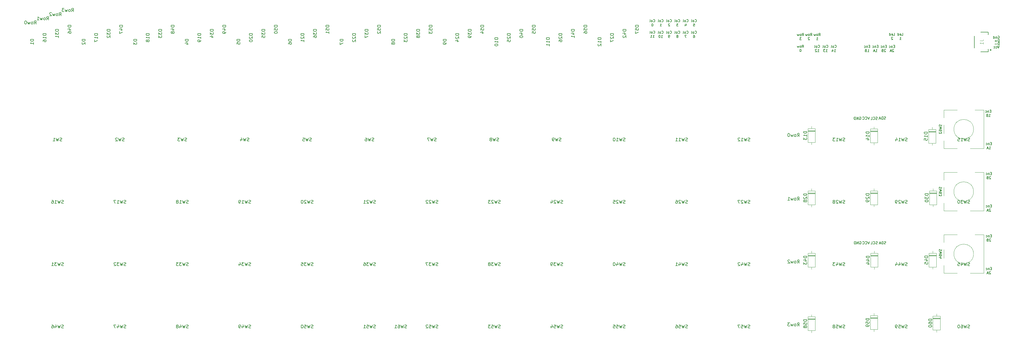
<source format=gbr>
G04 #@! TF.GenerationSoftware,KiCad,Pcbnew,(5.1.4)-1*
G04 #@! TF.CreationDate,2021-01-21T06:54:33+00:00*
G04 #@! TF.ProjectId,Iggy,49676779-2e6b-4696-9361-645f70636258,1.0*
G04 #@! TF.SameCoordinates,Original*
G04 #@! TF.FileFunction,Legend,Bot*
G04 #@! TF.FilePolarity,Positive*
%FSLAX46Y46*%
G04 Gerber Fmt 4.6, Leading zero omitted, Abs format (unit mm)*
G04 Created by KiCad (PCBNEW (5.1.4)-1) date 2021-01-21 06:54:33*
%MOMM*%
%LPD*%
G04 APERTURE LIST*
%ADD10C,0.150000*%
%ADD11C,0.120000*%
%ADD12C,0.127000*%
%ADD13C,0.300000*%
%ADD14C,0.015000*%
%ADD15C,1.502000*%
%ADD16O,1.502000X1.502000*%
%ADD17C,1.902000*%
%ADD18R,1.902000X1.902000*%
%ADD19C,1.852000*%
%ADD20C,2.352000*%
%ADD21C,4.089800*%
%ADD22C,2.352000*%
%ADD23R,1.702000X1.702000*%
%ADD24O,1.702000X1.702000*%
%ADD25C,1.702000*%
%ADD26C,3.102000*%
%ADD27C,2.102000*%
%ADD28O,3.302000X2.102000*%
%ADD29C,1.302000*%
%ADD30R,1.302000X1.302000*%
%ADD31O,1.802000X1.802000*%
%ADD32R,1.802000X1.802000*%
%ADD33R,1.652000X0.702000*%
%ADD34R,1.902000X1.302000*%
%ADD35C,1.602000*%
%ADD36C,3.150000*%
G04 APERTURE END LIST*
D10*
X256842857Y-120152380D02*
X257176190Y-119676190D01*
X257414285Y-120152380D02*
X257414285Y-119152380D01*
X257033333Y-119152380D01*
X256938095Y-119200000D01*
X256890476Y-119247619D01*
X256842857Y-119342857D01*
X256842857Y-119485714D01*
X256890476Y-119580952D01*
X256938095Y-119628571D01*
X257033333Y-119676190D01*
X257414285Y-119676190D01*
X256271428Y-120152380D02*
X256366666Y-120104761D01*
X256414285Y-120057142D01*
X256461904Y-119961904D01*
X256461904Y-119676190D01*
X256414285Y-119580952D01*
X256366666Y-119533333D01*
X256271428Y-119485714D01*
X256128571Y-119485714D01*
X256033333Y-119533333D01*
X255985714Y-119580952D01*
X255938095Y-119676190D01*
X255938095Y-119961904D01*
X255985714Y-120057142D01*
X256033333Y-120104761D01*
X256128571Y-120152380D01*
X256271428Y-120152380D01*
X255604761Y-119485714D02*
X255414285Y-120152380D01*
X255223809Y-119676190D01*
X255033333Y-120152380D01*
X254842857Y-119485714D01*
X254557142Y-119152380D02*
X253938095Y-119152380D01*
X254271428Y-119533333D01*
X254128571Y-119533333D01*
X254033333Y-119580952D01*
X253985714Y-119628571D01*
X253938095Y-119723809D01*
X253938095Y-119961904D01*
X253985714Y-120057142D01*
X254033333Y-120104761D01*
X254128571Y-120152380D01*
X254414285Y-120152380D01*
X254509523Y-120104761D01*
X254557142Y-120057142D01*
X256842857Y-100919046D02*
X257176190Y-100442856D01*
X257414285Y-100919046D02*
X257414285Y-99919046D01*
X257033333Y-99919046D01*
X256938095Y-99966666D01*
X256890476Y-100014285D01*
X256842857Y-100109523D01*
X256842857Y-100252380D01*
X256890476Y-100347618D01*
X256938095Y-100395237D01*
X257033333Y-100442856D01*
X257414285Y-100442856D01*
X256271428Y-100919046D02*
X256366666Y-100871427D01*
X256414285Y-100823808D01*
X256461904Y-100728570D01*
X256461904Y-100442856D01*
X256414285Y-100347618D01*
X256366666Y-100299999D01*
X256271428Y-100252380D01*
X256128571Y-100252380D01*
X256033333Y-100299999D01*
X255985714Y-100347618D01*
X255938095Y-100442856D01*
X255938095Y-100728570D01*
X255985714Y-100823808D01*
X256033333Y-100871427D01*
X256128571Y-100919046D01*
X256271428Y-100919046D01*
X255604761Y-100252380D02*
X255414285Y-100919046D01*
X255223809Y-100442856D01*
X255033333Y-100919046D01*
X254842857Y-100252380D01*
X254509523Y-100014285D02*
X254461904Y-99966666D01*
X254366666Y-99919046D01*
X254128571Y-99919046D01*
X254033333Y-99966666D01*
X253985714Y-100014285D01*
X253938095Y-100109523D01*
X253938095Y-100204761D01*
X253985714Y-100347618D01*
X254557142Y-100919046D01*
X253938095Y-100919046D01*
X256842857Y-81685713D02*
X257176190Y-81209523D01*
X257414285Y-81685713D02*
X257414285Y-80685713D01*
X257033333Y-80685713D01*
X256938095Y-80733333D01*
X256890476Y-80780952D01*
X256842857Y-80876190D01*
X256842857Y-81019047D01*
X256890476Y-81114285D01*
X256938095Y-81161904D01*
X257033333Y-81209523D01*
X257414285Y-81209523D01*
X256271428Y-81685713D02*
X256366666Y-81638094D01*
X256414285Y-81590475D01*
X256461904Y-81495237D01*
X256461904Y-81209523D01*
X256414285Y-81114285D01*
X256366666Y-81066666D01*
X256271428Y-81019047D01*
X256128571Y-81019047D01*
X256033333Y-81066666D01*
X255985714Y-81114285D01*
X255938095Y-81209523D01*
X255938095Y-81495237D01*
X255985714Y-81590475D01*
X256033333Y-81638094D01*
X256128571Y-81685713D01*
X256271428Y-81685713D01*
X255604761Y-81019047D02*
X255414285Y-81685713D01*
X255223809Y-81209523D01*
X255033333Y-81685713D01*
X254842857Y-81019047D01*
X253938095Y-81685713D02*
X254509523Y-81685713D01*
X254223809Y-81685713D02*
X254223809Y-80685713D01*
X254319047Y-80828571D01*
X254414285Y-80923809D01*
X254509523Y-80971428D01*
X256842857Y-62252380D02*
X257176190Y-61776190D01*
X257414285Y-62252380D02*
X257414285Y-61252380D01*
X257033333Y-61252380D01*
X256938095Y-61300000D01*
X256890476Y-61347619D01*
X256842857Y-61442857D01*
X256842857Y-61585714D01*
X256890476Y-61680952D01*
X256938095Y-61728571D01*
X257033333Y-61776190D01*
X257414285Y-61776190D01*
X256271428Y-62252380D02*
X256366666Y-62204761D01*
X256414285Y-62157142D01*
X256461904Y-62061904D01*
X256461904Y-61776190D01*
X256414285Y-61680952D01*
X256366666Y-61633333D01*
X256271428Y-61585714D01*
X256128571Y-61585714D01*
X256033333Y-61633333D01*
X255985714Y-61680952D01*
X255938095Y-61776190D01*
X255938095Y-62061904D01*
X255985714Y-62157142D01*
X256033333Y-62204761D01*
X256128571Y-62252380D01*
X256271428Y-62252380D01*
X255604761Y-61585714D02*
X255414285Y-62252380D01*
X255223809Y-61776190D01*
X255033333Y-62252380D01*
X254842857Y-61585714D01*
X254271428Y-61252380D02*
X254176190Y-61252380D01*
X254080952Y-61300000D01*
X254033333Y-61347619D01*
X253985714Y-61442857D01*
X253938095Y-61633333D01*
X253938095Y-61871428D01*
X253985714Y-62061904D01*
X254033333Y-62157142D01*
X254080952Y-62204761D01*
X254176190Y-62252380D01*
X254271428Y-62252380D01*
X254366666Y-62204761D01*
X254414285Y-62157142D01*
X254461904Y-62061904D01*
X254509523Y-61871428D01*
X254509523Y-61633333D01*
X254461904Y-61442857D01*
X254414285Y-61347619D01*
X254366666Y-61300000D01*
X254271428Y-61252380D01*
X318519157Y-34440745D02*
X318269157Y-35190745D01*
X318019157Y-34440745D01*
X317447728Y-35155031D02*
X317519157Y-35190745D01*
X317662014Y-35190745D01*
X317733442Y-35155031D01*
X317769157Y-35119317D01*
X317804871Y-35047888D01*
X317804871Y-34833602D01*
X317769157Y-34762174D01*
X317733442Y-34726460D01*
X317662014Y-34690745D01*
X317519157Y-34690745D01*
X317447728Y-34726460D01*
X316804871Y-35155031D02*
X316876300Y-35190745D01*
X317019157Y-35190745D01*
X317090585Y-35155031D01*
X317126300Y-35119317D01*
X317162014Y-35047888D01*
X317162014Y-34833602D01*
X317126300Y-34762174D01*
X317090585Y-34726460D01*
X317019157Y-34690745D01*
X316876300Y-34690745D01*
X316804871Y-34726460D01*
X318510534Y-34235705D02*
X318510534Y-33485705D01*
X318331962Y-33485705D01*
X318224820Y-33521420D01*
X318153391Y-33592848D01*
X318117677Y-33664277D01*
X318081962Y-33807134D01*
X318081962Y-33914277D01*
X318117677Y-34057134D01*
X318153391Y-34128562D01*
X318224820Y-34199991D01*
X318331962Y-34235705D01*
X318510534Y-34235705D01*
X317760534Y-33949991D02*
X317189105Y-33949991D01*
X318497834Y-33280665D02*
X318497834Y-32530665D01*
X318319262Y-32530665D01*
X318212120Y-32566380D01*
X318140691Y-32637808D01*
X318104977Y-32709237D01*
X318069262Y-32852094D01*
X318069262Y-32959237D01*
X318104977Y-33102094D01*
X318140691Y-33173522D01*
X318212120Y-33244951D01*
X318319262Y-33280665D01*
X318497834Y-33280665D01*
X317747834Y-32994951D02*
X317176405Y-32994951D01*
X317462120Y-33280665D02*
X317462120Y-32709237D01*
X318090662Y-31527520D02*
X318162091Y-31491805D01*
X318269234Y-31491805D01*
X318376377Y-31527520D01*
X318447805Y-31598948D01*
X318483520Y-31670377D01*
X318519234Y-31813234D01*
X318519234Y-31920377D01*
X318483520Y-32063234D01*
X318447805Y-32134662D01*
X318376377Y-32206091D01*
X318269234Y-32241805D01*
X318197805Y-32241805D01*
X318090662Y-32206091D01*
X318054948Y-32170377D01*
X318054948Y-31920377D01*
X318197805Y-31920377D01*
X317733520Y-31741805D02*
X317733520Y-32241805D01*
X317733520Y-31813234D02*
X317697805Y-31777520D01*
X317626377Y-31741805D01*
X317519234Y-31741805D01*
X317447805Y-31777520D01*
X317412091Y-31848948D01*
X317412091Y-32241805D01*
X316733520Y-32241805D02*
X316733520Y-31491805D01*
X316733520Y-32206091D02*
X316804948Y-32241805D01*
X316947805Y-32241805D01*
X317019234Y-32206091D01*
X317054948Y-32170377D01*
X317090662Y-32098948D01*
X317090662Y-31884662D01*
X317054948Y-31813234D01*
X317019234Y-31777520D01*
X316947805Y-31741805D01*
X316804948Y-31741805D01*
X316733520Y-31777520D01*
X316121088Y-102590528D02*
X315871088Y-102590528D01*
X315763945Y-102983385D02*
X316121088Y-102983385D01*
X316121088Y-102233385D01*
X315763945Y-102233385D01*
X315442517Y-102483385D02*
X315442517Y-102983385D01*
X315442517Y-102554814D02*
X315406802Y-102519100D01*
X315335374Y-102483385D01*
X315228231Y-102483385D01*
X315156802Y-102519100D01*
X315121088Y-102590528D01*
X315121088Y-102983385D01*
X314442517Y-102947671D02*
X314513945Y-102983385D01*
X314656802Y-102983385D01*
X314728231Y-102947671D01*
X314763945Y-102911957D01*
X314799660Y-102840528D01*
X314799660Y-102626242D01*
X314763945Y-102554814D01*
X314728231Y-102519100D01*
X314656802Y-102483385D01*
X314513945Y-102483385D01*
X314442517Y-102519100D01*
X315835374Y-103579814D02*
X315799660Y-103544100D01*
X315728231Y-103508385D01*
X315549660Y-103508385D01*
X315478231Y-103544100D01*
X315442517Y-103579814D01*
X315406802Y-103651242D01*
X315406802Y-103722671D01*
X315442517Y-103829814D01*
X315871088Y-104258385D01*
X315406802Y-104258385D01*
X315121088Y-104044100D02*
X314763945Y-104044100D01*
X315192517Y-104258385D02*
X314942517Y-103508385D01*
X314692517Y-104258385D01*
X316121088Y-92557528D02*
X315871088Y-92557528D01*
X315763945Y-92950385D02*
X316121088Y-92950385D01*
X316121088Y-92200385D01*
X315763945Y-92200385D01*
X315442517Y-92450385D02*
X315442517Y-92950385D01*
X315442517Y-92521814D02*
X315406802Y-92486100D01*
X315335374Y-92450385D01*
X315228231Y-92450385D01*
X315156802Y-92486100D01*
X315121088Y-92557528D01*
X315121088Y-92950385D01*
X314442517Y-92914671D02*
X314513945Y-92950385D01*
X314656802Y-92950385D01*
X314728231Y-92914671D01*
X314763945Y-92878957D01*
X314799660Y-92807528D01*
X314799660Y-92593242D01*
X314763945Y-92521814D01*
X314728231Y-92486100D01*
X314656802Y-92450385D01*
X314513945Y-92450385D01*
X314442517Y-92486100D01*
X315888945Y-93546814D02*
X315853231Y-93511100D01*
X315781802Y-93475385D01*
X315603231Y-93475385D01*
X315531802Y-93511100D01*
X315496088Y-93546814D01*
X315460374Y-93618242D01*
X315460374Y-93689671D01*
X315496088Y-93796814D01*
X315924660Y-94225385D01*
X315460374Y-94225385D01*
X314888945Y-93832528D02*
X314781802Y-93868242D01*
X314746088Y-93903957D01*
X314710374Y-93975385D01*
X314710374Y-94082528D01*
X314746088Y-94153957D01*
X314781802Y-94189671D01*
X314853231Y-94225385D01*
X315138945Y-94225385D01*
X315138945Y-93475385D01*
X314888945Y-93475385D01*
X314817517Y-93511100D01*
X314781802Y-93546814D01*
X314746088Y-93618242D01*
X314746088Y-93689671D01*
X314781802Y-93761100D01*
X314817517Y-93796814D01*
X314888945Y-93832528D01*
X315138945Y-93832528D01*
X316121088Y-83413528D02*
X315871088Y-83413528D01*
X315763945Y-83806385D02*
X316121088Y-83806385D01*
X316121088Y-83056385D01*
X315763945Y-83056385D01*
X315442517Y-83306385D02*
X315442517Y-83806385D01*
X315442517Y-83377814D02*
X315406802Y-83342100D01*
X315335374Y-83306385D01*
X315228231Y-83306385D01*
X315156802Y-83342100D01*
X315121088Y-83413528D01*
X315121088Y-83806385D01*
X314442517Y-83770671D02*
X314513945Y-83806385D01*
X314656802Y-83806385D01*
X314728231Y-83770671D01*
X314763945Y-83734957D01*
X314799660Y-83663528D01*
X314799660Y-83449242D01*
X314763945Y-83377814D01*
X314728231Y-83342100D01*
X314656802Y-83306385D01*
X314513945Y-83306385D01*
X314442517Y-83342100D01*
X315835374Y-84402814D02*
X315799660Y-84367100D01*
X315728231Y-84331385D01*
X315549660Y-84331385D01*
X315478231Y-84367100D01*
X315442517Y-84402814D01*
X315406802Y-84474242D01*
X315406802Y-84545671D01*
X315442517Y-84652814D01*
X315871088Y-85081385D01*
X315406802Y-85081385D01*
X315121088Y-84867100D02*
X314763945Y-84867100D01*
X315192517Y-85081385D02*
X314942517Y-84331385D01*
X314692517Y-85081385D01*
X316121088Y-73507528D02*
X315871088Y-73507528D01*
X315763945Y-73900385D02*
X316121088Y-73900385D01*
X316121088Y-73150385D01*
X315763945Y-73150385D01*
X315442517Y-73400385D02*
X315442517Y-73900385D01*
X315442517Y-73471814D02*
X315406802Y-73436100D01*
X315335374Y-73400385D01*
X315228231Y-73400385D01*
X315156802Y-73436100D01*
X315121088Y-73507528D01*
X315121088Y-73900385D01*
X314442517Y-73864671D02*
X314513945Y-73900385D01*
X314656802Y-73900385D01*
X314728231Y-73864671D01*
X314763945Y-73828957D01*
X314799660Y-73757528D01*
X314799660Y-73543242D01*
X314763945Y-73471814D01*
X314728231Y-73436100D01*
X314656802Y-73400385D01*
X314513945Y-73400385D01*
X314442517Y-73436100D01*
X315888945Y-74496814D02*
X315853231Y-74461100D01*
X315781802Y-74425385D01*
X315603231Y-74425385D01*
X315531802Y-74461100D01*
X315496088Y-74496814D01*
X315460374Y-74568242D01*
X315460374Y-74639671D01*
X315496088Y-74746814D01*
X315924660Y-75175385D01*
X315460374Y-75175385D01*
X314888945Y-74782528D02*
X314781802Y-74818242D01*
X314746088Y-74853957D01*
X314710374Y-74925385D01*
X314710374Y-75032528D01*
X314746088Y-75103957D01*
X314781802Y-75139671D01*
X314853231Y-75175385D01*
X315138945Y-75175385D01*
X315138945Y-74425385D01*
X314888945Y-74425385D01*
X314817517Y-74461100D01*
X314781802Y-74496814D01*
X314746088Y-74568242D01*
X314746088Y-74639671D01*
X314781802Y-74711100D01*
X314817517Y-74746814D01*
X314888945Y-74782528D01*
X315138945Y-74782528D01*
X316121088Y-64363528D02*
X315871088Y-64363528D01*
X315763945Y-64756385D02*
X316121088Y-64756385D01*
X316121088Y-64006385D01*
X315763945Y-64006385D01*
X315442517Y-64256385D02*
X315442517Y-64756385D01*
X315442517Y-64327814D02*
X315406802Y-64292100D01*
X315335374Y-64256385D01*
X315228231Y-64256385D01*
X315156802Y-64292100D01*
X315121088Y-64363528D01*
X315121088Y-64756385D01*
X314442517Y-64720671D02*
X314513945Y-64756385D01*
X314656802Y-64756385D01*
X314728231Y-64720671D01*
X314763945Y-64684957D01*
X314799660Y-64613528D01*
X314799660Y-64399242D01*
X314763945Y-64327814D01*
X314728231Y-64292100D01*
X314656802Y-64256385D01*
X314513945Y-64256385D01*
X314442517Y-64292100D01*
X315406802Y-66031385D02*
X315835374Y-66031385D01*
X315621088Y-66031385D02*
X315621088Y-65281385D01*
X315692517Y-65388528D01*
X315763945Y-65459957D01*
X315835374Y-65495671D01*
X315121088Y-65817100D02*
X314763945Y-65817100D01*
X315192517Y-66031385D02*
X314942517Y-65281385D01*
X314692517Y-66031385D01*
X315994088Y-54457528D02*
X315744088Y-54457528D01*
X315636945Y-54850385D02*
X315994088Y-54850385D01*
X315994088Y-54100385D01*
X315636945Y-54100385D01*
X315315517Y-54350385D02*
X315315517Y-54850385D01*
X315315517Y-54421814D02*
X315279802Y-54386100D01*
X315208374Y-54350385D01*
X315101231Y-54350385D01*
X315029802Y-54386100D01*
X314994088Y-54457528D01*
X314994088Y-54850385D01*
X314315517Y-54814671D02*
X314386945Y-54850385D01*
X314529802Y-54850385D01*
X314601231Y-54814671D01*
X314636945Y-54778957D01*
X314672660Y-54707528D01*
X314672660Y-54493242D01*
X314636945Y-54421814D01*
X314601231Y-54386100D01*
X314529802Y-54350385D01*
X314386945Y-54350385D01*
X314315517Y-54386100D01*
X315333374Y-56125385D02*
X315761945Y-56125385D01*
X315547660Y-56125385D02*
X315547660Y-55375385D01*
X315619088Y-55482528D01*
X315690517Y-55553957D01*
X315761945Y-55589671D01*
X314761945Y-55732528D02*
X314654802Y-55768242D01*
X314619088Y-55803957D01*
X314583374Y-55875385D01*
X314583374Y-55982528D01*
X314619088Y-56053957D01*
X314654802Y-56089671D01*
X314726231Y-56125385D01*
X315011945Y-56125385D01*
X315011945Y-55375385D01*
X314761945Y-55375385D01*
X314690517Y-55411100D01*
X314654802Y-55446814D01*
X314619088Y-55518242D01*
X314619088Y-55589671D01*
X314654802Y-55661100D01*
X314690517Y-55696814D01*
X314761945Y-55732528D01*
X315011945Y-55732528D01*
X212911031Y-27143757D02*
X212946745Y-27179471D01*
X213053888Y-27215185D01*
X213125317Y-27215185D01*
X213232460Y-27179471D01*
X213303888Y-27108042D01*
X213339602Y-27036614D01*
X213375317Y-26893757D01*
X213375317Y-26786614D01*
X213339602Y-26643757D01*
X213303888Y-26572328D01*
X213232460Y-26500900D01*
X213125317Y-26465185D01*
X213053888Y-26465185D01*
X212946745Y-26500900D01*
X212911031Y-26536614D01*
X212482460Y-27215185D02*
X212553888Y-27179471D01*
X212589602Y-27143757D01*
X212625317Y-27072328D01*
X212625317Y-26858042D01*
X212589602Y-26786614D01*
X212553888Y-26750900D01*
X212482460Y-26715185D01*
X212375317Y-26715185D01*
X212303888Y-26750900D01*
X212268174Y-26786614D01*
X212232460Y-26858042D01*
X212232460Y-27072328D01*
X212268174Y-27143757D01*
X212303888Y-27179471D01*
X212375317Y-27215185D01*
X212482460Y-27215185D01*
X211803888Y-27215185D02*
X211875317Y-27179471D01*
X211911031Y-27108042D01*
X211911031Y-26465185D01*
X212643174Y-27740185D02*
X212571745Y-27740185D01*
X212500317Y-27775900D01*
X212464602Y-27811614D01*
X212428888Y-27883042D01*
X212393174Y-28025900D01*
X212393174Y-28204471D01*
X212428888Y-28347328D01*
X212464602Y-28418757D01*
X212500317Y-28454471D01*
X212571745Y-28490185D01*
X212643174Y-28490185D01*
X212714602Y-28454471D01*
X212750317Y-28418757D01*
X212786031Y-28347328D01*
X212821745Y-28204471D01*
X212821745Y-28025900D01*
X212786031Y-27883042D01*
X212750317Y-27811614D01*
X212714602Y-27775900D01*
X212643174Y-27740185D01*
X215451031Y-27143757D02*
X215486745Y-27179471D01*
X215593888Y-27215185D01*
X215665317Y-27215185D01*
X215772460Y-27179471D01*
X215843888Y-27108042D01*
X215879602Y-27036614D01*
X215915317Y-26893757D01*
X215915317Y-26786614D01*
X215879602Y-26643757D01*
X215843888Y-26572328D01*
X215772460Y-26500900D01*
X215665317Y-26465185D01*
X215593888Y-26465185D01*
X215486745Y-26500900D01*
X215451031Y-26536614D01*
X215022460Y-27215185D02*
X215093888Y-27179471D01*
X215129602Y-27143757D01*
X215165317Y-27072328D01*
X215165317Y-26858042D01*
X215129602Y-26786614D01*
X215093888Y-26750900D01*
X215022460Y-26715185D01*
X214915317Y-26715185D01*
X214843888Y-26750900D01*
X214808174Y-26786614D01*
X214772460Y-26858042D01*
X214772460Y-27072328D01*
X214808174Y-27143757D01*
X214843888Y-27179471D01*
X214915317Y-27215185D01*
X215022460Y-27215185D01*
X214343888Y-27215185D02*
X214415317Y-27179471D01*
X214451031Y-27108042D01*
X214451031Y-26465185D01*
X214933174Y-28490185D02*
X215361745Y-28490185D01*
X215147460Y-28490185D02*
X215147460Y-27740185D01*
X215218888Y-27847328D01*
X215290317Y-27918757D01*
X215361745Y-27954471D01*
X217991031Y-27143757D02*
X218026745Y-27179471D01*
X218133888Y-27215185D01*
X218205317Y-27215185D01*
X218312460Y-27179471D01*
X218383888Y-27108042D01*
X218419602Y-27036614D01*
X218455317Y-26893757D01*
X218455317Y-26786614D01*
X218419602Y-26643757D01*
X218383888Y-26572328D01*
X218312460Y-26500900D01*
X218205317Y-26465185D01*
X218133888Y-26465185D01*
X218026745Y-26500900D01*
X217991031Y-26536614D01*
X217562460Y-27215185D02*
X217633888Y-27179471D01*
X217669602Y-27143757D01*
X217705317Y-27072328D01*
X217705317Y-26858042D01*
X217669602Y-26786614D01*
X217633888Y-26750900D01*
X217562460Y-26715185D01*
X217455317Y-26715185D01*
X217383888Y-26750900D01*
X217348174Y-26786614D01*
X217312460Y-26858042D01*
X217312460Y-27072328D01*
X217348174Y-27143757D01*
X217383888Y-27179471D01*
X217455317Y-27215185D01*
X217562460Y-27215185D01*
X216883888Y-27215185D02*
X216955317Y-27179471D01*
X216991031Y-27108042D01*
X216991031Y-26465185D01*
X217901745Y-27811614D02*
X217866031Y-27775900D01*
X217794602Y-27740185D01*
X217616031Y-27740185D01*
X217544602Y-27775900D01*
X217508888Y-27811614D01*
X217473174Y-27883042D01*
X217473174Y-27954471D01*
X217508888Y-28061614D01*
X217937460Y-28490185D01*
X217473174Y-28490185D01*
X220531031Y-27143757D02*
X220566745Y-27179471D01*
X220673888Y-27215185D01*
X220745317Y-27215185D01*
X220852460Y-27179471D01*
X220923888Y-27108042D01*
X220959602Y-27036614D01*
X220995317Y-26893757D01*
X220995317Y-26786614D01*
X220959602Y-26643757D01*
X220923888Y-26572328D01*
X220852460Y-26500900D01*
X220745317Y-26465185D01*
X220673888Y-26465185D01*
X220566745Y-26500900D01*
X220531031Y-26536614D01*
X220102460Y-27215185D02*
X220173888Y-27179471D01*
X220209602Y-27143757D01*
X220245317Y-27072328D01*
X220245317Y-26858042D01*
X220209602Y-26786614D01*
X220173888Y-26750900D01*
X220102460Y-26715185D01*
X219995317Y-26715185D01*
X219923888Y-26750900D01*
X219888174Y-26786614D01*
X219852460Y-26858042D01*
X219852460Y-27072328D01*
X219888174Y-27143757D01*
X219923888Y-27179471D01*
X219995317Y-27215185D01*
X220102460Y-27215185D01*
X219423888Y-27215185D02*
X219495317Y-27179471D01*
X219531031Y-27108042D01*
X219531031Y-26465185D01*
X220477460Y-27740185D02*
X220013174Y-27740185D01*
X220263174Y-28025900D01*
X220156031Y-28025900D01*
X220084602Y-28061614D01*
X220048888Y-28097328D01*
X220013174Y-28168757D01*
X220013174Y-28347328D01*
X220048888Y-28418757D01*
X220084602Y-28454471D01*
X220156031Y-28490185D01*
X220370317Y-28490185D01*
X220441745Y-28454471D01*
X220477460Y-28418757D01*
X223071031Y-27118357D02*
X223106745Y-27154071D01*
X223213888Y-27189785D01*
X223285317Y-27189785D01*
X223392460Y-27154071D01*
X223463888Y-27082642D01*
X223499602Y-27011214D01*
X223535317Y-26868357D01*
X223535317Y-26761214D01*
X223499602Y-26618357D01*
X223463888Y-26546928D01*
X223392460Y-26475500D01*
X223285317Y-26439785D01*
X223213888Y-26439785D01*
X223106745Y-26475500D01*
X223071031Y-26511214D01*
X222642460Y-27189785D02*
X222713888Y-27154071D01*
X222749602Y-27118357D01*
X222785317Y-27046928D01*
X222785317Y-26832642D01*
X222749602Y-26761214D01*
X222713888Y-26725500D01*
X222642460Y-26689785D01*
X222535317Y-26689785D01*
X222463888Y-26725500D01*
X222428174Y-26761214D01*
X222392460Y-26832642D01*
X222392460Y-27046928D01*
X222428174Y-27118357D01*
X222463888Y-27154071D01*
X222535317Y-27189785D01*
X222642460Y-27189785D01*
X221963888Y-27189785D02*
X222035317Y-27154071D01*
X222071031Y-27082642D01*
X222071031Y-26439785D01*
X222624602Y-27964785D02*
X222624602Y-28464785D01*
X222803174Y-27679071D02*
X222981745Y-28214785D01*
X222517460Y-28214785D01*
X225611031Y-27143757D02*
X225646745Y-27179471D01*
X225753888Y-27215185D01*
X225825317Y-27215185D01*
X225932460Y-27179471D01*
X226003888Y-27108042D01*
X226039602Y-27036614D01*
X226075317Y-26893757D01*
X226075317Y-26786614D01*
X226039602Y-26643757D01*
X226003888Y-26572328D01*
X225932460Y-26500900D01*
X225825317Y-26465185D01*
X225753888Y-26465185D01*
X225646745Y-26500900D01*
X225611031Y-26536614D01*
X225182460Y-27215185D02*
X225253888Y-27179471D01*
X225289602Y-27143757D01*
X225325317Y-27072328D01*
X225325317Y-26858042D01*
X225289602Y-26786614D01*
X225253888Y-26750900D01*
X225182460Y-26715185D01*
X225075317Y-26715185D01*
X225003888Y-26750900D01*
X224968174Y-26786614D01*
X224932460Y-26858042D01*
X224932460Y-27072328D01*
X224968174Y-27143757D01*
X225003888Y-27179471D01*
X225075317Y-27215185D01*
X225182460Y-27215185D01*
X224503888Y-27215185D02*
X224575317Y-27179471D01*
X224611031Y-27108042D01*
X224611031Y-26465185D01*
X225128888Y-27740185D02*
X225486031Y-27740185D01*
X225521745Y-28097328D01*
X225486031Y-28061614D01*
X225414602Y-28025900D01*
X225236031Y-28025900D01*
X225164602Y-28061614D01*
X225128888Y-28097328D01*
X225093174Y-28168757D01*
X225093174Y-28347328D01*
X225128888Y-28418757D01*
X225164602Y-28454471D01*
X225236031Y-28490185D01*
X225414602Y-28490185D01*
X225486031Y-28454471D01*
X225521745Y-28418757D01*
X212911031Y-30623557D02*
X212946745Y-30659271D01*
X213053888Y-30694985D01*
X213125317Y-30694985D01*
X213232460Y-30659271D01*
X213303888Y-30587842D01*
X213339602Y-30516414D01*
X213375317Y-30373557D01*
X213375317Y-30266414D01*
X213339602Y-30123557D01*
X213303888Y-30052128D01*
X213232460Y-29980700D01*
X213125317Y-29944985D01*
X213053888Y-29944985D01*
X212946745Y-29980700D01*
X212911031Y-30016414D01*
X212482460Y-30694985D02*
X212553888Y-30659271D01*
X212589602Y-30623557D01*
X212625317Y-30552128D01*
X212625317Y-30337842D01*
X212589602Y-30266414D01*
X212553888Y-30230700D01*
X212482460Y-30194985D01*
X212375317Y-30194985D01*
X212303888Y-30230700D01*
X212268174Y-30266414D01*
X212232460Y-30337842D01*
X212232460Y-30552128D01*
X212268174Y-30623557D01*
X212303888Y-30659271D01*
X212375317Y-30694985D01*
X212482460Y-30694985D01*
X211803888Y-30694985D02*
X211875317Y-30659271D01*
X211911031Y-30587842D01*
X211911031Y-29944985D01*
X212750317Y-31969985D02*
X213178888Y-31969985D01*
X212964602Y-31969985D02*
X212964602Y-31219985D01*
X213036031Y-31327128D01*
X213107460Y-31398557D01*
X213178888Y-31434271D01*
X212036031Y-31969985D02*
X212464602Y-31969985D01*
X212250317Y-31969985D02*
X212250317Y-31219985D01*
X212321745Y-31327128D01*
X212393174Y-31398557D01*
X212464602Y-31434271D01*
X215451031Y-30648957D02*
X215486745Y-30684671D01*
X215593888Y-30720385D01*
X215665317Y-30720385D01*
X215772460Y-30684671D01*
X215843888Y-30613242D01*
X215879602Y-30541814D01*
X215915317Y-30398957D01*
X215915317Y-30291814D01*
X215879602Y-30148957D01*
X215843888Y-30077528D01*
X215772460Y-30006100D01*
X215665317Y-29970385D01*
X215593888Y-29970385D01*
X215486745Y-30006100D01*
X215451031Y-30041814D01*
X215022460Y-30720385D02*
X215093888Y-30684671D01*
X215129602Y-30648957D01*
X215165317Y-30577528D01*
X215165317Y-30363242D01*
X215129602Y-30291814D01*
X215093888Y-30256100D01*
X215022460Y-30220385D01*
X214915317Y-30220385D01*
X214843888Y-30256100D01*
X214808174Y-30291814D01*
X214772460Y-30363242D01*
X214772460Y-30577528D01*
X214808174Y-30648957D01*
X214843888Y-30684671D01*
X214915317Y-30720385D01*
X215022460Y-30720385D01*
X214343888Y-30720385D02*
X214415317Y-30684671D01*
X214451031Y-30613242D01*
X214451031Y-29970385D01*
X215290317Y-31995385D02*
X215718888Y-31995385D01*
X215504602Y-31995385D02*
X215504602Y-31245385D01*
X215576031Y-31352528D01*
X215647460Y-31423957D01*
X215718888Y-31459671D01*
X214826031Y-31245385D02*
X214754602Y-31245385D01*
X214683174Y-31281100D01*
X214647460Y-31316814D01*
X214611745Y-31388242D01*
X214576031Y-31531100D01*
X214576031Y-31709671D01*
X214611745Y-31852528D01*
X214647460Y-31923957D01*
X214683174Y-31959671D01*
X214754602Y-31995385D01*
X214826031Y-31995385D01*
X214897460Y-31959671D01*
X214933174Y-31923957D01*
X214968888Y-31852528D01*
X215004602Y-31709671D01*
X215004602Y-31531100D01*
X214968888Y-31388242D01*
X214933174Y-31316814D01*
X214897460Y-31281100D01*
X214826031Y-31245385D01*
X217991031Y-30648957D02*
X218026745Y-30684671D01*
X218133888Y-30720385D01*
X218205317Y-30720385D01*
X218312460Y-30684671D01*
X218383888Y-30613242D01*
X218419602Y-30541814D01*
X218455317Y-30398957D01*
X218455317Y-30291814D01*
X218419602Y-30148957D01*
X218383888Y-30077528D01*
X218312460Y-30006100D01*
X218205317Y-29970385D01*
X218133888Y-29970385D01*
X218026745Y-30006100D01*
X217991031Y-30041814D01*
X217562460Y-30720385D02*
X217633888Y-30684671D01*
X217669602Y-30648957D01*
X217705317Y-30577528D01*
X217705317Y-30363242D01*
X217669602Y-30291814D01*
X217633888Y-30256100D01*
X217562460Y-30220385D01*
X217455317Y-30220385D01*
X217383888Y-30256100D01*
X217348174Y-30291814D01*
X217312460Y-30363242D01*
X217312460Y-30577528D01*
X217348174Y-30648957D01*
X217383888Y-30684671D01*
X217455317Y-30720385D01*
X217562460Y-30720385D01*
X216883888Y-30720385D02*
X216955317Y-30684671D01*
X216991031Y-30613242D01*
X216991031Y-29970385D01*
X217830317Y-31995385D02*
X217687460Y-31995385D01*
X217616031Y-31959671D01*
X217580317Y-31923957D01*
X217508888Y-31816814D01*
X217473174Y-31673957D01*
X217473174Y-31388242D01*
X217508888Y-31316814D01*
X217544602Y-31281100D01*
X217616031Y-31245385D01*
X217758888Y-31245385D01*
X217830317Y-31281100D01*
X217866031Y-31316814D01*
X217901745Y-31388242D01*
X217901745Y-31566814D01*
X217866031Y-31638242D01*
X217830317Y-31673957D01*
X217758888Y-31709671D01*
X217616031Y-31709671D01*
X217544602Y-31673957D01*
X217508888Y-31638242D01*
X217473174Y-31566814D01*
X220531031Y-30648957D02*
X220566745Y-30684671D01*
X220673888Y-30720385D01*
X220745317Y-30720385D01*
X220852460Y-30684671D01*
X220923888Y-30613242D01*
X220959602Y-30541814D01*
X220995317Y-30398957D01*
X220995317Y-30291814D01*
X220959602Y-30148957D01*
X220923888Y-30077528D01*
X220852460Y-30006100D01*
X220745317Y-29970385D01*
X220673888Y-29970385D01*
X220566745Y-30006100D01*
X220531031Y-30041814D01*
X220102460Y-30720385D02*
X220173888Y-30684671D01*
X220209602Y-30648957D01*
X220245317Y-30577528D01*
X220245317Y-30363242D01*
X220209602Y-30291814D01*
X220173888Y-30256100D01*
X220102460Y-30220385D01*
X219995317Y-30220385D01*
X219923888Y-30256100D01*
X219888174Y-30291814D01*
X219852460Y-30363242D01*
X219852460Y-30577528D01*
X219888174Y-30648957D01*
X219923888Y-30684671D01*
X219995317Y-30720385D01*
X220102460Y-30720385D01*
X219423888Y-30720385D02*
X219495317Y-30684671D01*
X219531031Y-30613242D01*
X219531031Y-29970385D01*
X220298888Y-31566814D02*
X220370317Y-31531100D01*
X220406031Y-31495385D01*
X220441745Y-31423957D01*
X220441745Y-31388242D01*
X220406031Y-31316814D01*
X220370317Y-31281100D01*
X220298888Y-31245385D01*
X220156031Y-31245385D01*
X220084602Y-31281100D01*
X220048888Y-31316814D01*
X220013174Y-31388242D01*
X220013174Y-31423957D01*
X220048888Y-31495385D01*
X220084602Y-31531100D01*
X220156031Y-31566814D01*
X220298888Y-31566814D01*
X220370317Y-31602528D01*
X220406031Y-31638242D01*
X220441745Y-31709671D01*
X220441745Y-31852528D01*
X220406031Y-31923957D01*
X220370317Y-31959671D01*
X220298888Y-31995385D01*
X220156031Y-31995385D01*
X220084602Y-31959671D01*
X220048888Y-31923957D01*
X220013174Y-31852528D01*
X220013174Y-31709671D01*
X220048888Y-31638242D01*
X220084602Y-31602528D01*
X220156031Y-31566814D01*
X223071031Y-30648957D02*
X223106745Y-30684671D01*
X223213888Y-30720385D01*
X223285317Y-30720385D01*
X223392460Y-30684671D01*
X223463888Y-30613242D01*
X223499602Y-30541814D01*
X223535317Y-30398957D01*
X223535317Y-30291814D01*
X223499602Y-30148957D01*
X223463888Y-30077528D01*
X223392460Y-30006100D01*
X223285317Y-29970385D01*
X223213888Y-29970385D01*
X223106745Y-30006100D01*
X223071031Y-30041814D01*
X222642460Y-30720385D02*
X222713888Y-30684671D01*
X222749602Y-30648957D01*
X222785317Y-30577528D01*
X222785317Y-30363242D01*
X222749602Y-30291814D01*
X222713888Y-30256100D01*
X222642460Y-30220385D01*
X222535317Y-30220385D01*
X222463888Y-30256100D01*
X222428174Y-30291814D01*
X222392460Y-30363242D01*
X222392460Y-30577528D01*
X222428174Y-30648957D01*
X222463888Y-30684671D01*
X222535317Y-30720385D01*
X222642460Y-30720385D01*
X221963888Y-30720385D02*
X222035317Y-30684671D01*
X222071031Y-30613242D01*
X222071031Y-29970385D01*
X223017460Y-31245385D02*
X222517460Y-31245385D01*
X222838888Y-31995385D01*
X225611031Y-30648957D02*
X225646745Y-30684671D01*
X225753888Y-30720385D01*
X225825317Y-30720385D01*
X225932460Y-30684671D01*
X226003888Y-30613242D01*
X226039602Y-30541814D01*
X226075317Y-30398957D01*
X226075317Y-30291814D01*
X226039602Y-30148957D01*
X226003888Y-30077528D01*
X225932460Y-30006100D01*
X225825317Y-29970385D01*
X225753888Y-29970385D01*
X225646745Y-30006100D01*
X225611031Y-30041814D01*
X225182460Y-30720385D02*
X225253888Y-30684671D01*
X225289602Y-30648957D01*
X225325317Y-30577528D01*
X225325317Y-30363242D01*
X225289602Y-30291814D01*
X225253888Y-30256100D01*
X225182460Y-30220385D01*
X225075317Y-30220385D01*
X225003888Y-30256100D01*
X224968174Y-30291814D01*
X224932460Y-30363242D01*
X224932460Y-30577528D01*
X224968174Y-30648957D01*
X225003888Y-30684671D01*
X225075317Y-30720385D01*
X225182460Y-30720385D01*
X224503888Y-30720385D02*
X224575317Y-30684671D01*
X224611031Y-30613242D01*
X224611031Y-29970385D01*
X225164602Y-31245385D02*
X225307460Y-31245385D01*
X225378888Y-31281100D01*
X225414602Y-31316814D01*
X225486031Y-31423957D01*
X225521745Y-31566814D01*
X225521745Y-31852528D01*
X225486031Y-31923957D01*
X225450317Y-31959671D01*
X225378888Y-31995385D01*
X225236031Y-31995385D01*
X225164602Y-31959671D01*
X225128888Y-31923957D01*
X225093174Y-31852528D01*
X225093174Y-31673957D01*
X225128888Y-31602528D01*
X225164602Y-31566814D01*
X225236031Y-31531100D01*
X225378888Y-31531100D01*
X225450317Y-31566814D01*
X225486031Y-31602528D01*
X225521745Y-31673957D01*
X288728031Y-31355385D02*
X289085174Y-31355385D01*
X289085174Y-30605385D01*
X288192317Y-31319671D02*
X288263745Y-31355385D01*
X288406602Y-31355385D01*
X288478031Y-31319671D01*
X288513745Y-31248242D01*
X288513745Y-30962528D01*
X288478031Y-30891100D01*
X288406602Y-30855385D01*
X288263745Y-30855385D01*
X288192317Y-30891100D01*
X288156602Y-30962528D01*
X288156602Y-31033957D01*
X288513745Y-31105385D01*
X287513745Y-31355385D02*
X287513745Y-30605385D01*
X287513745Y-31319671D02*
X287585174Y-31355385D01*
X287728031Y-31355385D01*
X287799460Y-31319671D01*
X287835174Y-31283957D01*
X287870888Y-31212528D01*
X287870888Y-30998242D01*
X287835174Y-30926814D01*
X287799460Y-30891100D01*
X287728031Y-30855385D01*
X287585174Y-30855385D01*
X287513745Y-30891100D01*
X288085174Y-32630385D02*
X288513745Y-32630385D01*
X288299460Y-32630385D02*
X288299460Y-31880385D01*
X288370888Y-31987528D01*
X288442317Y-32058957D01*
X288513745Y-32094671D01*
X286188031Y-31355385D02*
X286545174Y-31355385D01*
X286545174Y-30605385D01*
X285652317Y-31319671D02*
X285723745Y-31355385D01*
X285866602Y-31355385D01*
X285938031Y-31319671D01*
X285973745Y-31248242D01*
X285973745Y-30962528D01*
X285938031Y-30891100D01*
X285866602Y-30855385D01*
X285723745Y-30855385D01*
X285652317Y-30891100D01*
X285616602Y-30962528D01*
X285616602Y-31033957D01*
X285973745Y-31105385D01*
X284973745Y-31355385D02*
X284973745Y-30605385D01*
X284973745Y-31319671D02*
X285045174Y-31355385D01*
X285188031Y-31355385D01*
X285259460Y-31319671D01*
X285295174Y-31283957D01*
X285330888Y-31212528D01*
X285330888Y-30998242D01*
X285295174Y-30926814D01*
X285259460Y-30891100D01*
X285188031Y-30855385D01*
X285045174Y-30855385D01*
X284973745Y-30891100D01*
X285973745Y-31951814D02*
X285938031Y-31916100D01*
X285866602Y-31880385D01*
X285688031Y-31880385D01*
X285616602Y-31916100D01*
X285580888Y-31951814D01*
X285545174Y-32023242D01*
X285545174Y-32094671D01*
X285580888Y-32201814D01*
X286009460Y-32630385D01*
X285545174Y-32630385D01*
X284040888Y-34645528D02*
X283790888Y-34645528D01*
X283683745Y-35038385D02*
X284040888Y-35038385D01*
X284040888Y-34288385D01*
X283683745Y-34288385D01*
X283362317Y-34538385D02*
X283362317Y-35038385D01*
X283362317Y-34609814D02*
X283326602Y-34574100D01*
X283255174Y-34538385D01*
X283148031Y-34538385D01*
X283076602Y-34574100D01*
X283040888Y-34645528D01*
X283040888Y-35038385D01*
X282362317Y-35002671D02*
X282433745Y-35038385D01*
X282576602Y-35038385D01*
X282648031Y-35002671D01*
X282683745Y-34966957D01*
X282719460Y-34895528D01*
X282719460Y-34681242D01*
X282683745Y-34609814D01*
X282648031Y-34574100D01*
X282576602Y-34538385D01*
X282433745Y-34538385D01*
X282362317Y-34574100D01*
X283808745Y-35634814D02*
X283773031Y-35599100D01*
X283701602Y-35563385D01*
X283523031Y-35563385D01*
X283451602Y-35599100D01*
X283415888Y-35634814D01*
X283380174Y-35706242D01*
X283380174Y-35777671D01*
X283415888Y-35884814D01*
X283844460Y-36313385D01*
X283380174Y-36313385D01*
X282808745Y-35920528D02*
X282701602Y-35956242D01*
X282665888Y-35991957D01*
X282630174Y-36063385D01*
X282630174Y-36170528D01*
X282665888Y-36241957D01*
X282701602Y-36277671D01*
X282773031Y-36313385D01*
X283058745Y-36313385D01*
X283058745Y-35563385D01*
X282808745Y-35563385D01*
X282737317Y-35599100D01*
X282701602Y-35634814D01*
X282665888Y-35706242D01*
X282665888Y-35777671D01*
X282701602Y-35849100D01*
X282737317Y-35884814D01*
X282808745Y-35920528D01*
X283058745Y-35920528D01*
X286555488Y-34645528D02*
X286305488Y-34645528D01*
X286198345Y-35038385D02*
X286555488Y-35038385D01*
X286555488Y-34288385D01*
X286198345Y-34288385D01*
X285876917Y-34538385D02*
X285876917Y-35038385D01*
X285876917Y-34609814D02*
X285841202Y-34574100D01*
X285769774Y-34538385D01*
X285662631Y-34538385D01*
X285591202Y-34574100D01*
X285555488Y-34645528D01*
X285555488Y-35038385D01*
X284876917Y-35002671D02*
X284948345Y-35038385D01*
X285091202Y-35038385D01*
X285162631Y-35002671D01*
X285198345Y-34966957D01*
X285234060Y-34895528D01*
X285234060Y-34681242D01*
X285198345Y-34609814D01*
X285162631Y-34574100D01*
X285091202Y-34538385D01*
X284948345Y-34538385D01*
X284876917Y-34574100D01*
X286269774Y-35634814D02*
X286234060Y-35599100D01*
X286162631Y-35563385D01*
X285984060Y-35563385D01*
X285912631Y-35599100D01*
X285876917Y-35634814D01*
X285841202Y-35706242D01*
X285841202Y-35777671D01*
X285876917Y-35884814D01*
X286305488Y-36313385D01*
X285841202Y-36313385D01*
X285555488Y-36099100D02*
X285198345Y-36099100D01*
X285626917Y-36313385D02*
X285376917Y-35563385D01*
X285126917Y-36313385D01*
X281500888Y-34645528D02*
X281250888Y-34645528D01*
X281143745Y-35038385D02*
X281500888Y-35038385D01*
X281500888Y-34288385D01*
X281143745Y-34288385D01*
X280822317Y-34538385D02*
X280822317Y-35038385D01*
X280822317Y-34609814D02*
X280786602Y-34574100D01*
X280715174Y-34538385D01*
X280608031Y-34538385D01*
X280536602Y-34574100D01*
X280500888Y-34645528D01*
X280500888Y-35038385D01*
X279822317Y-35002671D02*
X279893745Y-35038385D01*
X280036602Y-35038385D01*
X280108031Y-35002671D01*
X280143745Y-34966957D01*
X280179460Y-34895528D01*
X280179460Y-34681242D01*
X280143745Y-34609814D01*
X280108031Y-34574100D01*
X280036602Y-34538385D01*
X279893745Y-34538385D01*
X279822317Y-34574100D01*
X280786602Y-36313385D02*
X281215174Y-36313385D01*
X281000888Y-36313385D02*
X281000888Y-35563385D01*
X281072317Y-35670528D01*
X281143745Y-35741957D01*
X281215174Y-35777671D01*
X280500888Y-36099100D02*
X280143745Y-36099100D01*
X280572317Y-36313385D02*
X280322317Y-35563385D01*
X280072317Y-36313385D01*
X278960888Y-34645528D02*
X278710888Y-34645528D01*
X278603745Y-35038385D02*
X278960888Y-35038385D01*
X278960888Y-34288385D01*
X278603745Y-34288385D01*
X278282317Y-34538385D02*
X278282317Y-35038385D01*
X278282317Y-34609814D02*
X278246602Y-34574100D01*
X278175174Y-34538385D01*
X278068031Y-34538385D01*
X277996602Y-34574100D01*
X277960888Y-34645528D01*
X277960888Y-35038385D01*
X277282317Y-35002671D02*
X277353745Y-35038385D01*
X277496602Y-35038385D01*
X277568031Y-35002671D01*
X277603745Y-34966957D01*
X277639460Y-34895528D01*
X277639460Y-34681242D01*
X277603745Y-34609814D01*
X277568031Y-34574100D01*
X277496602Y-34538385D01*
X277353745Y-34538385D01*
X277282317Y-34574100D01*
X278300174Y-36313385D02*
X278728745Y-36313385D01*
X278514460Y-36313385D02*
X278514460Y-35563385D01*
X278585888Y-35670528D01*
X278657317Y-35741957D01*
X278728745Y-35777671D01*
X277728745Y-35920528D02*
X277621602Y-35956242D01*
X277585888Y-35991957D01*
X277550174Y-36063385D01*
X277550174Y-36170528D01*
X277585888Y-36241957D01*
X277621602Y-36277671D01*
X277693031Y-36313385D01*
X277978745Y-36313385D01*
X277978745Y-35563385D01*
X277728745Y-35563385D01*
X277657317Y-35599100D01*
X277621602Y-35634814D01*
X277585888Y-35706242D01*
X277585888Y-35777671D01*
X277621602Y-35849100D01*
X277657317Y-35884814D01*
X277728745Y-35920528D01*
X277978745Y-35920528D01*
X268283031Y-34966957D02*
X268318745Y-35002671D01*
X268425888Y-35038385D01*
X268497317Y-35038385D01*
X268604460Y-35002671D01*
X268675888Y-34931242D01*
X268711602Y-34859814D01*
X268747317Y-34716957D01*
X268747317Y-34609814D01*
X268711602Y-34466957D01*
X268675888Y-34395528D01*
X268604460Y-34324100D01*
X268497317Y-34288385D01*
X268425888Y-34288385D01*
X268318745Y-34324100D01*
X268283031Y-34359814D01*
X267854460Y-35038385D02*
X267925888Y-35002671D01*
X267961602Y-34966957D01*
X267997317Y-34895528D01*
X267997317Y-34681242D01*
X267961602Y-34609814D01*
X267925888Y-34574100D01*
X267854460Y-34538385D01*
X267747317Y-34538385D01*
X267675888Y-34574100D01*
X267640174Y-34609814D01*
X267604460Y-34681242D01*
X267604460Y-34895528D01*
X267640174Y-34966957D01*
X267675888Y-35002671D01*
X267747317Y-35038385D01*
X267854460Y-35038385D01*
X267175888Y-35038385D02*
X267247317Y-35002671D01*
X267283031Y-34931242D01*
X267283031Y-34288385D01*
X268122317Y-36313385D02*
X268550888Y-36313385D01*
X268336602Y-36313385D02*
X268336602Y-35563385D01*
X268408031Y-35670528D01*
X268479460Y-35741957D01*
X268550888Y-35777671D01*
X267479460Y-35813385D02*
X267479460Y-36313385D01*
X267658031Y-35527671D02*
X267836602Y-36063385D01*
X267372317Y-36063385D01*
X265743031Y-34966957D02*
X265778745Y-35002671D01*
X265885888Y-35038385D01*
X265957317Y-35038385D01*
X266064460Y-35002671D01*
X266135888Y-34931242D01*
X266171602Y-34859814D01*
X266207317Y-34716957D01*
X266207317Y-34609814D01*
X266171602Y-34466957D01*
X266135888Y-34395528D01*
X266064460Y-34324100D01*
X265957317Y-34288385D01*
X265885888Y-34288385D01*
X265778745Y-34324100D01*
X265743031Y-34359814D01*
X265314460Y-35038385D02*
X265385888Y-35002671D01*
X265421602Y-34966957D01*
X265457317Y-34895528D01*
X265457317Y-34681242D01*
X265421602Y-34609814D01*
X265385888Y-34574100D01*
X265314460Y-34538385D01*
X265207317Y-34538385D01*
X265135888Y-34574100D01*
X265100174Y-34609814D01*
X265064460Y-34681242D01*
X265064460Y-34895528D01*
X265100174Y-34966957D01*
X265135888Y-35002671D01*
X265207317Y-35038385D01*
X265314460Y-35038385D01*
X264635888Y-35038385D02*
X264707317Y-35002671D01*
X264743031Y-34931242D01*
X264743031Y-34288385D01*
X265582317Y-36313385D02*
X266010888Y-36313385D01*
X265796602Y-36313385D02*
X265796602Y-35563385D01*
X265868031Y-35670528D01*
X265939460Y-35741957D01*
X266010888Y-35777671D01*
X265332317Y-35563385D02*
X264868031Y-35563385D01*
X265118031Y-35849100D01*
X265010888Y-35849100D01*
X264939460Y-35884814D01*
X264903745Y-35920528D01*
X264868031Y-35991957D01*
X264868031Y-36170528D01*
X264903745Y-36241957D01*
X264939460Y-36277671D01*
X265010888Y-36313385D01*
X265225174Y-36313385D01*
X265296602Y-36277671D01*
X265332317Y-36241957D01*
X263203031Y-34966957D02*
X263238745Y-35002671D01*
X263345888Y-35038385D01*
X263417317Y-35038385D01*
X263524460Y-35002671D01*
X263595888Y-34931242D01*
X263631602Y-34859814D01*
X263667317Y-34716957D01*
X263667317Y-34609814D01*
X263631602Y-34466957D01*
X263595888Y-34395528D01*
X263524460Y-34324100D01*
X263417317Y-34288385D01*
X263345888Y-34288385D01*
X263238745Y-34324100D01*
X263203031Y-34359814D01*
X262774460Y-35038385D02*
X262845888Y-35002671D01*
X262881602Y-34966957D01*
X262917317Y-34895528D01*
X262917317Y-34681242D01*
X262881602Y-34609814D01*
X262845888Y-34574100D01*
X262774460Y-34538385D01*
X262667317Y-34538385D01*
X262595888Y-34574100D01*
X262560174Y-34609814D01*
X262524460Y-34681242D01*
X262524460Y-34895528D01*
X262560174Y-34966957D01*
X262595888Y-35002671D01*
X262667317Y-35038385D01*
X262774460Y-35038385D01*
X262095888Y-35038385D02*
X262167317Y-35002671D01*
X262203031Y-34931242D01*
X262203031Y-34288385D01*
X263042317Y-36313385D02*
X263470888Y-36313385D01*
X263256602Y-36313385D02*
X263256602Y-35563385D01*
X263328031Y-35670528D01*
X263399460Y-35741957D01*
X263470888Y-35777671D01*
X262756602Y-35634814D02*
X262720888Y-35599100D01*
X262649460Y-35563385D01*
X262470888Y-35563385D01*
X262399460Y-35599100D01*
X262363745Y-35634814D01*
X262328031Y-35706242D01*
X262328031Y-35777671D01*
X262363745Y-35884814D01*
X262792317Y-36313385D01*
X262328031Y-36313385D01*
X258319460Y-35012985D02*
X258569460Y-34655842D01*
X258748031Y-35012985D02*
X258748031Y-34262985D01*
X258462317Y-34262985D01*
X258390888Y-34298700D01*
X258355174Y-34334414D01*
X258319460Y-34405842D01*
X258319460Y-34512985D01*
X258355174Y-34584414D01*
X258390888Y-34620128D01*
X258462317Y-34655842D01*
X258748031Y-34655842D01*
X257890888Y-35012985D02*
X257962317Y-34977271D01*
X257998031Y-34941557D01*
X258033745Y-34870128D01*
X258033745Y-34655842D01*
X257998031Y-34584414D01*
X257962317Y-34548700D01*
X257890888Y-34512985D01*
X257783745Y-34512985D01*
X257712317Y-34548700D01*
X257676602Y-34584414D01*
X257640888Y-34655842D01*
X257640888Y-34870128D01*
X257676602Y-34941557D01*
X257712317Y-34977271D01*
X257783745Y-35012985D01*
X257890888Y-35012985D01*
X257390888Y-34512985D02*
X257248031Y-35012985D01*
X257105174Y-34655842D01*
X256962317Y-35012985D01*
X256819460Y-34512985D01*
X257855174Y-35537985D02*
X257783745Y-35537985D01*
X257712317Y-35573700D01*
X257676602Y-35609414D01*
X257640888Y-35680842D01*
X257605174Y-35823700D01*
X257605174Y-36002271D01*
X257640888Y-36145128D01*
X257676602Y-36216557D01*
X257712317Y-36252271D01*
X257783745Y-36287985D01*
X257855174Y-36287985D01*
X257926602Y-36252271D01*
X257962317Y-36216557D01*
X257998031Y-36145128D01*
X258033745Y-36002271D01*
X258033745Y-35823700D01*
X257998031Y-35680842D01*
X257962317Y-35609414D01*
X257926602Y-35573700D01*
X257855174Y-35537985D01*
X258319460Y-31431585D02*
X258569460Y-31074442D01*
X258748031Y-31431585D02*
X258748031Y-30681585D01*
X258462317Y-30681585D01*
X258390888Y-30717300D01*
X258355174Y-30753014D01*
X258319460Y-30824442D01*
X258319460Y-30931585D01*
X258355174Y-31003014D01*
X258390888Y-31038728D01*
X258462317Y-31074442D01*
X258748031Y-31074442D01*
X257890888Y-31431585D02*
X257962317Y-31395871D01*
X257998031Y-31360157D01*
X258033745Y-31288728D01*
X258033745Y-31074442D01*
X257998031Y-31003014D01*
X257962317Y-30967300D01*
X257890888Y-30931585D01*
X257783745Y-30931585D01*
X257712317Y-30967300D01*
X257676602Y-31003014D01*
X257640888Y-31074442D01*
X257640888Y-31288728D01*
X257676602Y-31360157D01*
X257712317Y-31395871D01*
X257783745Y-31431585D01*
X257890888Y-31431585D01*
X257390888Y-30931585D02*
X257248031Y-31431585D01*
X257105174Y-31074442D01*
X256962317Y-31431585D01*
X256819460Y-30931585D01*
X258069460Y-31956585D02*
X257605174Y-31956585D01*
X257855174Y-32242300D01*
X257748031Y-32242300D01*
X257676602Y-32278014D01*
X257640888Y-32313728D01*
X257605174Y-32385157D01*
X257605174Y-32563728D01*
X257640888Y-32635157D01*
X257676602Y-32670871D01*
X257748031Y-32706585D01*
X257962317Y-32706585D01*
X258033745Y-32670871D01*
X258069460Y-32635157D01*
X260859460Y-31406185D02*
X261109460Y-31049042D01*
X261288031Y-31406185D02*
X261288031Y-30656185D01*
X261002317Y-30656185D01*
X260930888Y-30691900D01*
X260895174Y-30727614D01*
X260859460Y-30799042D01*
X260859460Y-30906185D01*
X260895174Y-30977614D01*
X260930888Y-31013328D01*
X261002317Y-31049042D01*
X261288031Y-31049042D01*
X260430888Y-31406185D02*
X260502317Y-31370471D01*
X260538031Y-31334757D01*
X260573745Y-31263328D01*
X260573745Y-31049042D01*
X260538031Y-30977614D01*
X260502317Y-30941900D01*
X260430888Y-30906185D01*
X260323745Y-30906185D01*
X260252317Y-30941900D01*
X260216602Y-30977614D01*
X260180888Y-31049042D01*
X260180888Y-31263328D01*
X260216602Y-31334757D01*
X260252317Y-31370471D01*
X260323745Y-31406185D01*
X260430888Y-31406185D01*
X259930888Y-30906185D02*
X259788031Y-31406185D01*
X259645174Y-31049042D01*
X259502317Y-31406185D01*
X259359460Y-30906185D01*
X260573745Y-32002614D02*
X260538031Y-31966900D01*
X260466602Y-31931185D01*
X260288031Y-31931185D01*
X260216602Y-31966900D01*
X260180888Y-32002614D01*
X260145174Y-32074042D01*
X260145174Y-32145471D01*
X260180888Y-32252614D01*
X260609460Y-32681185D01*
X260145174Y-32681185D01*
X263399460Y-31406185D02*
X263649460Y-31049042D01*
X263828031Y-31406185D02*
X263828031Y-30656185D01*
X263542317Y-30656185D01*
X263470888Y-30691900D01*
X263435174Y-30727614D01*
X263399460Y-30799042D01*
X263399460Y-30906185D01*
X263435174Y-30977614D01*
X263470888Y-31013328D01*
X263542317Y-31049042D01*
X263828031Y-31049042D01*
X262970888Y-31406185D02*
X263042317Y-31370471D01*
X263078031Y-31334757D01*
X263113745Y-31263328D01*
X263113745Y-31049042D01*
X263078031Y-30977614D01*
X263042317Y-30941900D01*
X262970888Y-30906185D01*
X262863745Y-30906185D01*
X262792317Y-30941900D01*
X262756602Y-30977614D01*
X262720888Y-31049042D01*
X262720888Y-31263328D01*
X262756602Y-31334757D01*
X262792317Y-31370471D01*
X262863745Y-31406185D01*
X262970888Y-31406185D01*
X262470888Y-30906185D02*
X262328031Y-31406185D01*
X262185174Y-31049042D01*
X262042317Y-31406185D01*
X261899460Y-30906185D01*
X262685174Y-32681185D02*
X263113745Y-32681185D01*
X262899460Y-32681185D02*
X262899460Y-31931185D01*
X262970888Y-32038328D01*
X263042317Y-32109757D01*
X263113745Y-32145471D01*
X23885317Y-27864180D02*
X24218650Y-27387990D01*
X24456745Y-27864180D02*
X24456745Y-26864180D01*
X24075793Y-26864180D01*
X23980555Y-26911800D01*
X23932936Y-26959419D01*
X23885317Y-27054657D01*
X23885317Y-27197514D01*
X23932936Y-27292752D01*
X23980555Y-27340371D01*
X24075793Y-27387990D01*
X24456745Y-27387990D01*
X23313888Y-27864180D02*
X23409126Y-27816561D01*
X23456745Y-27768942D01*
X23504364Y-27673704D01*
X23504364Y-27387990D01*
X23456745Y-27292752D01*
X23409126Y-27245133D01*
X23313888Y-27197514D01*
X23171031Y-27197514D01*
X23075793Y-27245133D01*
X23028174Y-27292752D01*
X22980555Y-27387990D01*
X22980555Y-27673704D01*
X23028174Y-27768942D01*
X23075793Y-27816561D01*
X23171031Y-27864180D01*
X23313888Y-27864180D01*
X22647221Y-27197514D02*
X22456745Y-27864180D01*
X22266269Y-27387990D01*
X22075793Y-27864180D01*
X21885317Y-27197514D01*
X21313888Y-26864180D02*
X21218650Y-26864180D01*
X21123412Y-26911800D01*
X21075793Y-26959419D01*
X21028174Y-27054657D01*
X20980555Y-27245133D01*
X20980555Y-27483228D01*
X21028174Y-27673704D01*
X21075793Y-27768942D01*
X21123412Y-27816561D01*
X21218650Y-27864180D01*
X21313888Y-27864180D01*
X21409126Y-27816561D01*
X21456745Y-27768942D01*
X21504364Y-27673704D01*
X21551983Y-27483228D01*
X21551983Y-27245133D01*
X21504364Y-27054657D01*
X21456745Y-26959419D01*
X21409126Y-26911800D01*
X21313888Y-26864180D01*
X27695317Y-26594180D02*
X28028650Y-26117990D01*
X28266745Y-26594180D02*
X28266745Y-25594180D01*
X27885793Y-25594180D01*
X27790555Y-25641800D01*
X27742936Y-25689419D01*
X27695317Y-25784657D01*
X27695317Y-25927514D01*
X27742936Y-26022752D01*
X27790555Y-26070371D01*
X27885793Y-26117990D01*
X28266745Y-26117990D01*
X27123888Y-26594180D02*
X27219126Y-26546561D01*
X27266745Y-26498942D01*
X27314364Y-26403704D01*
X27314364Y-26117990D01*
X27266745Y-26022752D01*
X27219126Y-25975133D01*
X27123888Y-25927514D01*
X26981031Y-25927514D01*
X26885793Y-25975133D01*
X26838174Y-26022752D01*
X26790555Y-26117990D01*
X26790555Y-26403704D01*
X26838174Y-26498942D01*
X26885793Y-26546561D01*
X26981031Y-26594180D01*
X27123888Y-26594180D01*
X26457221Y-25927514D02*
X26266745Y-26594180D01*
X26076269Y-26117990D01*
X25885793Y-26594180D01*
X25695317Y-25927514D01*
X24790555Y-26594180D02*
X25361983Y-26594180D01*
X25076269Y-26594180D02*
X25076269Y-25594180D01*
X25171507Y-25737038D01*
X25266745Y-25832276D01*
X25361983Y-25879895D01*
X35315317Y-24054180D02*
X35648650Y-23577990D01*
X35886745Y-24054180D02*
X35886745Y-23054180D01*
X35505793Y-23054180D01*
X35410555Y-23101800D01*
X35362936Y-23149419D01*
X35315317Y-23244657D01*
X35315317Y-23387514D01*
X35362936Y-23482752D01*
X35410555Y-23530371D01*
X35505793Y-23577990D01*
X35886745Y-23577990D01*
X34743888Y-24054180D02*
X34839126Y-24006561D01*
X34886745Y-23958942D01*
X34934364Y-23863704D01*
X34934364Y-23577990D01*
X34886745Y-23482752D01*
X34839126Y-23435133D01*
X34743888Y-23387514D01*
X34601031Y-23387514D01*
X34505793Y-23435133D01*
X34458174Y-23482752D01*
X34410555Y-23577990D01*
X34410555Y-23863704D01*
X34458174Y-23958942D01*
X34505793Y-24006561D01*
X34601031Y-24054180D01*
X34743888Y-24054180D01*
X34077221Y-23387514D02*
X33886745Y-24054180D01*
X33696269Y-23577990D01*
X33505793Y-24054180D01*
X33315317Y-23387514D01*
X33029602Y-23054180D02*
X32410555Y-23054180D01*
X32743888Y-23435133D01*
X32601031Y-23435133D01*
X32505793Y-23482752D01*
X32458174Y-23530371D01*
X32410555Y-23625609D01*
X32410555Y-23863704D01*
X32458174Y-23958942D01*
X32505793Y-24006561D01*
X32601031Y-24054180D01*
X32886745Y-24054180D01*
X32981983Y-24006561D01*
X33029602Y-23958942D01*
X31505317Y-25324180D02*
X31838650Y-24847990D01*
X32076745Y-25324180D02*
X32076745Y-24324180D01*
X31695793Y-24324180D01*
X31600555Y-24371800D01*
X31552936Y-24419419D01*
X31505317Y-24514657D01*
X31505317Y-24657514D01*
X31552936Y-24752752D01*
X31600555Y-24800371D01*
X31695793Y-24847990D01*
X32076745Y-24847990D01*
X30933888Y-25324180D02*
X31029126Y-25276561D01*
X31076745Y-25228942D01*
X31124364Y-25133704D01*
X31124364Y-24847990D01*
X31076745Y-24752752D01*
X31029126Y-24705133D01*
X30933888Y-24657514D01*
X30791031Y-24657514D01*
X30695793Y-24705133D01*
X30648174Y-24752752D01*
X30600555Y-24847990D01*
X30600555Y-25133704D01*
X30648174Y-25228942D01*
X30695793Y-25276561D01*
X30791031Y-25324180D01*
X30933888Y-25324180D01*
X30267221Y-24657514D02*
X30076745Y-25324180D01*
X29886269Y-24847990D01*
X29695793Y-25324180D01*
X29505317Y-24657514D01*
X29171983Y-24419419D02*
X29124364Y-24371800D01*
X29029126Y-24324180D01*
X28791031Y-24324180D01*
X28695793Y-24371800D01*
X28648174Y-24419419D01*
X28600555Y-24514657D01*
X28600555Y-24609895D01*
X28648174Y-24752752D01*
X29219602Y-25324180D01*
X28600555Y-25324180D01*
D11*
X308154880Y-59996820D02*
X307154880Y-59996820D01*
X307654880Y-60496820D02*
X307654880Y-59496820D01*
X301554880Y-56496820D02*
X301554880Y-54096820D01*
X301554880Y-61296820D02*
X301554880Y-58696820D01*
X301554880Y-65896820D02*
X301554880Y-63496820D01*
X313754880Y-65896820D02*
X313754880Y-54096820D01*
X309654880Y-65896820D02*
X313754880Y-65896820D01*
X309654880Y-54096820D02*
X313754880Y-54096820D01*
X301554880Y-54096820D02*
X305654880Y-54096820D01*
X305654880Y-65896820D02*
X301554880Y-65896820D01*
X310654880Y-59996820D02*
G75*
G03X310654880Y-59996820I-3000000J0D01*
G01*
X308142180Y-79059520D02*
X307142180Y-79059520D01*
X307642180Y-79559520D02*
X307642180Y-78559520D01*
X301542180Y-75559520D02*
X301542180Y-73159520D01*
X301542180Y-80359520D02*
X301542180Y-77759520D01*
X301542180Y-84959520D02*
X301542180Y-82559520D01*
X313742180Y-84959520D02*
X313742180Y-73159520D01*
X309642180Y-84959520D02*
X313742180Y-84959520D01*
X309642180Y-73159520D02*
X313742180Y-73159520D01*
X301542180Y-73159520D02*
X305642180Y-73159520D01*
X305642180Y-84959520D02*
X301542180Y-84959520D01*
X310642180Y-79059520D02*
G75*
G03X310642180Y-79059520I-3000000J0D01*
G01*
X308149800Y-98109520D02*
X307149800Y-98109520D01*
X307649800Y-98609520D02*
X307649800Y-97609520D01*
X301549800Y-94609520D02*
X301549800Y-92209520D01*
X301549800Y-99409520D02*
X301549800Y-96809520D01*
X301549800Y-104009520D02*
X301549800Y-101609520D01*
X313749800Y-104009520D02*
X313749800Y-92209520D01*
X309649800Y-104009520D02*
X313749800Y-104009520D01*
X309649800Y-92209520D02*
X313749800Y-92209520D01*
X301549800Y-92209520D02*
X305649800Y-92209520D01*
X305649800Y-104009520D02*
X301549800Y-104009520D01*
X310649800Y-98109520D02*
G75*
G03X310649800Y-98109520I-3000000J0D01*
G01*
X298228460Y-117687400D02*
X300468460Y-117687400D01*
X298228460Y-117927400D02*
X300468460Y-117927400D01*
X298228460Y-117807400D02*
X300468460Y-117807400D01*
X299348460Y-121977400D02*
X299348460Y-121327400D01*
X299348460Y-116437400D02*
X299348460Y-117087400D01*
X298228460Y-121327400D02*
X298228460Y-117087400D01*
X300468460Y-121327400D02*
X298228460Y-121327400D01*
X300468460Y-117087400D02*
X300468460Y-121327400D01*
X298228460Y-117087400D02*
X300468460Y-117087400D01*
X279127660Y-117535000D02*
X281367660Y-117535000D01*
X279127660Y-117775000D02*
X281367660Y-117775000D01*
X279127660Y-117655000D02*
X281367660Y-117655000D01*
X280247660Y-121825000D02*
X280247660Y-121175000D01*
X280247660Y-116285000D02*
X280247660Y-116935000D01*
X279127660Y-121175000D02*
X279127660Y-116935000D01*
X281367660Y-121175000D02*
X279127660Y-121175000D01*
X281367660Y-116935000D02*
X281367660Y-121175000D01*
X279127660Y-116935000D02*
X281367660Y-116935000D01*
X260077660Y-117890600D02*
X262317660Y-117890600D01*
X260077660Y-118130600D02*
X262317660Y-118130600D01*
X260077660Y-118010600D02*
X262317660Y-118010600D01*
X261197660Y-122180600D02*
X261197660Y-121530600D01*
X261197660Y-116640600D02*
X261197660Y-117290600D01*
X260077660Y-121530600D02*
X260077660Y-117290600D01*
X262317660Y-121530600D02*
X260077660Y-121530600D01*
X262317660Y-117290600D02*
X262317660Y-121530600D01*
X260077660Y-117290600D02*
X262317660Y-117290600D01*
X297034660Y-98459600D02*
X299274660Y-98459600D01*
X297034660Y-98699600D02*
X299274660Y-98699600D01*
X297034660Y-98579600D02*
X299274660Y-98579600D01*
X298154660Y-102749600D02*
X298154660Y-102099600D01*
X298154660Y-97209600D02*
X298154660Y-97859600D01*
X297034660Y-102099600D02*
X297034660Y-97859600D01*
X299274660Y-102099600D02*
X297034660Y-102099600D01*
X299274660Y-97859600D02*
X299274660Y-102099600D01*
X297034660Y-97859600D02*
X299274660Y-97859600D01*
X279206400Y-98487540D02*
X281446400Y-98487540D01*
X279206400Y-98727540D02*
X281446400Y-98727540D01*
X279206400Y-98607540D02*
X281446400Y-98607540D01*
X280326400Y-102777540D02*
X280326400Y-102127540D01*
X280326400Y-97237540D02*
X280326400Y-97887540D01*
X279206400Y-102127540D02*
X279206400Y-97887540D01*
X281446400Y-102127540D02*
X279206400Y-102127540D01*
X281446400Y-97887540D02*
X281446400Y-102127540D01*
X279206400Y-97887540D02*
X281446400Y-97887540D01*
X260077660Y-98485000D02*
X262317660Y-98485000D01*
X260077660Y-98725000D02*
X262317660Y-98725000D01*
X260077660Y-98605000D02*
X262317660Y-98605000D01*
X261197660Y-102775000D02*
X261197660Y-102125000D01*
X261197660Y-97235000D02*
X261197660Y-97885000D01*
X260077660Y-102125000D02*
X260077660Y-97885000D01*
X262317660Y-102125000D02*
X260077660Y-102125000D01*
X262317660Y-97885000D02*
X262317660Y-102125000D01*
X260077660Y-97885000D02*
X262317660Y-97885000D01*
X297161660Y-79409600D02*
X299401660Y-79409600D01*
X297161660Y-79649600D02*
X299401660Y-79649600D01*
X297161660Y-79529600D02*
X299401660Y-79529600D01*
X298281660Y-83699600D02*
X298281660Y-83049600D01*
X298281660Y-78159600D02*
X298281660Y-78809600D01*
X297161660Y-83049600D02*
X297161660Y-78809600D01*
X299401660Y-83049600D02*
X297161660Y-83049600D01*
X299401660Y-78809600D02*
X299401660Y-83049600D01*
X297161660Y-78809600D02*
X299401660Y-78809600D01*
X279127660Y-79409600D02*
X281367660Y-79409600D01*
X279127660Y-79649600D02*
X281367660Y-79649600D01*
X279127660Y-79529600D02*
X281367660Y-79529600D01*
X280247660Y-83699600D02*
X280247660Y-83049600D01*
X280247660Y-78159600D02*
X280247660Y-78809600D01*
X279127660Y-83049600D02*
X279127660Y-78809600D01*
X281367660Y-83049600D02*
X279127660Y-83049600D01*
X281367660Y-78809600D02*
X281367660Y-83049600D01*
X279127660Y-78809600D02*
X281367660Y-78809600D01*
X260077660Y-79435000D02*
X262317660Y-79435000D01*
X260077660Y-79675000D02*
X262317660Y-79675000D01*
X260077660Y-79555000D02*
X262317660Y-79555000D01*
X261197660Y-83725000D02*
X261197660Y-83075000D01*
X261197660Y-78185000D02*
X261197660Y-78835000D01*
X260077660Y-83075000D02*
X260077660Y-78835000D01*
X262317660Y-83075000D02*
X260077660Y-83075000D01*
X262317660Y-78835000D02*
X262317660Y-83075000D01*
X260077660Y-78835000D02*
X262317660Y-78835000D01*
X296907660Y-60613600D02*
X299147660Y-60613600D01*
X296907660Y-60853600D02*
X299147660Y-60853600D01*
X296907660Y-60733600D02*
X299147660Y-60733600D01*
X298027660Y-64903600D02*
X298027660Y-64253600D01*
X298027660Y-59363600D02*
X298027660Y-60013600D01*
X296907660Y-64253600D02*
X296907660Y-60013600D01*
X299147660Y-64253600D02*
X296907660Y-64253600D01*
X299147660Y-60013600D02*
X299147660Y-64253600D01*
X296907660Y-60013600D02*
X299147660Y-60013600D01*
X279127660Y-60486600D02*
X281367660Y-60486600D01*
X279127660Y-60726600D02*
X281367660Y-60726600D01*
X279127660Y-60606600D02*
X281367660Y-60606600D01*
X280247660Y-64776600D02*
X280247660Y-64126600D01*
X280247660Y-59236600D02*
X280247660Y-59886600D01*
X279127660Y-64126600D02*
X279127660Y-59886600D01*
X281367660Y-64126600D02*
X279127660Y-64126600D01*
X281367660Y-59886600D02*
X281367660Y-64126600D01*
X279127660Y-59886600D02*
X281367660Y-59886600D01*
X260077660Y-60385000D02*
X262317660Y-60385000D01*
X260077660Y-60625000D02*
X262317660Y-60625000D01*
X260077660Y-60505000D02*
X262317660Y-60505000D01*
X261197660Y-64675000D02*
X261197660Y-64025000D01*
X261197660Y-59135000D02*
X261197660Y-59785000D01*
X260077660Y-64025000D02*
X260077660Y-59785000D01*
X262317660Y-64025000D02*
X260077660Y-64025000D01*
X262317660Y-59785000D02*
X262317660Y-64025000D01*
X260077660Y-59785000D02*
X262317660Y-59785000D01*
D12*
X310910080Y-35117300D02*
X310910080Y-31517300D01*
X315160080Y-30317300D02*
X312885080Y-30317300D01*
X315160080Y-31117300D02*
X315160080Y-30317300D01*
X315160080Y-36317300D02*
X312885080Y-36317300D01*
X315160080Y-35517300D02*
X315160080Y-36317300D01*
D13*
X315970080Y-35767300D02*
G75*
G03X315970080Y-35767300I-100000J0D01*
G01*
D10*
X309459523Y-120729761D02*
X309316666Y-120777380D01*
X309078571Y-120777380D01*
X308983333Y-120729761D01*
X308935714Y-120682142D01*
X308888095Y-120586904D01*
X308888095Y-120491666D01*
X308935714Y-120396428D01*
X308983333Y-120348809D01*
X309078571Y-120301190D01*
X309269047Y-120253571D01*
X309364285Y-120205952D01*
X309411904Y-120158333D01*
X309459523Y-120063095D01*
X309459523Y-119967857D01*
X309411904Y-119872619D01*
X309364285Y-119825000D01*
X309269047Y-119777380D01*
X309030952Y-119777380D01*
X308888095Y-119825000D01*
X308554761Y-119777380D02*
X308316666Y-120777380D01*
X308126190Y-120063095D01*
X307935714Y-120777380D01*
X307697619Y-119777380D01*
X306888095Y-119777380D02*
X307078571Y-119777380D01*
X307173809Y-119825000D01*
X307221428Y-119872619D01*
X307316666Y-120015476D01*
X307364285Y-120205952D01*
X307364285Y-120586904D01*
X307316666Y-120682142D01*
X307269047Y-120729761D01*
X307173809Y-120777380D01*
X306983333Y-120777380D01*
X306888095Y-120729761D01*
X306840476Y-120682142D01*
X306792857Y-120586904D01*
X306792857Y-120348809D01*
X306840476Y-120253571D01*
X306888095Y-120205952D01*
X306983333Y-120158333D01*
X307173809Y-120158333D01*
X307269047Y-120205952D01*
X307316666Y-120253571D01*
X307364285Y-120348809D01*
X306173809Y-119777380D02*
X306078571Y-119777380D01*
X305983333Y-119825000D01*
X305935714Y-119872619D01*
X305888095Y-119967857D01*
X305840476Y-120158333D01*
X305840476Y-120396428D01*
X305888095Y-120586904D01*
X305935714Y-120682142D01*
X305983333Y-120729761D01*
X306078571Y-120777380D01*
X306173809Y-120777380D01*
X306269047Y-120729761D01*
X306316666Y-120682142D01*
X306364285Y-120586904D01*
X306411904Y-120396428D01*
X306411904Y-120158333D01*
X306364285Y-119967857D01*
X306316666Y-119872619D01*
X306269047Y-119825000D01*
X306173809Y-119777380D01*
X208401480Y-28229514D02*
X207401480Y-28229514D01*
X207401480Y-28467609D01*
X207449100Y-28610466D01*
X207544338Y-28705704D01*
X207639576Y-28753323D01*
X207830052Y-28800942D01*
X207972909Y-28800942D01*
X208163385Y-28753323D01*
X208258623Y-28705704D01*
X208353861Y-28610466D01*
X208401480Y-28467609D01*
X208401480Y-28229514D01*
X207401480Y-29705704D02*
X207401480Y-29229514D01*
X207877671Y-29181895D01*
X207830052Y-29229514D01*
X207782433Y-29324752D01*
X207782433Y-29562847D01*
X207830052Y-29658085D01*
X207877671Y-29705704D01*
X207972909Y-29753323D01*
X208211004Y-29753323D01*
X208306242Y-29705704D01*
X208353861Y-29658085D01*
X208401480Y-29562847D01*
X208401480Y-29324752D01*
X208353861Y-29229514D01*
X208306242Y-29181895D01*
X207401480Y-30086657D02*
X207401480Y-30753323D01*
X208401480Y-30324752D01*
X192653480Y-28229514D02*
X191653480Y-28229514D01*
X191653480Y-28467609D01*
X191701100Y-28610466D01*
X191796338Y-28705704D01*
X191891576Y-28753323D01*
X192082052Y-28800942D01*
X192224909Y-28800942D01*
X192415385Y-28753323D01*
X192510623Y-28705704D01*
X192605861Y-28610466D01*
X192653480Y-28467609D01*
X192653480Y-28229514D01*
X191653480Y-29705704D02*
X191653480Y-29229514D01*
X192129671Y-29181895D01*
X192082052Y-29229514D01*
X192034433Y-29324752D01*
X192034433Y-29562847D01*
X192082052Y-29658085D01*
X192129671Y-29705704D01*
X192224909Y-29753323D01*
X192463004Y-29753323D01*
X192558242Y-29705704D01*
X192605861Y-29658085D01*
X192653480Y-29562847D01*
X192653480Y-29324752D01*
X192605861Y-29229514D01*
X192558242Y-29181895D01*
X191653480Y-30610466D02*
X191653480Y-30419990D01*
X191701100Y-30324752D01*
X191748719Y-30277133D01*
X191891576Y-30181895D01*
X192082052Y-30134276D01*
X192463004Y-30134276D01*
X192558242Y-30181895D01*
X192605861Y-30229514D01*
X192653480Y-30324752D01*
X192653480Y-30515228D01*
X192605861Y-30610466D01*
X192558242Y-30658085D01*
X192463004Y-30705704D01*
X192224909Y-30705704D01*
X192129671Y-30658085D01*
X192082052Y-30610466D01*
X192034433Y-30515228D01*
X192034433Y-30324752D01*
X192082052Y-30229514D01*
X192129671Y-30181895D01*
X192224909Y-30134276D01*
X176905480Y-28229514D02*
X175905480Y-28229514D01*
X175905480Y-28467609D01*
X175953100Y-28610466D01*
X176048338Y-28705704D01*
X176143576Y-28753323D01*
X176334052Y-28800942D01*
X176476909Y-28800942D01*
X176667385Y-28753323D01*
X176762623Y-28705704D01*
X176857861Y-28610466D01*
X176905480Y-28467609D01*
X176905480Y-28229514D01*
X175905480Y-29705704D02*
X175905480Y-29229514D01*
X176381671Y-29181895D01*
X176334052Y-29229514D01*
X176286433Y-29324752D01*
X176286433Y-29562847D01*
X176334052Y-29658085D01*
X176381671Y-29705704D01*
X176476909Y-29753323D01*
X176715004Y-29753323D01*
X176810242Y-29705704D01*
X176857861Y-29658085D01*
X176905480Y-29562847D01*
X176905480Y-29324752D01*
X176857861Y-29229514D01*
X176810242Y-29181895D01*
X175905480Y-30658085D02*
X175905480Y-30181895D01*
X176381671Y-30134276D01*
X176334052Y-30181895D01*
X176286433Y-30277133D01*
X176286433Y-30515228D01*
X176334052Y-30610466D01*
X176381671Y-30658085D01*
X176476909Y-30705704D01*
X176715004Y-30705704D01*
X176810242Y-30658085D01*
X176857861Y-30610466D01*
X176905480Y-30515228D01*
X176905480Y-30277133D01*
X176857861Y-30181895D01*
X176810242Y-30134276D01*
X161157480Y-28229514D02*
X160157480Y-28229514D01*
X160157480Y-28467609D01*
X160205100Y-28610466D01*
X160300338Y-28705704D01*
X160395576Y-28753323D01*
X160586052Y-28800942D01*
X160728909Y-28800942D01*
X160919385Y-28753323D01*
X161014623Y-28705704D01*
X161109861Y-28610466D01*
X161157480Y-28467609D01*
X161157480Y-28229514D01*
X160157480Y-29705704D02*
X160157480Y-29229514D01*
X160633671Y-29181895D01*
X160586052Y-29229514D01*
X160538433Y-29324752D01*
X160538433Y-29562847D01*
X160586052Y-29658085D01*
X160633671Y-29705704D01*
X160728909Y-29753323D01*
X160967004Y-29753323D01*
X161062242Y-29705704D01*
X161109861Y-29658085D01*
X161157480Y-29562847D01*
X161157480Y-29324752D01*
X161109861Y-29229514D01*
X161062242Y-29181895D01*
X160490814Y-30610466D02*
X161157480Y-30610466D01*
X160109861Y-30372371D02*
X160824147Y-30134276D01*
X160824147Y-30753323D01*
X145409480Y-28229514D02*
X144409480Y-28229514D01*
X144409480Y-28467609D01*
X144457100Y-28610466D01*
X144552338Y-28705704D01*
X144647576Y-28753323D01*
X144838052Y-28800942D01*
X144980909Y-28800942D01*
X145171385Y-28753323D01*
X145266623Y-28705704D01*
X145361861Y-28610466D01*
X145409480Y-28467609D01*
X145409480Y-28229514D01*
X144409480Y-29705704D02*
X144409480Y-29229514D01*
X144885671Y-29181895D01*
X144838052Y-29229514D01*
X144790433Y-29324752D01*
X144790433Y-29562847D01*
X144838052Y-29658085D01*
X144885671Y-29705704D01*
X144980909Y-29753323D01*
X145219004Y-29753323D01*
X145314242Y-29705704D01*
X145361861Y-29658085D01*
X145409480Y-29562847D01*
X145409480Y-29324752D01*
X145361861Y-29229514D01*
X145314242Y-29181895D01*
X144409480Y-30086657D02*
X144409480Y-30705704D01*
X144790433Y-30372371D01*
X144790433Y-30515228D01*
X144838052Y-30610466D01*
X144885671Y-30658085D01*
X144980909Y-30705704D01*
X145219004Y-30705704D01*
X145314242Y-30658085D01*
X145361861Y-30610466D01*
X145409480Y-30515228D01*
X145409480Y-30229514D01*
X145361861Y-30134276D01*
X145314242Y-30086657D01*
X129661480Y-28229514D02*
X128661480Y-28229514D01*
X128661480Y-28467609D01*
X128709100Y-28610466D01*
X128804338Y-28705704D01*
X128899576Y-28753323D01*
X129090052Y-28800942D01*
X129232909Y-28800942D01*
X129423385Y-28753323D01*
X129518623Y-28705704D01*
X129613861Y-28610466D01*
X129661480Y-28467609D01*
X129661480Y-28229514D01*
X128661480Y-29705704D02*
X128661480Y-29229514D01*
X129137671Y-29181895D01*
X129090052Y-29229514D01*
X129042433Y-29324752D01*
X129042433Y-29562847D01*
X129090052Y-29658085D01*
X129137671Y-29705704D01*
X129232909Y-29753323D01*
X129471004Y-29753323D01*
X129566242Y-29705704D01*
X129613861Y-29658085D01*
X129661480Y-29562847D01*
X129661480Y-29324752D01*
X129613861Y-29229514D01*
X129566242Y-29181895D01*
X128756719Y-30134276D02*
X128709100Y-30181895D01*
X128661480Y-30277133D01*
X128661480Y-30515228D01*
X128709100Y-30610466D01*
X128756719Y-30658085D01*
X128851957Y-30705704D01*
X128947195Y-30705704D01*
X129090052Y-30658085D01*
X129661480Y-30086657D01*
X129661480Y-30705704D01*
X113913480Y-28229514D02*
X112913480Y-28229514D01*
X112913480Y-28467609D01*
X112961100Y-28610466D01*
X113056338Y-28705704D01*
X113151576Y-28753323D01*
X113342052Y-28800942D01*
X113484909Y-28800942D01*
X113675385Y-28753323D01*
X113770623Y-28705704D01*
X113865861Y-28610466D01*
X113913480Y-28467609D01*
X113913480Y-28229514D01*
X112913480Y-29705704D02*
X112913480Y-29229514D01*
X113389671Y-29181895D01*
X113342052Y-29229514D01*
X113294433Y-29324752D01*
X113294433Y-29562847D01*
X113342052Y-29658085D01*
X113389671Y-29705704D01*
X113484909Y-29753323D01*
X113723004Y-29753323D01*
X113818242Y-29705704D01*
X113865861Y-29658085D01*
X113913480Y-29562847D01*
X113913480Y-29324752D01*
X113865861Y-29229514D01*
X113818242Y-29181895D01*
X113913480Y-30705704D02*
X113913480Y-30134276D01*
X113913480Y-30419990D02*
X112913480Y-30419990D01*
X113056338Y-30324752D01*
X113151576Y-30229514D01*
X113199195Y-30134276D01*
X98165480Y-28229514D02*
X97165480Y-28229514D01*
X97165480Y-28467609D01*
X97213100Y-28610466D01*
X97308338Y-28705704D01*
X97403576Y-28753323D01*
X97594052Y-28800942D01*
X97736909Y-28800942D01*
X97927385Y-28753323D01*
X98022623Y-28705704D01*
X98117861Y-28610466D01*
X98165480Y-28467609D01*
X98165480Y-28229514D01*
X97165480Y-29705704D02*
X97165480Y-29229514D01*
X97641671Y-29181895D01*
X97594052Y-29229514D01*
X97546433Y-29324752D01*
X97546433Y-29562847D01*
X97594052Y-29658085D01*
X97641671Y-29705704D01*
X97736909Y-29753323D01*
X97975004Y-29753323D01*
X98070242Y-29705704D01*
X98117861Y-29658085D01*
X98165480Y-29562847D01*
X98165480Y-29324752D01*
X98117861Y-29229514D01*
X98070242Y-29181895D01*
X97165480Y-30372371D02*
X97165480Y-30467609D01*
X97213100Y-30562847D01*
X97260719Y-30610466D01*
X97355957Y-30658085D01*
X97546433Y-30705704D01*
X97784528Y-30705704D01*
X97975004Y-30658085D01*
X98070242Y-30610466D01*
X98117861Y-30562847D01*
X98165480Y-30467609D01*
X98165480Y-30372371D01*
X98117861Y-30277133D01*
X98070242Y-30229514D01*
X97975004Y-30181895D01*
X97784528Y-30134276D01*
X97546433Y-30134276D01*
X97355957Y-30181895D01*
X97260719Y-30229514D01*
X97213100Y-30277133D01*
X97165480Y-30372371D01*
X82417480Y-28229514D02*
X81417480Y-28229514D01*
X81417480Y-28467609D01*
X81465100Y-28610466D01*
X81560338Y-28705704D01*
X81655576Y-28753323D01*
X81846052Y-28800942D01*
X81988909Y-28800942D01*
X82179385Y-28753323D01*
X82274623Y-28705704D01*
X82369861Y-28610466D01*
X82417480Y-28467609D01*
X82417480Y-28229514D01*
X81750814Y-29658085D02*
X82417480Y-29658085D01*
X81369861Y-29419990D02*
X82084147Y-29181895D01*
X82084147Y-29800942D01*
X82417480Y-30229514D02*
X82417480Y-30419990D01*
X82369861Y-30515228D01*
X82322242Y-30562847D01*
X82179385Y-30658085D01*
X81988909Y-30705704D01*
X81607957Y-30705704D01*
X81512719Y-30658085D01*
X81465100Y-30610466D01*
X81417480Y-30515228D01*
X81417480Y-30324752D01*
X81465100Y-30229514D01*
X81512719Y-30181895D01*
X81607957Y-30134276D01*
X81846052Y-30134276D01*
X81941290Y-30181895D01*
X81988909Y-30229514D01*
X82036528Y-30324752D01*
X82036528Y-30515228D01*
X81988909Y-30610466D01*
X81941290Y-30658085D01*
X81846052Y-30705704D01*
X66669480Y-28229514D02*
X65669480Y-28229514D01*
X65669480Y-28467609D01*
X65717100Y-28610466D01*
X65812338Y-28705704D01*
X65907576Y-28753323D01*
X66098052Y-28800942D01*
X66240909Y-28800942D01*
X66431385Y-28753323D01*
X66526623Y-28705704D01*
X66621861Y-28610466D01*
X66669480Y-28467609D01*
X66669480Y-28229514D01*
X66002814Y-29658085D02*
X66669480Y-29658085D01*
X65621861Y-29419990D02*
X66336147Y-29181895D01*
X66336147Y-29800942D01*
X66098052Y-30324752D02*
X66050433Y-30229514D01*
X66002814Y-30181895D01*
X65907576Y-30134276D01*
X65859957Y-30134276D01*
X65764719Y-30181895D01*
X65717100Y-30229514D01*
X65669480Y-30324752D01*
X65669480Y-30515228D01*
X65717100Y-30610466D01*
X65764719Y-30658085D01*
X65859957Y-30705704D01*
X65907576Y-30705704D01*
X66002814Y-30658085D01*
X66050433Y-30610466D01*
X66098052Y-30515228D01*
X66098052Y-30324752D01*
X66145671Y-30229514D01*
X66193290Y-30181895D01*
X66288528Y-30134276D01*
X66479004Y-30134276D01*
X66574242Y-30181895D01*
X66621861Y-30229514D01*
X66669480Y-30324752D01*
X66669480Y-30515228D01*
X66621861Y-30610466D01*
X66574242Y-30658085D01*
X66479004Y-30705704D01*
X66288528Y-30705704D01*
X66193290Y-30658085D01*
X66145671Y-30610466D01*
X66098052Y-30515228D01*
X50921480Y-28229514D02*
X49921480Y-28229514D01*
X49921480Y-28467609D01*
X49969100Y-28610466D01*
X50064338Y-28705704D01*
X50159576Y-28753323D01*
X50350052Y-28800942D01*
X50492909Y-28800942D01*
X50683385Y-28753323D01*
X50778623Y-28705704D01*
X50873861Y-28610466D01*
X50921480Y-28467609D01*
X50921480Y-28229514D01*
X50254814Y-29658085D02*
X50921480Y-29658085D01*
X49873861Y-29419990D02*
X50588147Y-29181895D01*
X50588147Y-29800942D01*
X49921480Y-30086657D02*
X49921480Y-30753323D01*
X50921480Y-30324752D01*
X35173480Y-28229514D02*
X34173480Y-28229514D01*
X34173480Y-28467609D01*
X34221100Y-28610466D01*
X34316338Y-28705704D01*
X34411576Y-28753323D01*
X34602052Y-28800942D01*
X34744909Y-28800942D01*
X34935385Y-28753323D01*
X35030623Y-28705704D01*
X35125861Y-28610466D01*
X35173480Y-28467609D01*
X35173480Y-28229514D01*
X34506814Y-29658085D02*
X35173480Y-29658085D01*
X34125861Y-29419990D02*
X34840147Y-29181895D01*
X34840147Y-29800942D01*
X34173480Y-30610466D02*
X34173480Y-30419990D01*
X34221100Y-30324752D01*
X34268719Y-30277133D01*
X34411576Y-30181895D01*
X34602052Y-30134276D01*
X34983004Y-30134276D01*
X35078242Y-30181895D01*
X35125861Y-30229514D01*
X35173480Y-30324752D01*
X35173480Y-30515228D01*
X35125861Y-30610466D01*
X35078242Y-30658085D01*
X34983004Y-30705704D01*
X34744909Y-30705704D01*
X34649671Y-30658085D01*
X34602052Y-30610466D01*
X34554433Y-30515228D01*
X34554433Y-30324752D01*
X34602052Y-30229514D01*
X34649671Y-30181895D01*
X34744909Y-30134276D01*
X204591480Y-29499514D02*
X203591480Y-29499514D01*
X203591480Y-29737609D01*
X203639100Y-29880466D01*
X203734338Y-29975704D01*
X203829576Y-30023323D01*
X204020052Y-30070942D01*
X204162909Y-30070942D01*
X204353385Y-30023323D01*
X204448623Y-29975704D01*
X204543861Y-29880466D01*
X204591480Y-29737609D01*
X204591480Y-29499514D01*
X203924814Y-30928085D02*
X204591480Y-30928085D01*
X203543861Y-30689990D02*
X204258147Y-30451895D01*
X204258147Y-31070942D01*
X203686719Y-31404276D02*
X203639100Y-31451895D01*
X203591480Y-31547133D01*
X203591480Y-31785228D01*
X203639100Y-31880466D01*
X203686719Y-31928085D01*
X203781957Y-31975704D01*
X203877195Y-31975704D01*
X204020052Y-31928085D01*
X204591480Y-31356657D01*
X204591480Y-31975704D01*
X188843480Y-29499514D02*
X187843480Y-29499514D01*
X187843480Y-29737609D01*
X187891100Y-29880466D01*
X187986338Y-29975704D01*
X188081576Y-30023323D01*
X188272052Y-30070942D01*
X188414909Y-30070942D01*
X188605385Y-30023323D01*
X188700623Y-29975704D01*
X188795861Y-29880466D01*
X188843480Y-29737609D01*
X188843480Y-29499514D01*
X188176814Y-30928085D02*
X188843480Y-30928085D01*
X187795861Y-30689990D02*
X188510147Y-30451895D01*
X188510147Y-31070942D01*
X188843480Y-31975704D02*
X188843480Y-31404276D01*
X188843480Y-31689990D02*
X187843480Y-31689990D01*
X187986338Y-31594752D01*
X188081576Y-31499514D01*
X188129195Y-31404276D01*
X173095480Y-29499514D02*
X172095480Y-29499514D01*
X172095480Y-29737609D01*
X172143100Y-29880466D01*
X172238338Y-29975704D01*
X172333576Y-30023323D01*
X172524052Y-30070942D01*
X172666909Y-30070942D01*
X172857385Y-30023323D01*
X172952623Y-29975704D01*
X173047861Y-29880466D01*
X173095480Y-29737609D01*
X173095480Y-29499514D01*
X172428814Y-30928085D02*
X173095480Y-30928085D01*
X172047861Y-30689990D02*
X172762147Y-30451895D01*
X172762147Y-31070942D01*
X172095480Y-31642371D02*
X172095480Y-31737609D01*
X172143100Y-31832847D01*
X172190719Y-31880466D01*
X172285957Y-31928085D01*
X172476433Y-31975704D01*
X172714528Y-31975704D01*
X172905004Y-31928085D01*
X173000242Y-31880466D01*
X173047861Y-31832847D01*
X173095480Y-31737609D01*
X173095480Y-31642371D01*
X173047861Y-31547133D01*
X173000242Y-31499514D01*
X172905004Y-31451895D01*
X172714528Y-31404276D01*
X172476433Y-31404276D01*
X172285957Y-31451895D01*
X172190719Y-31499514D01*
X172143100Y-31547133D01*
X172095480Y-31642371D01*
X157347480Y-29499514D02*
X156347480Y-29499514D01*
X156347480Y-29737609D01*
X156395100Y-29880466D01*
X156490338Y-29975704D01*
X156585576Y-30023323D01*
X156776052Y-30070942D01*
X156918909Y-30070942D01*
X157109385Y-30023323D01*
X157204623Y-29975704D01*
X157299861Y-29880466D01*
X157347480Y-29737609D01*
X157347480Y-29499514D01*
X156347480Y-30404276D02*
X156347480Y-31023323D01*
X156728433Y-30689990D01*
X156728433Y-30832847D01*
X156776052Y-30928085D01*
X156823671Y-30975704D01*
X156918909Y-31023323D01*
X157157004Y-31023323D01*
X157252242Y-30975704D01*
X157299861Y-30928085D01*
X157347480Y-30832847D01*
X157347480Y-30547133D01*
X157299861Y-30451895D01*
X157252242Y-30404276D01*
X157347480Y-31499514D02*
X157347480Y-31689990D01*
X157299861Y-31785228D01*
X157252242Y-31832847D01*
X157109385Y-31928085D01*
X156918909Y-31975704D01*
X156537957Y-31975704D01*
X156442719Y-31928085D01*
X156395100Y-31880466D01*
X156347480Y-31785228D01*
X156347480Y-31594752D01*
X156395100Y-31499514D01*
X156442719Y-31451895D01*
X156537957Y-31404276D01*
X156776052Y-31404276D01*
X156871290Y-31451895D01*
X156918909Y-31499514D01*
X156966528Y-31594752D01*
X156966528Y-31785228D01*
X156918909Y-31880466D01*
X156871290Y-31928085D01*
X156776052Y-31975704D01*
X141599480Y-29499514D02*
X140599480Y-29499514D01*
X140599480Y-29737609D01*
X140647100Y-29880466D01*
X140742338Y-29975704D01*
X140837576Y-30023323D01*
X141028052Y-30070942D01*
X141170909Y-30070942D01*
X141361385Y-30023323D01*
X141456623Y-29975704D01*
X141551861Y-29880466D01*
X141599480Y-29737609D01*
X141599480Y-29499514D01*
X140599480Y-30404276D02*
X140599480Y-31023323D01*
X140980433Y-30689990D01*
X140980433Y-30832847D01*
X141028052Y-30928085D01*
X141075671Y-30975704D01*
X141170909Y-31023323D01*
X141409004Y-31023323D01*
X141504242Y-30975704D01*
X141551861Y-30928085D01*
X141599480Y-30832847D01*
X141599480Y-30547133D01*
X141551861Y-30451895D01*
X141504242Y-30404276D01*
X141028052Y-31594752D02*
X140980433Y-31499514D01*
X140932814Y-31451895D01*
X140837576Y-31404276D01*
X140789957Y-31404276D01*
X140694719Y-31451895D01*
X140647100Y-31499514D01*
X140599480Y-31594752D01*
X140599480Y-31785228D01*
X140647100Y-31880466D01*
X140694719Y-31928085D01*
X140789957Y-31975704D01*
X140837576Y-31975704D01*
X140932814Y-31928085D01*
X140980433Y-31880466D01*
X141028052Y-31785228D01*
X141028052Y-31594752D01*
X141075671Y-31499514D01*
X141123290Y-31451895D01*
X141218528Y-31404276D01*
X141409004Y-31404276D01*
X141504242Y-31451895D01*
X141551861Y-31499514D01*
X141599480Y-31594752D01*
X141599480Y-31785228D01*
X141551861Y-31880466D01*
X141504242Y-31928085D01*
X141409004Y-31975704D01*
X141218528Y-31975704D01*
X141123290Y-31928085D01*
X141075671Y-31880466D01*
X141028052Y-31785228D01*
X125851480Y-29499514D02*
X124851480Y-29499514D01*
X124851480Y-29737609D01*
X124899100Y-29880466D01*
X124994338Y-29975704D01*
X125089576Y-30023323D01*
X125280052Y-30070942D01*
X125422909Y-30070942D01*
X125613385Y-30023323D01*
X125708623Y-29975704D01*
X125803861Y-29880466D01*
X125851480Y-29737609D01*
X125851480Y-29499514D01*
X124851480Y-30404276D02*
X124851480Y-31023323D01*
X125232433Y-30689990D01*
X125232433Y-30832847D01*
X125280052Y-30928085D01*
X125327671Y-30975704D01*
X125422909Y-31023323D01*
X125661004Y-31023323D01*
X125756242Y-30975704D01*
X125803861Y-30928085D01*
X125851480Y-30832847D01*
X125851480Y-30547133D01*
X125803861Y-30451895D01*
X125756242Y-30404276D01*
X124851480Y-31356657D02*
X124851480Y-32023323D01*
X125851480Y-31594752D01*
X110103480Y-29499514D02*
X109103480Y-29499514D01*
X109103480Y-29737609D01*
X109151100Y-29880466D01*
X109246338Y-29975704D01*
X109341576Y-30023323D01*
X109532052Y-30070942D01*
X109674909Y-30070942D01*
X109865385Y-30023323D01*
X109960623Y-29975704D01*
X110055861Y-29880466D01*
X110103480Y-29737609D01*
X110103480Y-29499514D01*
X109103480Y-30404276D02*
X109103480Y-31023323D01*
X109484433Y-30689990D01*
X109484433Y-30832847D01*
X109532052Y-30928085D01*
X109579671Y-30975704D01*
X109674909Y-31023323D01*
X109913004Y-31023323D01*
X110008242Y-30975704D01*
X110055861Y-30928085D01*
X110103480Y-30832847D01*
X110103480Y-30547133D01*
X110055861Y-30451895D01*
X110008242Y-30404276D01*
X109103480Y-31880466D02*
X109103480Y-31689990D01*
X109151100Y-31594752D01*
X109198719Y-31547133D01*
X109341576Y-31451895D01*
X109532052Y-31404276D01*
X109913004Y-31404276D01*
X110008242Y-31451895D01*
X110055861Y-31499514D01*
X110103480Y-31594752D01*
X110103480Y-31785228D01*
X110055861Y-31880466D01*
X110008242Y-31928085D01*
X109913004Y-31975704D01*
X109674909Y-31975704D01*
X109579671Y-31928085D01*
X109532052Y-31880466D01*
X109484433Y-31785228D01*
X109484433Y-31594752D01*
X109532052Y-31499514D01*
X109579671Y-31451895D01*
X109674909Y-31404276D01*
X94355480Y-29499514D02*
X93355480Y-29499514D01*
X93355480Y-29737609D01*
X93403100Y-29880466D01*
X93498338Y-29975704D01*
X93593576Y-30023323D01*
X93784052Y-30070942D01*
X93926909Y-30070942D01*
X94117385Y-30023323D01*
X94212623Y-29975704D01*
X94307861Y-29880466D01*
X94355480Y-29737609D01*
X94355480Y-29499514D01*
X93355480Y-30404276D02*
X93355480Y-31023323D01*
X93736433Y-30689990D01*
X93736433Y-30832847D01*
X93784052Y-30928085D01*
X93831671Y-30975704D01*
X93926909Y-31023323D01*
X94165004Y-31023323D01*
X94260242Y-30975704D01*
X94307861Y-30928085D01*
X94355480Y-30832847D01*
X94355480Y-30547133D01*
X94307861Y-30451895D01*
X94260242Y-30404276D01*
X93355480Y-31928085D02*
X93355480Y-31451895D01*
X93831671Y-31404276D01*
X93784052Y-31451895D01*
X93736433Y-31547133D01*
X93736433Y-31785228D01*
X93784052Y-31880466D01*
X93831671Y-31928085D01*
X93926909Y-31975704D01*
X94165004Y-31975704D01*
X94260242Y-31928085D01*
X94307861Y-31880466D01*
X94355480Y-31785228D01*
X94355480Y-31547133D01*
X94307861Y-31451895D01*
X94260242Y-31404276D01*
X78607480Y-29499514D02*
X77607480Y-29499514D01*
X77607480Y-29737609D01*
X77655100Y-29880466D01*
X77750338Y-29975704D01*
X77845576Y-30023323D01*
X78036052Y-30070942D01*
X78178909Y-30070942D01*
X78369385Y-30023323D01*
X78464623Y-29975704D01*
X78559861Y-29880466D01*
X78607480Y-29737609D01*
X78607480Y-29499514D01*
X77607480Y-30404276D02*
X77607480Y-31023323D01*
X77988433Y-30689990D01*
X77988433Y-30832847D01*
X78036052Y-30928085D01*
X78083671Y-30975704D01*
X78178909Y-31023323D01*
X78417004Y-31023323D01*
X78512242Y-30975704D01*
X78559861Y-30928085D01*
X78607480Y-30832847D01*
X78607480Y-30547133D01*
X78559861Y-30451895D01*
X78512242Y-30404276D01*
X77940814Y-31880466D02*
X78607480Y-31880466D01*
X77559861Y-31642371D02*
X78274147Y-31404276D01*
X78274147Y-32023323D01*
X62859480Y-29499514D02*
X61859480Y-29499514D01*
X61859480Y-29737609D01*
X61907100Y-29880466D01*
X62002338Y-29975704D01*
X62097576Y-30023323D01*
X62288052Y-30070942D01*
X62430909Y-30070942D01*
X62621385Y-30023323D01*
X62716623Y-29975704D01*
X62811861Y-29880466D01*
X62859480Y-29737609D01*
X62859480Y-29499514D01*
X61859480Y-30404276D02*
X61859480Y-31023323D01*
X62240433Y-30689990D01*
X62240433Y-30832847D01*
X62288052Y-30928085D01*
X62335671Y-30975704D01*
X62430909Y-31023323D01*
X62669004Y-31023323D01*
X62764242Y-30975704D01*
X62811861Y-30928085D01*
X62859480Y-30832847D01*
X62859480Y-30547133D01*
X62811861Y-30451895D01*
X62764242Y-30404276D01*
X61859480Y-31356657D02*
X61859480Y-31975704D01*
X62240433Y-31642371D01*
X62240433Y-31785228D01*
X62288052Y-31880466D01*
X62335671Y-31928085D01*
X62430909Y-31975704D01*
X62669004Y-31975704D01*
X62764242Y-31928085D01*
X62811861Y-31880466D01*
X62859480Y-31785228D01*
X62859480Y-31499514D01*
X62811861Y-31404276D01*
X62764242Y-31356657D01*
X47111480Y-29499514D02*
X46111480Y-29499514D01*
X46111480Y-29737609D01*
X46159100Y-29880466D01*
X46254338Y-29975704D01*
X46349576Y-30023323D01*
X46540052Y-30070942D01*
X46682909Y-30070942D01*
X46873385Y-30023323D01*
X46968623Y-29975704D01*
X47063861Y-29880466D01*
X47111480Y-29737609D01*
X47111480Y-29499514D01*
X46111480Y-30404276D02*
X46111480Y-31023323D01*
X46492433Y-30689990D01*
X46492433Y-30832847D01*
X46540052Y-30928085D01*
X46587671Y-30975704D01*
X46682909Y-31023323D01*
X46921004Y-31023323D01*
X47016242Y-30975704D01*
X47063861Y-30928085D01*
X47111480Y-30832847D01*
X47111480Y-30547133D01*
X47063861Y-30451895D01*
X47016242Y-30404276D01*
X46206719Y-31404276D02*
X46159100Y-31451895D01*
X46111480Y-31547133D01*
X46111480Y-31785228D01*
X46159100Y-31880466D01*
X46206719Y-31928085D01*
X46301957Y-31975704D01*
X46397195Y-31975704D01*
X46540052Y-31928085D01*
X47111480Y-31356657D01*
X47111480Y-31975704D01*
X31363480Y-29499514D02*
X30363480Y-29499514D01*
X30363480Y-29737609D01*
X30411100Y-29880466D01*
X30506338Y-29975704D01*
X30601576Y-30023323D01*
X30792052Y-30070942D01*
X30934909Y-30070942D01*
X31125385Y-30023323D01*
X31220623Y-29975704D01*
X31315861Y-29880466D01*
X31363480Y-29737609D01*
X31363480Y-29499514D01*
X30363480Y-30404276D02*
X30363480Y-31023323D01*
X30744433Y-30689990D01*
X30744433Y-30832847D01*
X30792052Y-30928085D01*
X30839671Y-30975704D01*
X30934909Y-31023323D01*
X31173004Y-31023323D01*
X31268242Y-30975704D01*
X31315861Y-30928085D01*
X31363480Y-30832847D01*
X31363480Y-30547133D01*
X31315861Y-30451895D01*
X31268242Y-30404276D01*
X31363480Y-31975704D02*
X31363480Y-31404276D01*
X31363480Y-31689990D02*
X30363480Y-31689990D01*
X30506338Y-31594752D01*
X30601576Y-31499514D01*
X30649195Y-31404276D01*
X200781480Y-30769514D02*
X199781480Y-30769514D01*
X199781480Y-31007609D01*
X199829100Y-31150466D01*
X199924338Y-31245704D01*
X200019576Y-31293323D01*
X200210052Y-31340942D01*
X200352909Y-31340942D01*
X200543385Y-31293323D01*
X200638623Y-31245704D01*
X200733861Y-31150466D01*
X200781480Y-31007609D01*
X200781480Y-30769514D01*
X199876719Y-31721895D02*
X199829100Y-31769514D01*
X199781480Y-31864752D01*
X199781480Y-32102847D01*
X199829100Y-32198085D01*
X199876719Y-32245704D01*
X199971957Y-32293323D01*
X200067195Y-32293323D01*
X200210052Y-32245704D01*
X200781480Y-31674276D01*
X200781480Y-32293323D01*
X199781480Y-32626657D02*
X199781480Y-33293323D01*
X200781480Y-32864752D01*
X185033480Y-30769514D02*
X184033480Y-30769514D01*
X184033480Y-31007609D01*
X184081100Y-31150466D01*
X184176338Y-31245704D01*
X184271576Y-31293323D01*
X184462052Y-31340942D01*
X184604909Y-31340942D01*
X184795385Y-31293323D01*
X184890623Y-31245704D01*
X184985861Y-31150466D01*
X185033480Y-31007609D01*
X185033480Y-30769514D01*
X184128719Y-31721895D02*
X184081100Y-31769514D01*
X184033480Y-31864752D01*
X184033480Y-32102847D01*
X184081100Y-32198085D01*
X184128719Y-32245704D01*
X184223957Y-32293323D01*
X184319195Y-32293323D01*
X184462052Y-32245704D01*
X185033480Y-31674276D01*
X185033480Y-32293323D01*
X184033480Y-33150466D02*
X184033480Y-32959990D01*
X184081100Y-32864752D01*
X184128719Y-32817133D01*
X184271576Y-32721895D01*
X184462052Y-32674276D01*
X184843004Y-32674276D01*
X184938242Y-32721895D01*
X184985861Y-32769514D01*
X185033480Y-32864752D01*
X185033480Y-33055228D01*
X184985861Y-33150466D01*
X184938242Y-33198085D01*
X184843004Y-33245704D01*
X184604909Y-33245704D01*
X184509671Y-33198085D01*
X184462052Y-33150466D01*
X184414433Y-33055228D01*
X184414433Y-32864752D01*
X184462052Y-32769514D01*
X184509671Y-32721895D01*
X184604909Y-32674276D01*
X169285480Y-30769514D02*
X168285480Y-30769514D01*
X168285480Y-31007609D01*
X168333100Y-31150466D01*
X168428338Y-31245704D01*
X168523576Y-31293323D01*
X168714052Y-31340942D01*
X168856909Y-31340942D01*
X169047385Y-31293323D01*
X169142623Y-31245704D01*
X169237861Y-31150466D01*
X169285480Y-31007609D01*
X169285480Y-30769514D01*
X168380719Y-31721895D02*
X168333100Y-31769514D01*
X168285480Y-31864752D01*
X168285480Y-32102847D01*
X168333100Y-32198085D01*
X168380719Y-32245704D01*
X168475957Y-32293323D01*
X168571195Y-32293323D01*
X168714052Y-32245704D01*
X169285480Y-31674276D01*
X169285480Y-32293323D01*
X168285480Y-33198085D02*
X168285480Y-32721895D01*
X168761671Y-32674276D01*
X168714052Y-32721895D01*
X168666433Y-32817133D01*
X168666433Y-33055228D01*
X168714052Y-33150466D01*
X168761671Y-33198085D01*
X168856909Y-33245704D01*
X169095004Y-33245704D01*
X169190242Y-33198085D01*
X169237861Y-33150466D01*
X169285480Y-33055228D01*
X169285480Y-32817133D01*
X169237861Y-32721895D01*
X169190242Y-32674276D01*
X153537480Y-30769514D02*
X152537480Y-30769514D01*
X152537480Y-31007609D01*
X152585100Y-31150466D01*
X152680338Y-31245704D01*
X152775576Y-31293323D01*
X152966052Y-31340942D01*
X153108909Y-31340942D01*
X153299385Y-31293323D01*
X153394623Y-31245704D01*
X153489861Y-31150466D01*
X153537480Y-31007609D01*
X153537480Y-30769514D01*
X152632719Y-31721895D02*
X152585100Y-31769514D01*
X152537480Y-31864752D01*
X152537480Y-32102847D01*
X152585100Y-32198085D01*
X152632719Y-32245704D01*
X152727957Y-32293323D01*
X152823195Y-32293323D01*
X152966052Y-32245704D01*
X153537480Y-31674276D01*
X153537480Y-32293323D01*
X152870814Y-33150466D02*
X153537480Y-33150466D01*
X152489861Y-32912371D02*
X153204147Y-32674276D01*
X153204147Y-33293323D01*
X137789480Y-30769514D02*
X136789480Y-30769514D01*
X136789480Y-31007609D01*
X136837100Y-31150466D01*
X136932338Y-31245704D01*
X137027576Y-31293323D01*
X137218052Y-31340942D01*
X137360909Y-31340942D01*
X137551385Y-31293323D01*
X137646623Y-31245704D01*
X137741861Y-31150466D01*
X137789480Y-31007609D01*
X137789480Y-30769514D01*
X136884719Y-31721895D02*
X136837100Y-31769514D01*
X136789480Y-31864752D01*
X136789480Y-32102847D01*
X136837100Y-32198085D01*
X136884719Y-32245704D01*
X136979957Y-32293323D01*
X137075195Y-32293323D01*
X137218052Y-32245704D01*
X137789480Y-31674276D01*
X137789480Y-32293323D01*
X136789480Y-32626657D02*
X136789480Y-33245704D01*
X137170433Y-32912371D01*
X137170433Y-33055228D01*
X137218052Y-33150466D01*
X137265671Y-33198085D01*
X137360909Y-33245704D01*
X137599004Y-33245704D01*
X137694242Y-33198085D01*
X137741861Y-33150466D01*
X137789480Y-33055228D01*
X137789480Y-32769514D01*
X137741861Y-32674276D01*
X137694242Y-32626657D01*
X122041480Y-30769514D02*
X121041480Y-30769514D01*
X121041480Y-31007609D01*
X121089100Y-31150466D01*
X121184338Y-31245704D01*
X121279576Y-31293323D01*
X121470052Y-31340942D01*
X121612909Y-31340942D01*
X121803385Y-31293323D01*
X121898623Y-31245704D01*
X121993861Y-31150466D01*
X122041480Y-31007609D01*
X122041480Y-30769514D01*
X121136719Y-31721895D02*
X121089100Y-31769514D01*
X121041480Y-31864752D01*
X121041480Y-32102847D01*
X121089100Y-32198085D01*
X121136719Y-32245704D01*
X121231957Y-32293323D01*
X121327195Y-32293323D01*
X121470052Y-32245704D01*
X122041480Y-31674276D01*
X122041480Y-32293323D01*
X121136719Y-32674276D02*
X121089100Y-32721895D01*
X121041480Y-32817133D01*
X121041480Y-33055228D01*
X121089100Y-33150466D01*
X121136719Y-33198085D01*
X121231957Y-33245704D01*
X121327195Y-33245704D01*
X121470052Y-33198085D01*
X122041480Y-32626657D01*
X122041480Y-33245704D01*
X106293480Y-30769514D02*
X105293480Y-30769514D01*
X105293480Y-31007609D01*
X105341100Y-31150466D01*
X105436338Y-31245704D01*
X105531576Y-31293323D01*
X105722052Y-31340942D01*
X105864909Y-31340942D01*
X106055385Y-31293323D01*
X106150623Y-31245704D01*
X106245861Y-31150466D01*
X106293480Y-31007609D01*
X106293480Y-30769514D01*
X105388719Y-31721895D02*
X105341100Y-31769514D01*
X105293480Y-31864752D01*
X105293480Y-32102847D01*
X105341100Y-32198085D01*
X105388719Y-32245704D01*
X105483957Y-32293323D01*
X105579195Y-32293323D01*
X105722052Y-32245704D01*
X106293480Y-31674276D01*
X106293480Y-32293323D01*
X106293480Y-33245704D02*
X106293480Y-32674276D01*
X106293480Y-32959990D02*
X105293480Y-32959990D01*
X105436338Y-32864752D01*
X105531576Y-32769514D01*
X105579195Y-32674276D01*
X90545480Y-30769514D02*
X89545480Y-30769514D01*
X89545480Y-31007609D01*
X89593100Y-31150466D01*
X89688338Y-31245704D01*
X89783576Y-31293323D01*
X89974052Y-31340942D01*
X90116909Y-31340942D01*
X90307385Y-31293323D01*
X90402623Y-31245704D01*
X90497861Y-31150466D01*
X90545480Y-31007609D01*
X90545480Y-30769514D01*
X89640719Y-31721895D02*
X89593100Y-31769514D01*
X89545480Y-31864752D01*
X89545480Y-32102847D01*
X89593100Y-32198085D01*
X89640719Y-32245704D01*
X89735957Y-32293323D01*
X89831195Y-32293323D01*
X89974052Y-32245704D01*
X90545480Y-31674276D01*
X90545480Y-32293323D01*
X89545480Y-32912371D02*
X89545480Y-33007609D01*
X89593100Y-33102847D01*
X89640719Y-33150466D01*
X89735957Y-33198085D01*
X89926433Y-33245704D01*
X90164528Y-33245704D01*
X90355004Y-33198085D01*
X90450242Y-33150466D01*
X90497861Y-33102847D01*
X90545480Y-33007609D01*
X90545480Y-32912371D01*
X90497861Y-32817133D01*
X90450242Y-32769514D01*
X90355004Y-32721895D01*
X90164528Y-32674276D01*
X89926433Y-32674276D01*
X89735957Y-32721895D01*
X89640719Y-32769514D01*
X89593100Y-32817133D01*
X89545480Y-32912371D01*
X74797480Y-30769514D02*
X73797480Y-30769514D01*
X73797480Y-31007609D01*
X73845100Y-31150466D01*
X73940338Y-31245704D01*
X74035576Y-31293323D01*
X74226052Y-31340942D01*
X74368909Y-31340942D01*
X74559385Y-31293323D01*
X74654623Y-31245704D01*
X74749861Y-31150466D01*
X74797480Y-31007609D01*
X74797480Y-30769514D01*
X74797480Y-32293323D02*
X74797480Y-31721895D01*
X74797480Y-32007609D02*
X73797480Y-32007609D01*
X73940338Y-31912371D01*
X74035576Y-31817133D01*
X74083195Y-31721895D01*
X74797480Y-32769514D02*
X74797480Y-32959990D01*
X74749861Y-33055228D01*
X74702242Y-33102847D01*
X74559385Y-33198085D01*
X74368909Y-33245704D01*
X73987957Y-33245704D01*
X73892719Y-33198085D01*
X73845100Y-33150466D01*
X73797480Y-33055228D01*
X73797480Y-32864752D01*
X73845100Y-32769514D01*
X73892719Y-32721895D01*
X73987957Y-32674276D01*
X74226052Y-32674276D01*
X74321290Y-32721895D01*
X74368909Y-32769514D01*
X74416528Y-32864752D01*
X74416528Y-33055228D01*
X74368909Y-33150466D01*
X74321290Y-33198085D01*
X74226052Y-33245704D01*
X59049480Y-30769514D02*
X58049480Y-30769514D01*
X58049480Y-31007609D01*
X58097100Y-31150466D01*
X58192338Y-31245704D01*
X58287576Y-31293323D01*
X58478052Y-31340942D01*
X58620909Y-31340942D01*
X58811385Y-31293323D01*
X58906623Y-31245704D01*
X59001861Y-31150466D01*
X59049480Y-31007609D01*
X59049480Y-30769514D01*
X59049480Y-32293323D02*
X59049480Y-31721895D01*
X59049480Y-32007609D02*
X58049480Y-32007609D01*
X58192338Y-31912371D01*
X58287576Y-31817133D01*
X58335195Y-31721895D01*
X58478052Y-32864752D02*
X58430433Y-32769514D01*
X58382814Y-32721895D01*
X58287576Y-32674276D01*
X58239957Y-32674276D01*
X58144719Y-32721895D01*
X58097100Y-32769514D01*
X58049480Y-32864752D01*
X58049480Y-33055228D01*
X58097100Y-33150466D01*
X58144719Y-33198085D01*
X58239957Y-33245704D01*
X58287576Y-33245704D01*
X58382814Y-33198085D01*
X58430433Y-33150466D01*
X58478052Y-33055228D01*
X58478052Y-32864752D01*
X58525671Y-32769514D01*
X58573290Y-32721895D01*
X58668528Y-32674276D01*
X58859004Y-32674276D01*
X58954242Y-32721895D01*
X59001861Y-32769514D01*
X59049480Y-32864752D01*
X59049480Y-33055228D01*
X59001861Y-33150466D01*
X58954242Y-33198085D01*
X58859004Y-33245704D01*
X58668528Y-33245704D01*
X58573290Y-33198085D01*
X58525671Y-33150466D01*
X58478052Y-33055228D01*
X43301480Y-30769514D02*
X42301480Y-30769514D01*
X42301480Y-31007609D01*
X42349100Y-31150466D01*
X42444338Y-31245704D01*
X42539576Y-31293323D01*
X42730052Y-31340942D01*
X42872909Y-31340942D01*
X43063385Y-31293323D01*
X43158623Y-31245704D01*
X43253861Y-31150466D01*
X43301480Y-31007609D01*
X43301480Y-30769514D01*
X43301480Y-32293323D02*
X43301480Y-31721895D01*
X43301480Y-32007609D02*
X42301480Y-32007609D01*
X42444338Y-31912371D01*
X42539576Y-31817133D01*
X42587195Y-31721895D01*
X42301480Y-32626657D02*
X42301480Y-33293323D01*
X43301480Y-32864752D01*
X27553480Y-30769514D02*
X26553480Y-30769514D01*
X26553480Y-31007609D01*
X26601100Y-31150466D01*
X26696338Y-31245704D01*
X26791576Y-31293323D01*
X26982052Y-31340942D01*
X27124909Y-31340942D01*
X27315385Y-31293323D01*
X27410623Y-31245704D01*
X27505861Y-31150466D01*
X27553480Y-31007609D01*
X27553480Y-30769514D01*
X27553480Y-32293323D02*
X27553480Y-31721895D01*
X27553480Y-32007609D02*
X26553480Y-32007609D01*
X26696338Y-31912371D01*
X26791576Y-31817133D01*
X26839195Y-31721895D01*
X26553480Y-33150466D02*
X26553480Y-32959990D01*
X26601100Y-32864752D01*
X26648719Y-32817133D01*
X26791576Y-32721895D01*
X26982052Y-32674276D01*
X27363004Y-32674276D01*
X27458242Y-32721895D01*
X27505861Y-32769514D01*
X27553480Y-32864752D01*
X27553480Y-33055228D01*
X27505861Y-33150466D01*
X27458242Y-33198085D01*
X27363004Y-33245704D01*
X27124909Y-33245704D01*
X27029671Y-33198085D01*
X26982052Y-33150466D01*
X26934433Y-33055228D01*
X26934433Y-32864752D01*
X26982052Y-32769514D01*
X27029671Y-32721895D01*
X27124909Y-32674276D01*
X196971480Y-32039514D02*
X195971480Y-32039514D01*
X195971480Y-32277609D01*
X196019100Y-32420466D01*
X196114338Y-32515704D01*
X196209576Y-32563323D01*
X196400052Y-32610942D01*
X196542909Y-32610942D01*
X196733385Y-32563323D01*
X196828623Y-32515704D01*
X196923861Y-32420466D01*
X196971480Y-32277609D01*
X196971480Y-32039514D01*
X196971480Y-33563323D02*
X196971480Y-32991895D01*
X196971480Y-33277609D02*
X195971480Y-33277609D01*
X196114338Y-33182371D01*
X196209576Y-33087133D01*
X196257195Y-32991895D01*
X196066719Y-33944276D02*
X196019100Y-33991895D01*
X195971480Y-34087133D01*
X195971480Y-34325228D01*
X196019100Y-34420466D01*
X196066719Y-34468085D01*
X196161957Y-34515704D01*
X196257195Y-34515704D01*
X196400052Y-34468085D01*
X196971480Y-33896657D01*
X196971480Y-34515704D01*
X181223480Y-32039514D02*
X180223480Y-32039514D01*
X180223480Y-32277609D01*
X180271100Y-32420466D01*
X180366338Y-32515704D01*
X180461576Y-32563323D01*
X180652052Y-32610942D01*
X180794909Y-32610942D01*
X180985385Y-32563323D01*
X181080623Y-32515704D01*
X181175861Y-32420466D01*
X181223480Y-32277609D01*
X181223480Y-32039514D01*
X181223480Y-33563323D02*
X181223480Y-32991895D01*
X181223480Y-33277609D02*
X180223480Y-33277609D01*
X180366338Y-33182371D01*
X180461576Y-33087133D01*
X180509195Y-32991895D01*
X181223480Y-34515704D02*
X181223480Y-33944276D01*
X181223480Y-34229990D02*
X180223480Y-34229990D01*
X180366338Y-34134752D01*
X180461576Y-34039514D01*
X180509195Y-33944276D01*
X165475480Y-32039514D02*
X164475480Y-32039514D01*
X164475480Y-32277609D01*
X164523100Y-32420466D01*
X164618338Y-32515704D01*
X164713576Y-32563323D01*
X164904052Y-32610942D01*
X165046909Y-32610942D01*
X165237385Y-32563323D01*
X165332623Y-32515704D01*
X165427861Y-32420466D01*
X165475480Y-32277609D01*
X165475480Y-32039514D01*
X165475480Y-33563323D02*
X165475480Y-32991895D01*
X165475480Y-33277609D02*
X164475480Y-33277609D01*
X164618338Y-33182371D01*
X164713576Y-33087133D01*
X164761195Y-32991895D01*
X164475480Y-34182371D02*
X164475480Y-34277609D01*
X164523100Y-34372847D01*
X164570719Y-34420466D01*
X164665957Y-34468085D01*
X164856433Y-34515704D01*
X165094528Y-34515704D01*
X165285004Y-34468085D01*
X165380242Y-34420466D01*
X165427861Y-34372847D01*
X165475480Y-34277609D01*
X165475480Y-34182371D01*
X165427861Y-34087133D01*
X165380242Y-34039514D01*
X165285004Y-33991895D01*
X165094528Y-33944276D01*
X164856433Y-33944276D01*
X164665957Y-33991895D01*
X164570719Y-34039514D01*
X164523100Y-34087133D01*
X164475480Y-34182371D01*
X149727480Y-32515704D02*
X148727480Y-32515704D01*
X148727480Y-32753800D01*
X148775100Y-32896657D01*
X148870338Y-32991895D01*
X148965576Y-33039514D01*
X149156052Y-33087133D01*
X149298909Y-33087133D01*
X149489385Y-33039514D01*
X149584623Y-32991895D01*
X149679861Y-32896657D01*
X149727480Y-32753800D01*
X149727480Y-32515704D01*
X149727480Y-33563323D02*
X149727480Y-33753800D01*
X149679861Y-33849038D01*
X149632242Y-33896657D01*
X149489385Y-33991895D01*
X149298909Y-34039514D01*
X148917957Y-34039514D01*
X148822719Y-33991895D01*
X148775100Y-33944276D01*
X148727480Y-33849038D01*
X148727480Y-33658561D01*
X148775100Y-33563323D01*
X148822719Y-33515704D01*
X148917957Y-33468085D01*
X149156052Y-33468085D01*
X149251290Y-33515704D01*
X149298909Y-33563323D01*
X149346528Y-33658561D01*
X149346528Y-33849038D01*
X149298909Y-33944276D01*
X149251290Y-33991895D01*
X149156052Y-34039514D01*
X133979480Y-32515704D02*
X132979480Y-32515704D01*
X132979480Y-32753800D01*
X133027100Y-32896657D01*
X133122338Y-32991895D01*
X133217576Y-33039514D01*
X133408052Y-33087133D01*
X133550909Y-33087133D01*
X133741385Y-33039514D01*
X133836623Y-32991895D01*
X133931861Y-32896657D01*
X133979480Y-32753800D01*
X133979480Y-32515704D01*
X133408052Y-33658561D02*
X133360433Y-33563323D01*
X133312814Y-33515704D01*
X133217576Y-33468085D01*
X133169957Y-33468085D01*
X133074719Y-33515704D01*
X133027100Y-33563323D01*
X132979480Y-33658561D01*
X132979480Y-33849038D01*
X133027100Y-33944276D01*
X133074719Y-33991895D01*
X133169957Y-34039514D01*
X133217576Y-34039514D01*
X133312814Y-33991895D01*
X133360433Y-33944276D01*
X133408052Y-33849038D01*
X133408052Y-33658561D01*
X133455671Y-33563323D01*
X133503290Y-33515704D01*
X133598528Y-33468085D01*
X133789004Y-33468085D01*
X133884242Y-33515704D01*
X133931861Y-33563323D01*
X133979480Y-33658561D01*
X133979480Y-33849038D01*
X133931861Y-33944276D01*
X133884242Y-33991895D01*
X133789004Y-34039514D01*
X133598528Y-34039514D01*
X133503290Y-33991895D01*
X133455671Y-33944276D01*
X133408052Y-33849038D01*
X118231480Y-32515704D02*
X117231480Y-32515704D01*
X117231480Y-32753800D01*
X117279100Y-32896657D01*
X117374338Y-32991895D01*
X117469576Y-33039514D01*
X117660052Y-33087133D01*
X117802909Y-33087133D01*
X117993385Y-33039514D01*
X118088623Y-32991895D01*
X118183861Y-32896657D01*
X118231480Y-32753800D01*
X118231480Y-32515704D01*
X117231480Y-33420466D02*
X117231480Y-34087133D01*
X118231480Y-33658561D01*
X102483480Y-32515704D02*
X101483480Y-32515704D01*
X101483480Y-32753800D01*
X101531100Y-32896657D01*
X101626338Y-32991895D01*
X101721576Y-33039514D01*
X101912052Y-33087133D01*
X102054909Y-33087133D01*
X102245385Y-33039514D01*
X102340623Y-32991895D01*
X102435861Y-32896657D01*
X102483480Y-32753800D01*
X102483480Y-32515704D01*
X101483480Y-33944276D02*
X101483480Y-33753800D01*
X101531100Y-33658561D01*
X101578719Y-33610942D01*
X101721576Y-33515704D01*
X101912052Y-33468085D01*
X102293004Y-33468085D01*
X102388242Y-33515704D01*
X102435861Y-33563323D01*
X102483480Y-33658561D01*
X102483480Y-33849038D01*
X102435861Y-33944276D01*
X102388242Y-33991895D01*
X102293004Y-34039514D01*
X102054909Y-34039514D01*
X101959671Y-33991895D01*
X101912052Y-33944276D01*
X101864433Y-33849038D01*
X101864433Y-33658561D01*
X101912052Y-33563323D01*
X101959671Y-33515704D01*
X102054909Y-33468085D01*
X86735480Y-32515704D02*
X85735480Y-32515704D01*
X85735480Y-32753800D01*
X85783100Y-32896657D01*
X85878338Y-32991895D01*
X85973576Y-33039514D01*
X86164052Y-33087133D01*
X86306909Y-33087133D01*
X86497385Y-33039514D01*
X86592623Y-32991895D01*
X86687861Y-32896657D01*
X86735480Y-32753800D01*
X86735480Y-32515704D01*
X85735480Y-33991895D02*
X85735480Y-33515704D01*
X86211671Y-33468085D01*
X86164052Y-33515704D01*
X86116433Y-33610942D01*
X86116433Y-33849038D01*
X86164052Y-33944276D01*
X86211671Y-33991895D01*
X86306909Y-34039514D01*
X86545004Y-34039514D01*
X86640242Y-33991895D01*
X86687861Y-33944276D01*
X86735480Y-33849038D01*
X86735480Y-33610942D01*
X86687861Y-33515704D01*
X86640242Y-33468085D01*
X70987480Y-32515704D02*
X69987480Y-32515704D01*
X69987480Y-32753800D01*
X70035100Y-32896657D01*
X70130338Y-32991895D01*
X70225576Y-33039514D01*
X70416052Y-33087133D01*
X70558909Y-33087133D01*
X70749385Y-33039514D01*
X70844623Y-32991895D01*
X70939861Y-32896657D01*
X70987480Y-32753800D01*
X70987480Y-32515704D01*
X70320814Y-33944276D02*
X70987480Y-33944276D01*
X69939861Y-33706180D02*
X70654147Y-33468085D01*
X70654147Y-34087133D01*
X55239480Y-32515704D02*
X54239480Y-32515704D01*
X54239480Y-32753800D01*
X54287100Y-32896657D01*
X54382338Y-32991895D01*
X54477576Y-33039514D01*
X54668052Y-33087133D01*
X54810909Y-33087133D01*
X55001385Y-33039514D01*
X55096623Y-32991895D01*
X55191861Y-32896657D01*
X55239480Y-32753800D01*
X55239480Y-32515704D01*
X54239480Y-33420466D02*
X54239480Y-34039514D01*
X54620433Y-33706180D01*
X54620433Y-33849038D01*
X54668052Y-33944276D01*
X54715671Y-33991895D01*
X54810909Y-34039514D01*
X55049004Y-34039514D01*
X55144242Y-33991895D01*
X55191861Y-33944276D01*
X55239480Y-33849038D01*
X55239480Y-33563323D01*
X55191861Y-33468085D01*
X55144242Y-33420466D01*
X39491480Y-32515704D02*
X38491480Y-32515704D01*
X38491480Y-32753800D01*
X38539100Y-32896657D01*
X38634338Y-32991895D01*
X38729576Y-33039514D01*
X38920052Y-33087133D01*
X39062909Y-33087133D01*
X39253385Y-33039514D01*
X39348623Y-32991895D01*
X39443861Y-32896657D01*
X39491480Y-32753800D01*
X39491480Y-32515704D01*
X38586719Y-33468085D02*
X38539100Y-33515704D01*
X38491480Y-33610942D01*
X38491480Y-33849038D01*
X38539100Y-33944276D01*
X38586719Y-33991895D01*
X38681957Y-34039514D01*
X38777195Y-34039514D01*
X38920052Y-33991895D01*
X39491480Y-33420466D01*
X39491480Y-34039514D01*
X23743480Y-32515704D02*
X22743480Y-32515704D01*
X22743480Y-32753800D01*
X22791100Y-32896657D01*
X22886338Y-32991895D01*
X22981576Y-33039514D01*
X23172052Y-33087133D01*
X23314909Y-33087133D01*
X23505385Y-33039514D01*
X23600623Y-32991895D01*
X23695861Y-32896657D01*
X23743480Y-32753800D01*
X23743480Y-32515704D01*
X23743480Y-34039514D02*
X23743480Y-33468085D01*
X23743480Y-33753800D02*
X22743480Y-33753800D01*
X22886338Y-33658561D01*
X22981576Y-33563323D01*
X23029195Y-33468085D01*
X275827983Y-56272600D02*
X275904174Y-56234504D01*
X276018460Y-56234504D01*
X276132745Y-56272600D01*
X276208936Y-56348790D01*
X276247031Y-56424980D01*
X276285126Y-56577361D01*
X276285126Y-56691647D01*
X276247031Y-56844028D01*
X276208936Y-56920219D01*
X276132745Y-56996409D01*
X276018460Y-57034504D01*
X275942269Y-57034504D01*
X275827983Y-56996409D01*
X275789888Y-56958314D01*
X275789888Y-56691647D01*
X275942269Y-56691647D01*
X275447031Y-57034504D02*
X275447031Y-56234504D01*
X274989888Y-57034504D01*
X274989888Y-56234504D01*
X274608936Y-57034504D02*
X274608936Y-56234504D01*
X274418460Y-56234504D01*
X274304174Y-56272600D01*
X274227983Y-56348790D01*
X274189888Y-56424980D01*
X274151793Y-56577361D01*
X274151793Y-56691647D01*
X274189888Y-56844028D01*
X274227983Y-56920219D01*
X274304174Y-56996409D01*
X274418460Y-57034504D01*
X274608936Y-57034504D01*
X278868306Y-56209104D02*
X278601640Y-57009104D01*
X278334973Y-56209104D01*
X277611163Y-56932914D02*
X277649259Y-56971009D01*
X277763544Y-57009104D01*
X277839735Y-57009104D01*
X277954020Y-56971009D01*
X278030211Y-56894819D01*
X278068306Y-56818628D01*
X278106401Y-56666247D01*
X278106401Y-56551961D01*
X278068306Y-56399580D01*
X278030211Y-56323390D01*
X277954020Y-56247200D01*
X277839735Y-56209104D01*
X277763544Y-56209104D01*
X277649259Y-56247200D01*
X277611163Y-56285295D01*
X276811163Y-56932914D02*
X276849259Y-56971009D01*
X276963544Y-57009104D01*
X277039735Y-57009104D01*
X277154020Y-56971009D01*
X277230211Y-56894819D01*
X277268306Y-56818628D01*
X277306401Y-56666247D01*
X277306401Y-56551961D01*
X277268306Y-56399580D01*
X277230211Y-56323390D01*
X277154020Y-56247200D01*
X277039735Y-56209104D01*
X276963544Y-56209104D01*
X276849259Y-56247200D01*
X276811163Y-56285295D01*
X281290220Y-56996409D02*
X281175935Y-57034504D01*
X280985459Y-57034504D01*
X280909268Y-56996409D01*
X280871173Y-56958314D01*
X280833078Y-56882123D01*
X280833078Y-56805933D01*
X280871173Y-56729742D01*
X280909268Y-56691647D01*
X280985459Y-56653552D01*
X281137840Y-56615457D01*
X281214030Y-56577361D01*
X281252125Y-56539266D01*
X281290220Y-56463076D01*
X281290220Y-56386885D01*
X281252125Y-56310695D01*
X281214030Y-56272600D01*
X281137840Y-56234504D01*
X280947363Y-56234504D01*
X280833078Y-56272600D01*
X280033078Y-56958314D02*
X280071173Y-56996409D01*
X280185459Y-57034504D01*
X280261649Y-57034504D01*
X280375935Y-56996409D01*
X280452125Y-56920219D01*
X280490220Y-56844028D01*
X280528316Y-56691647D01*
X280528316Y-56577361D01*
X280490220Y-56424980D01*
X280452125Y-56348790D01*
X280375935Y-56272600D01*
X280261649Y-56234504D01*
X280185459Y-56234504D01*
X280071173Y-56272600D01*
X280033078Y-56310695D01*
X279309268Y-57034504D02*
X279690220Y-57034504D01*
X279690220Y-56234504D01*
X283809888Y-56945609D02*
X283695602Y-56983704D01*
X283505126Y-56983704D01*
X283428936Y-56945609D01*
X283390840Y-56907514D01*
X283352745Y-56831323D01*
X283352745Y-56755133D01*
X283390840Y-56678942D01*
X283428936Y-56640847D01*
X283505126Y-56602752D01*
X283657507Y-56564657D01*
X283733698Y-56526561D01*
X283771793Y-56488466D01*
X283809888Y-56412276D01*
X283809888Y-56336085D01*
X283771793Y-56259895D01*
X283733698Y-56221800D01*
X283657507Y-56183704D01*
X283467031Y-56183704D01*
X283352745Y-56221800D01*
X283009888Y-56983704D02*
X283009888Y-56183704D01*
X282819412Y-56183704D01*
X282705126Y-56221800D01*
X282628936Y-56297990D01*
X282590840Y-56374180D01*
X282552745Y-56526561D01*
X282552745Y-56640847D01*
X282590840Y-56793228D01*
X282628936Y-56869419D01*
X282705126Y-56945609D01*
X282819412Y-56983704D01*
X283009888Y-56983704D01*
X282247983Y-56755133D02*
X281867031Y-56755133D01*
X282324174Y-56983704D02*
X282057507Y-56183704D01*
X281790840Y-56983704D01*
X283855608Y-95071009D02*
X283741322Y-95109104D01*
X283550846Y-95109104D01*
X283474656Y-95071009D01*
X283436560Y-95032914D01*
X283398465Y-94956723D01*
X283398465Y-94880533D01*
X283436560Y-94804342D01*
X283474656Y-94766247D01*
X283550846Y-94728152D01*
X283703227Y-94690057D01*
X283779418Y-94651961D01*
X283817513Y-94613866D01*
X283855608Y-94537676D01*
X283855608Y-94461485D01*
X283817513Y-94385295D01*
X283779418Y-94347200D01*
X283703227Y-94309104D01*
X283512751Y-94309104D01*
X283398465Y-94347200D01*
X283055608Y-95109104D02*
X283055608Y-94309104D01*
X282865132Y-94309104D01*
X282750846Y-94347200D01*
X282674656Y-94423390D01*
X282636560Y-94499580D01*
X282598465Y-94651961D01*
X282598465Y-94766247D01*
X282636560Y-94918628D01*
X282674656Y-94994819D01*
X282750846Y-95071009D01*
X282865132Y-95109104D01*
X283055608Y-95109104D01*
X282293703Y-94880533D02*
X281912751Y-94880533D01*
X282369894Y-95109104D02*
X282103227Y-94309104D01*
X281836560Y-95109104D01*
X281292760Y-95083709D02*
X281178475Y-95121804D01*
X280987999Y-95121804D01*
X280911808Y-95083709D01*
X280873713Y-95045614D01*
X280835618Y-94969423D01*
X280835618Y-94893233D01*
X280873713Y-94817042D01*
X280911808Y-94778947D01*
X280987999Y-94740852D01*
X281140380Y-94702757D01*
X281216570Y-94664661D01*
X281254665Y-94626566D01*
X281292760Y-94550376D01*
X281292760Y-94474185D01*
X281254665Y-94397995D01*
X281216570Y-94359900D01*
X281140380Y-94321804D01*
X280949903Y-94321804D01*
X280835618Y-94359900D01*
X280035618Y-95045614D02*
X280073713Y-95083709D01*
X280187999Y-95121804D01*
X280264189Y-95121804D01*
X280378475Y-95083709D01*
X280454665Y-95007519D01*
X280492760Y-94931328D01*
X280530856Y-94778947D01*
X280530856Y-94664661D01*
X280492760Y-94512280D01*
X280454665Y-94436090D01*
X280378475Y-94359900D01*
X280264189Y-94321804D01*
X280187999Y-94321804D01*
X280073713Y-94359900D01*
X280035618Y-94397995D01*
X279311808Y-95121804D02*
X279692760Y-95121804D01*
X279692760Y-94321804D01*
X278870846Y-94309104D02*
X278604180Y-95109104D01*
X278337513Y-94309104D01*
X277613703Y-95032914D02*
X277651799Y-95071009D01*
X277766084Y-95109104D01*
X277842275Y-95109104D01*
X277956560Y-95071009D01*
X278032751Y-94994819D01*
X278070846Y-94918628D01*
X278108941Y-94766247D01*
X278108941Y-94651961D01*
X278070846Y-94499580D01*
X278032751Y-94423390D01*
X277956560Y-94347200D01*
X277842275Y-94309104D01*
X277766084Y-94309104D01*
X277651799Y-94347200D01*
X277613703Y-94385295D01*
X276813703Y-95032914D02*
X276851799Y-95071009D01*
X276966084Y-95109104D01*
X277042275Y-95109104D01*
X277156560Y-95071009D01*
X277232751Y-94994819D01*
X277270846Y-94918628D01*
X277308941Y-94766247D01*
X277308941Y-94651961D01*
X277270846Y-94499580D01*
X277232751Y-94423390D01*
X277156560Y-94347200D01*
X277042275Y-94309104D01*
X276966084Y-94309104D01*
X276851799Y-94347200D01*
X276813703Y-94385295D01*
X275869903Y-94359900D02*
X275946094Y-94321804D01*
X276060380Y-94321804D01*
X276174665Y-94359900D01*
X276250856Y-94436090D01*
X276288951Y-94512280D01*
X276327046Y-94664661D01*
X276327046Y-94778947D01*
X276288951Y-94931328D01*
X276250856Y-95007519D01*
X276174665Y-95083709D01*
X276060380Y-95121804D01*
X275984189Y-95121804D01*
X275869903Y-95083709D01*
X275831808Y-95045614D01*
X275831808Y-94778947D01*
X275984189Y-94778947D01*
X275488951Y-95121804D02*
X275488951Y-94321804D01*
X275031808Y-95121804D01*
X275031808Y-94321804D01*
X274650856Y-95121804D02*
X274650856Y-94321804D01*
X274460380Y-94321804D01*
X274346094Y-94359900D01*
X274269903Y-94436090D01*
X274231808Y-94512280D01*
X274193713Y-94664661D01*
X274193713Y-94778947D01*
X274231808Y-94931328D01*
X274269903Y-95007519D01*
X274346094Y-95083709D01*
X274460380Y-95121804D01*
X274650856Y-95121804D01*
X300871231Y-58617457D02*
X300906945Y-58724600D01*
X300906945Y-58903171D01*
X300871231Y-58974600D01*
X300835517Y-59010314D01*
X300764088Y-59046028D01*
X300692660Y-59046028D01*
X300621231Y-59010314D01*
X300585517Y-58974600D01*
X300549802Y-58903171D01*
X300514088Y-58760314D01*
X300478374Y-58688885D01*
X300442660Y-58653171D01*
X300371231Y-58617457D01*
X300299802Y-58617457D01*
X300228374Y-58653171D01*
X300192660Y-58688885D01*
X300156945Y-58760314D01*
X300156945Y-58938885D01*
X300192660Y-59046028D01*
X300156945Y-59296028D02*
X300906945Y-59474600D01*
X300371231Y-59617457D01*
X300906945Y-59760314D01*
X300156945Y-59938885D01*
X300156945Y-60546028D02*
X300156945Y-60403171D01*
X300192660Y-60331742D01*
X300228374Y-60296028D01*
X300335517Y-60224600D01*
X300478374Y-60188885D01*
X300764088Y-60188885D01*
X300835517Y-60224600D01*
X300871231Y-60260314D01*
X300906945Y-60331742D01*
X300906945Y-60474600D01*
X300871231Y-60546028D01*
X300835517Y-60581742D01*
X300764088Y-60617457D01*
X300585517Y-60617457D01*
X300514088Y-60581742D01*
X300478374Y-60546028D01*
X300442660Y-60474600D01*
X300442660Y-60331742D01*
X300478374Y-60260314D01*
X300514088Y-60224600D01*
X300585517Y-60188885D01*
X300228374Y-60903171D02*
X300192660Y-60938885D01*
X300156945Y-61010314D01*
X300156945Y-61188885D01*
X300192660Y-61260314D01*
X300228374Y-61296028D01*
X300299802Y-61331742D01*
X300371231Y-61331742D01*
X300478374Y-61296028D01*
X300906945Y-60867457D01*
X300906945Y-61331742D01*
X300858531Y-77680157D02*
X300894245Y-77787300D01*
X300894245Y-77965871D01*
X300858531Y-78037300D01*
X300822817Y-78073014D01*
X300751388Y-78108728D01*
X300679960Y-78108728D01*
X300608531Y-78073014D01*
X300572817Y-78037300D01*
X300537102Y-77965871D01*
X300501388Y-77823014D01*
X300465674Y-77751585D01*
X300429960Y-77715871D01*
X300358531Y-77680157D01*
X300287102Y-77680157D01*
X300215674Y-77715871D01*
X300179960Y-77751585D01*
X300144245Y-77823014D01*
X300144245Y-78001585D01*
X300179960Y-78108728D01*
X300144245Y-78358728D02*
X300894245Y-78537300D01*
X300358531Y-78680157D01*
X300894245Y-78823014D01*
X300144245Y-79001585D01*
X300144245Y-79608728D02*
X300144245Y-79465871D01*
X300179960Y-79394442D01*
X300215674Y-79358728D01*
X300322817Y-79287300D01*
X300465674Y-79251585D01*
X300751388Y-79251585D01*
X300822817Y-79287300D01*
X300858531Y-79323014D01*
X300894245Y-79394442D01*
X300894245Y-79537300D01*
X300858531Y-79608728D01*
X300822817Y-79644442D01*
X300751388Y-79680157D01*
X300572817Y-79680157D01*
X300501388Y-79644442D01*
X300465674Y-79608728D01*
X300429960Y-79537300D01*
X300429960Y-79394442D01*
X300465674Y-79323014D01*
X300501388Y-79287300D01*
X300572817Y-79251585D01*
X300144245Y-79930157D02*
X300144245Y-80394442D01*
X300429960Y-80144442D01*
X300429960Y-80251585D01*
X300465674Y-80323014D01*
X300501388Y-80358728D01*
X300572817Y-80394442D01*
X300751388Y-80394442D01*
X300822817Y-80358728D01*
X300858531Y-80323014D01*
X300894245Y-80251585D01*
X300894245Y-80037300D01*
X300858531Y-79965871D01*
X300822817Y-79930157D01*
X300866151Y-96730157D02*
X300901865Y-96837300D01*
X300901865Y-97015871D01*
X300866151Y-97087300D01*
X300830437Y-97123014D01*
X300759008Y-97158728D01*
X300687580Y-97158728D01*
X300616151Y-97123014D01*
X300580437Y-97087300D01*
X300544722Y-97015871D01*
X300509008Y-96873014D01*
X300473294Y-96801585D01*
X300437580Y-96765871D01*
X300366151Y-96730157D01*
X300294722Y-96730157D01*
X300223294Y-96765871D01*
X300187580Y-96801585D01*
X300151865Y-96873014D01*
X300151865Y-97051585D01*
X300187580Y-97158728D01*
X300151865Y-97408728D02*
X300901865Y-97587300D01*
X300366151Y-97730157D01*
X300901865Y-97873014D01*
X300151865Y-98051585D01*
X300151865Y-98658728D02*
X300151865Y-98515871D01*
X300187580Y-98444442D01*
X300223294Y-98408728D01*
X300330437Y-98337300D01*
X300473294Y-98301585D01*
X300759008Y-98301585D01*
X300830437Y-98337300D01*
X300866151Y-98373014D01*
X300901865Y-98444442D01*
X300901865Y-98587300D01*
X300866151Y-98658728D01*
X300830437Y-98694442D01*
X300759008Y-98730157D01*
X300580437Y-98730157D01*
X300509008Y-98694442D01*
X300473294Y-98658728D01*
X300437580Y-98587300D01*
X300437580Y-98444442D01*
X300473294Y-98373014D01*
X300509008Y-98337300D01*
X300580437Y-98301585D01*
X300401865Y-99373014D02*
X300901865Y-99373014D01*
X300116151Y-99194442D02*
X300651865Y-99015871D01*
X300651865Y-99480157D01*
X297908540Y-117993114D02*
X296908540Y-117993114D01*
X296908540Y-118231209D01*
X296956160Y-118374066D01*
X297051398Y-118469304D01*
X297146636Y-118516923D01*
X297337112Y-118564542D01*
X297479969Y-118564542D01*
X297670445Y-118516923D01*
X297765683Y-118469304D01*
X297860921Y-118374066D01*
X297908540Y-118231209D01*
X297908540Y-117993114D01*
X296908540Y-119421685D02*
X296908540Y-119231209D01*
X296956160Y-119135971D01*
X297003779Y-119088352D01*
X297146636Y-118993114D01*
X297337112Y-118945495D01*
X297718064Y-118945495D01*
X297813302Y-118993114D01*
X297860921Y-119040733D01*
X297908540Y-119135971D01*
X297908540Y-119326447D01*
X297860921Y-119421685D01*
X297813302Y-119469304D01*
X297718064Y-119516923D01*
X297479969Y-119516923D01*
X297384731Y-119469304D01*
X297337112Y-119421685D01*
X297289493Y-119326447D01*
X297289493Y-119135971D01*
X297337112Y-119040733D01*
X297384731Y-118993114D01*
X297479969Y-118945495D01*
X296908540Y-120135971D02*
X296908540Y-120231209D01*
X296956160Y-120326447D01*
X297003779Y-120374066D01*
X297099017Y-120421685D01*
X297289493Y-120469304D01*
X297527588Y-120469304D01*
X297718064Y-120421685D01*
X297813302Y-120374066D01*
X297860921Y-120326447D01*
X297908540Y-120231209D01*
X297908540Y-120135971D01*
X297860921Y-120040733D01*
X297813302Y-119993114D01*
X297718064Y-119945495D01*
X297527588Y-119897876D01*
X297289493Y-119897876D01*
X297099017Y-119945495D01*
X297003779Y-119993114D01*
X296956160Y-120040733D01*
X296908540Y-120135971D01*
X278807740Y-117840714D02*
X277807740Y-117840714D01*
X277807740Y-118078809D01*
X277855360Y-118221666D01*
X277950598Y-118316904D01*
X278045836Y-118364523D01*
X278236312Y-118412142D01*
X278379169Y-118412142D01*
X278569645Y-118364523D01*
X278664883Y-118316904D01*
X278760121Y-118221666D01*
X278807740Y-118078809D01*
X278807740Y-117840714D01*
X277807740Y-119316904D02*
X277807740Y-118840714D01*
X278283931Y-118793095D01*
X278236312Y-118840714D01*
X278188693Y-118935952D01*
X278188693Y-119174047D01*
X278236312Y-119269285D01*
X278283931Y-119316904D01*
X278379169Y-119364523D01*
X278617264Y-119364523D01*
X278712502Y-119316904D01*
X278760121Y-119269285D01*
X278807740Y-119174047D01*
X278807740Y-118935952D01*
X278760121Y-118840714D01*
X278712502Y-118793095D01*
X278807740Y-119840714D02*
X278807740Y-120031190D01*
X278760121Y-120126428D01*
X278712502Y-120174047D01*
X278569645Y-120269285D01*
X278379169Y-120316904D01*
X277998217Y-120316904D01*
X277902979Y-120269285D01*
X277855360Y-120221666D01*
X277807740Y-120126428D01*
X277807740Y-119935952D01*
X277855360Y-119840714D01*
X277902979Y-119793095D01*
X277998217Y-119745476D01*
X278236312Y-119745476D01*
X278331550Y-119793095D01*
X278379169Y-119840714D01*
X278426788Y-119935952D01*
X278426788Y-120126428D01*
X278379169Y-120221666D01*
X278331550Y-120269285D01*
X278236312Y-120316904D01*
X259757740Y-118196314D02*
X258757740Y-118196314D01*
X258757740Y-118434409D01*
X258805360Y-118577266D01*
X258900598Y-118672504D01*
X258995836Y-118720123D01*
X259186312Y-118767742D01*
X259329169Y-118767742D01*
X259519645Y-118720123D01*
X259614883Y-118672504D01*
X259710121Y-118577266D01*
X259757740Y-118434409D01*
X259757740Y-118196314D01*
X258757740Y-119672504D02*
X258757740Y-119196314D01*
X259233931Y-119148695D01*
X259186312Y-119196314D01*
X259138693Y-119291552D01*
X259138693Y-119529647D01*
X259186312Y-119624885D01*
X259233931Y-119672504D01*
X259329169Y-119720123D01*
X259567264Y-119720123D01*
X259662502Y-119672504D01*
X259710121Y-119624885D01*
X259757740Y-119529647D01*
X259757740Y-119291552D01*
X259710121Y-119196314D01*
X259662502Y-119148695D01*
X259186312Y-120291552D02*
X259138693Y-120196314D01*
X259091074Y-120148695D01*
X258995836Y-120101076D01*
X258948217Y-120101076D01*
X258852979Y-120148695D01*
X258805360Y-120196314D01*
X258757740Y-120291552D01*
X258757740Y-120482028D01*
X258805360Y-120577266D01*
X258852979Y-120624885D01*
X258948217Y-120672504D01*
X258995836Y-120672504D01*
X259091074Y-120624885D01*
X259138693Y-120577266D01*
X259186312Y-120482028D01*
X259186312Y-120291552D01*
X259233931Y-120196314D01*
X259281550Y-120148695D01*
X259376788Y-120101076D01*
X259567264Y-120101076D01*
X259662502Y-120148695D01*
X259710121Y-120196314D01*
X259757740Y-120291552D01*
X259757740Y-120482028D01*
X259710121Y-120577266D01*
X259662502Y-120624885D01*
X259567264Y-120672504D01*
X259376788Y-120672504D01*
X259281550Y-120624885D01*
X259233931Y-120577266D01*
X259186312Y-120482028D01*
X296714740Y-98765314D02*
X295714740Y-98765314D01*
X295714740Y-99003409D01*
X295762360Y-99146266D01*
X295857598Y-99241504D01*
X295952836Y-99289123D01*
X296143312Y-99336742D01*
X296286169Y-99336742D01*
X296476645Y-99289123D01*
X296571883Y-99241504D01*
X296667121Y-99146266D01*
X296714740Y-99003409D01*
X296714740Y-98765314D01*
X296048074Y-100193885D02*
X296714740Y-100193885D01*
X295667121Y-99955790D02*
X296381407Y-99717695D01*
X296381407Y-100336742D01*
X295714740Y-101193885D02*
X295714740Y-100717695D01*
X296190931Y-100670076D01*
X296143312Y-100717695D01*
X296095693Y-100812933D01*
X296095693Y-101051028D01*
X296143312Y-101146266D01*
X296190931Y-101193885D01*
X296286169Y-101241504D01*
X296524264Y-101241504D01*
X296619502Y-101193885D01*
X296667121Y-101146266D01*
X296714740Y-101051028D01*
X296714740Y-100812933D01*
X296667121Y-100717695D01*
X296619502Y-100670076D01*
X278886480Y-98793254D02*
X277886480Y-98793254D01*
X277886480Y-99031349D01*
X277934100Y-99174206D01*
X278029338Y-99269444D01*
X278124576Y-99317063D01*
X278315052Y-99364682D01*
X278457909Y-99364682D01*
X278648385Y-99317063D01*
X278743623Y-99269444D01*
X278838861Y-99174206D01*
X278886480Y-99031349D01*
X278886480Y-98793254D01*
X278219814Y-100221825D02*
X278886480Y-100221825D01*
X277838861Y-99983730D02*
X278553147Y-99745635D01*
X278553147Y-100364682D01*
X278219814Y-101174206D02*
X278886480Y-101174206D01*
X277838861Y-100936111D02*
X278553147Y-100698016D01*
X278553147Y-101317063D01*
X259757740Y-98790714D02*
X258757740Y-98790714D01*
X258757740Y-99028809D01*
X258805360Y-99171666D01*
X258900598Y-99266904D01*
X258995836Y-99314523D01*
X259186312Y-99362142D01*
X259329169Y-99362142D01*
X259519645Y-99314523D01*
X259614883Y-99266904D01*
X259710121Y-99171666D01*
X259757740Y-99028809D01*
X259757740Y-98790714D01*
X259091074Y-100219285D02*
X259757740Y-100219285D01*
X258710121Y-99981190D02*
X259424407Y-99743095D01*
X259424407Y-100362142D01*
X258757740Y-100647857D02*
X258757740Y-101266904D01*
X259138693Y-100933571D01*
X259138693Y-101076428D01*
X259186312Y-101171666D01*
X259233931Y-101219285D01*
X259329169Y-101266904D01*
X259567264Y-101266904D01*
X259662502Y-101219285D01*
X259710121Y-101171666D01*
X259757740Y-101076428D01*
X259757740Y-100790714D01*
X259710121Y-100695476D01*
X259662502Y-100647857D01*
X296841740Y-79715314D02*
X295841740Y-79715314D01*
X295841740Y-79953409D01*
X295889360Y-80096266D01*
X295984598Y-80191504D01*
X296079836Y-80239123D01*
X296270312Y-80286742D01*
X296413169Y-80286742D01*
X296603645Y-80239123D01*
X296698883Y-80191504D01*
X296794121Y-80096266D01*
X296841740Y-79953409D01*
X296841740Y-79715314D01*
X295841740Y-80620076D02*
X295841740Y-81239123D01*
X296222693Y-80905790D01*
X296222693Y-81048647D01*
X296270312Y-81143885D01*
X296317931Y-81191504D01*
X296413169Y-81239123D01*
X296651264Y-81239123D01*
X296746502Y-81191504D01*
X296794121Y-81143885D01*
X296841740Y-81048647D01*
X296841740Y-80762933D01*
X296794121Y-80667695D01*
X296746502Y-80620076D01*
X295841740Y-81858171D02*
X295841740Y-81953409D01*
X295889360Y-82048647D01*
X295936979Y-82096266D01*
X296032217Y-82143885D01*
X296222693Y-82191504D01*
X296460788Y-82191504D01*
X296651264Y-82143885D01*
X296746502Y-82096266D01*
X296794121Y-82048647D01*
X296841740Y-81953409D01*
X296841740Y-81858171D01*
X296794121Y-81762933D01*
X296746502Y-81715314D01*
X296651264Y-81667695D01*
X296460788Y-81620076D01*
X296222693Y-81620076D01*
X296032217Y-81667695D01*
X295936979Y-81715314D01*
X295889360Y-81762933D01*
X295841740Y-81858171D01*
X278807740Y-79715314D02*
X277807740Y-79715314D01*
X277807740Y-79953409D01*
X277855360Y-80096266D01*
X277950598Y-80191504D01*
X278045836Y-80239123D01*
X278236312Y-80286742D01*
X278379169Y-80286742D01*
X278569645Y-80239123D01*
X278664883Y-80191504D01*
X278760121Y-80096266D01*
X278807740Y-79953409D01*
X278807740Y-79715314D01*
X277902979Y-80667695D02*
X277855360Y-80715314D01*
X277807740Y-80810552D01*
X277807740Y-81048647D01*
X277855360Y-81143885D01*
X277902979Y-81191504D01*
X277998217Y-81239123D01*
X278093455Y-81239123D01*
X278236312Y-81191504D01*
X278807740Y-80620076D01*
X278807740Y-81239123D01*
X278807740Y-81715314D02*
X278807740Y-81905790D01*
X278760121Y-82001028D01*
X278712502Y-82048647D01*
X278569645Y-82143885D01*
X278379169Y-82191504D01*
X277998217Y-82191504D01*
X277902979Y-82143885D01*
X277855360Y-82096266D01*
X277807740Y-82001028D01*
X277807740Y-81810552D01*
X277855360Y-81715314D01*
X277902979Y-81667695D01*
X277998217Y-81620076D01*
X278236312Y-81620076D01*
X278331550Y-81667695D01*
X278379169Y-81715314D01*
X278426788Y-81810552D01*
X278426788Y-82001028D01*
X278379169Y-82096266D01*
X278331550Y-82143885D01*
X278236312Y-82191504D01*
X259757740Y-79740714D02*
X258757740Y-79740714D01*
X258757740Y-79978809D01*
X258805360Y-80121666D01*
X258900598Y-80216904D01*
X258995836Y-80264523D01*
X259186312Y-80312142D01*
X259329169Y-80312142D01*
X259519645Y-80264523D01*
X259614883Y-80216904D01*
X259710121Y-80121666D01*
X259757740Y-79978809D01*
X259757740Y-79740714D01*
X258852979Y-80693095D02*
X258805360Y-80740714D01*
X258757740Y-80835952D01*
X258757740Y-81074047D01*
X258805360Y-81169285D01*
X258852979Y-81216904D01*
X258948217Y-81264523D01*
X259043455Y-81264523D01*
X259186312Y-81216904D01*
X259757740Y-80645476D01*
X259757740Y-81264523D01*
X259186312Y-81835952D02*
X259138693Y-81740714D01*
X259091074Y-81693095D01*
X258995836Y-81645476D01*
X258948217Y-81645476D01*
X258852979Y-81693095D01*
X258805360Y-81740714D01*
X258757740Y-81835952D01*
X258757740Y-82026428D01*
X258805360Y-82121666D01*
X258852979Y-82169285D01*
X258948217Y-82216904D01*
X258995836Y-82216904D01*
X259091074Y-82169285D01*
X259138693Y-82121666D01*
X259186312Y-82026428D01*
X259186312Y-81835952D01*
X259233931Y-81740714D01*
X259281550Y-81693095D01*
X259376788Y-81645476D01*
X259567264Y-81645476D01*
X259662502Y-81693095D01*
X259710121Y-81740714D01*
X259757740Y-81835952D01*
X259757740Y-82026428D01*
X259710121Y-82121666D01*
X259662502Y-82169285D01*
X259567264Y-82216904D01*
X259376788Y-82216904D01*
X259281550Y-82169285D01*
X259233931Y-82121666D01*
X259186312Y-82026428D01*
X296587740Y-60919314D02*
X295587740Y-60919314D01*
X295587740Y-61157409D01*
X295635360Y-61300266D01*
X295730598Y-61395504D01*
X295825836Y-61443123D01*
X296016312Y-61490742D01*
X296159169Y-61490742D01*
X296349645Y-61443123D01*
X296444883Y-61395504D01*
X296540121Y-61300266D01*
X296587740Y-61157409D01*
X296587740Y-60919314D01*
X296587740Y-62443123D02*
X296587740Y-61871695D01*
X296587740Y-62157409D02*
X295587740Y-62157409D01*
X295730598Y-62062171D01*
X295825836Y-61966933D01*
X295873455Y-61871695D01*
X295587740Y-63347885D02*
X295587740Y-62871695D01*
X296063931Y-62824076D01*
X296016312Y-62871695D01*
X295968693Y-62966933D01*
X295968693Y-63205028D01*
X296016312Y-63300266D01*
X296063931Y-63347885D01*
X296159169Y-63395504D01*
X296397264Y-63395504D01*
X296492502Y-63347885D01*
X296540121Y-63300266D01*
X296587740Y-63205028D01*
X296587740Y-62966933D01*
X296540121Y-62871695D01*
X296492502Y-62824076D01*
X278807740Y-60792314D02*
X277807740Y-60792314D01*
X277807740Y-61030409D01*
X277855360Y-61173266D01*
X277950598Y-61268504D01*
X278045836Y-61316123D01*
X278236312Y-61363742D01*
X278379169Y-61363742D01*
X278569645Y-61316123D01*
X278664883Y-61268504D01*
X278760121Y-61173266D01*
X278807740Y-61030409D01*
X278807740Y-60792314D01*
X278807740Y-62316123D02*
X278807740Y-61744695D01*
X278807740Y-62030409D02*
X277807740Y-62030409D01*
X277950598Y-61935171D01*
X278045836Y-61839933D01*
X278093455Y-61744695D01*
X278141074Y-63173266D02*
X278807740Y-63173266D01*
X277760121Y-62935171D02*
X278474407Y-62697076D01*
X278474407Y-63316123D01*
X259757740Y-60690714D02*
X258757740Y-60690714D01*
X258757740Y-60928809D01*
X258805360Y-61071666D01*
X258900598Y-61166904D01*
X258995836Y-61214523D01*
X259186312Y-61262142D01*
X259329169Y-61262142D01*
X259519645Y-61214523D01*
X259614883Y-61166904D01*
X259710121Y-61071666D01*
X259757740Y-60928809D01*
X259757740Y-60690714D01*
X259757740Y-62214523D02*
X259757740Y-61643095D01*
X259757740Y-61928809D02*
X258757740Y-61928809D01*
X258900598Y-61833571D01*
X258995836Y-61738333D01*
X259043455Y-61643095D01*
X258757740Y-62547857D02*
X258757740Y-63166904D01*
X259138693Y-62833571D01*
X259138693Y-62976428D01*
X259186312Y-63071666D01*
X259233931Y-63119285D01*
X259329169Y-63166904D01*
X259567264Y-63166904D01*
X259662502Y-63119285D01*
X259710121Y-63071666D01*
X259757740Y-62976428D01*
X259757740Y-62690714D01*
X259710121Y-62595476D01*
X259662502Y-62547857D01*
X242359523Y-120729761D02*
X242216666Y-120777380D01*
X241978571Y-120777380D01*
X241883333Y-120729761D01*
X241835714Y-120682142D01*
X241788095Y-120586904D01*
X241788095Y-120491666D01*
X241835714Y-120396428D01*
X241883333Y-120348809D01*
X241978571Y-120301190D01*
X242169047Y-120253571D01*
X242264285Y-120205952D01*
X242311904Y-120158333D01*
X242359523Y-120063095D01*
X242359523Y-119967857D01*
X242311904Y-119872619D01*
X242264285Y-119825000D01*
X242169047Y-119777380D01*
X241930952Y-119777380D01*
X241788095Y-119825000D01*
X241454761Y-119777380D02*
X241216666Y-120777380D01*
X241026190Y-120063095D01*
X240835714Y-120777380D01*
X240597619Y-119777380D01*
X239740476Y-119777380D02*
X240216666Y-119777380D01*
X240264285Y-120253571D01*
X240216666Y-120205952D01*
X240121428Y-120158333D01*
X239883333Y-120158333D01*
X239788095Y-120205952D01*
X239740476Y-120253571D01*
X239692857Y-120348809D01*
X239692857Y-120586904D01*
X239740476Y-120682142D01*
X239788095Y-120729761D01*
X239883333Y-120777380D01*
X240121428Y-120777380D01*
X240216666Y-120729761D01*
X240264285Y-120682142D01*
X239359523Y-119777380D02*
X238692857Y-119777380D01*
X239121428Y-120777380D01*
X271359523Y-120729761D02*
X271216666Y-120777380D01*
X270978571Y-120777380D01*
X270883333Y-120729761D01*
X270835714Y-120682142D01*
X270788095Y-120586904D01*
X270788095Y-120491666D01*
X270835714Y-120396428D01*
X270883333Y-120348809D01*
X270978571Y-120301190D01*
X271169047Y-120253571D01*
X271264285Y-120205952D01*
X271311904Y-120158333D01*
X271359523Y-120063095D01*
X271359523Y-119967857D01*
X271311904Y-119872619D01*
X271264285Y-119825000D01*
X271169047Y-119777380D01*
X270930952Y-119777380D01*
X270788095Y-119825000D01*
X270454761Y-119777380D02*
X270216666Y-120777380D01*
X270026190Y-120063095D01*
X269835714Y-120777380D01*
X269597619Y-119777380D01*
X268740476Y-119777380D02*
X269216666Y-119777380D01*
X269264285Y-120253571D01*
X269216666Y-120205952D01*
X269121428Y-120158333D01*
X268883333Y-120158333D01*
X268788095Y-120205952D01*
X268740476Y-120253571D01*
X268692857Y-120348809D01*
X268692857Y-120586904D01*
X268740476Y-120682142D01*
X268788095Y-120729761D01*
X268883333Y-120777380D01*
X269121428Y-120777380D01*
X269216666Y-120729761D01*
X269264285Y-120682142D01*
X268121428Y-120205952D02*
X268216666Y-120158333D01*
X268264285Y-120110714D01*
X268311904Y-120015476D01*
X268311904Y-119967857D01*
X268264285Y-119872619D01*
X268216666Y-119825000D01*
X268121428Y-119777380D01*
X267930952Y-119777380D01*
X267835714Y-119825000D01*
X267788095Y-119872619D01*
X267740476Y-119967857D01*
X267740476Y-120015476D01*
X267788095Y-120110714D01*
X267835714Y-120158333D01*
X267930952Y-120205952D01*
X268121428Y-120205952D01*
X268216666Y-120253571D01*
X268264285Y-120301190D01*
X268311904Y-120396428D01*
X268311904Y-120586904D01*
X268264285Y-120682142D01*
X268216666Y-120729761D01*
X268121428Y-120777380D01*
X267930952Y-120777380D01*
X267835714Y-120729761D01*
X267788095Y-120682142D01*
X267740476Y-120586904D01*
X267740476Y-120396428D01*
X267788095Y-120301190D01*
X267835714Y-120253571D01*
X267930952Y-120205952D01*
X290409523Y-120729761D02*
X290266666Y-120777380D01*
X290028571Y-120777380D01*
X289933333Y-120729761D01*
X289885714Y-120682142D01*
X289838095Y-120586904D01*
X289838095Y-120491666D01*
X289885714Y-120396428D01*
X289933333Y-120348809D01*
X290028571Y-120301190D01*
X290219047Y-120253571D01*
X290314285Y-120205952D01*
X290361904Y-120158333D01*
X290409523Y-120063095D01*
X290409523Y-119967857D01*
X290361904Y-119872619D01*
X290314285Y-119825000D01*
X290219047Y-119777380D01*
X289980952Y-119777380D01*
X289838095Y-119825000D01*
X289504761Y-119777380D02*
X289266666Y-120777380D01*
X289076190Y-120063095D01*
X288885714Y-120777380D01*
X288647619Y-119777380D01*
X287790476Y-119777380D02*
X288266666Y-119777380D01*
X288314285Y-120253571D01*
X288266666Y-120205952D01*
X288171428Y-120158333D01*
X287933333Y-120158333D01*
X287838095Y-120205952D01*
X287790476Y-120253571D01*
X287742857Y-120348809D01*
X287742857Y-120586904D01*
X287790476Y-120682142D01*
X287838095Y-120729761D01*
X287933333Y-120777380D01*
X288171428Y-120777380D01*
X288266666Y-120729761D01*
X288314285Y-120682142D01*
X287266666Y-120777380D02*
X287076190Y-120777380D01*
X286980952Y-120729761D01*
X286933333Y-120682142D01*
X286838095Y-120539285D01*
X286790476Y-120348809D01*
X286790476Y-119967857D01*
X286838095Y-119872619D01*
X286885714Y-119825000D01*
X286980952Y-119777380D01*
X287171428Y-119777380D01*
X287266666Y-119825000D01*
X287314285Y-119872619D01*
X287361904Y-119967857D01*
X287361904Y-120205952D01*
X287314285Y-120301190D01*
X287266666Y-120348809D01*
X287171428Y-120396428D01*
X286980952Y-120396428D01*
X286885714Y-120348809D01*
X286838095Y-120301190D01*
X286790476Y-120205952D01*
X32333333Y-63579761D02*
X32190476Y-63627380D01*
X31952380Y-63627380D01*
X31857142Y-63579761D01*
X31809523Y-63532142D01*
X31761904Y-63436904D01*
X31761904Y-63341666D01*
X31809523Y-63246428D01*
X31857142Y-63198809D01*
X31952380Y-63151190D01*
X32142857Y-63103571D01*
X32238095Y-63055952D01*
X32285714Y-63008333D01*
X32333333Y-62913095D01*
X32333333Y-62817857D01*
X32285714Y-62722619D01*
X32238095Y-62675000D01*
X32142857Y-62627380D01*
X31904761Y-62627380D01*
X31761904Y-62675000D01*
X31428571Y-62627380D02*
X31190476Y-63627380D01*
X31000000Y-62913095D01*
X30809523Y-63627380D01*
X30571428Y-62627380D01*
X29666666Y-63627380D02*
X30238095Y-63627380D01*
X29952380Y-63627380D02*
X29952380Y-62627380D01*
X30047619Y-62770238D01*
X30142857Y-62865476D01*
X30238095Y-62913095D01*
X51383333Y-63579761D02*
X51240476Y-63627380D01*
X51002380Y-63627380D01*
X50907142Y-63579761D01*
X50859523Y-63532142D01*
X50811904Y-63436904D01*
X50811904Y-63341666D01*
X50859523Y-63246428D01*
X50907142Y-63198809D01*
X51002380Y-63151190D01*
X51192857Y-63103571D01*
X51288095Y-63055952D01*
X51335714Y-63008333D01*
X51383333Y-62913095D01*
X51383333Y-62817857D01*
X51335714Y-62722619D01*
X51288095Y-62675000D01*
X51192857Y-62627380D01*
X50954761Y-62627380D01*
X50811904Y-62675000D01*
X50478571Y-62627380D02*
X50240476Y-63627380D01*
X50050000Y-62913095D01*
X49859523Y-63627380D01*
X49621428Y-62627380D01*
X49288095Y-62722619D02*
X49240476Y-62675000D01*
X49145238Y-62627380D01*
X48907142Y-62627380D01*
X48811904Y-62675000D01*
X48764285Y-62722619D01*
X48716666Y-62817857D01*
X48716666Y-62913095D01*
X48764285Y-63055952D01*
X49335714Y-63627380D01*
X48716666Y-63627380D01*
X70909523Y-101679761D02*
X70766666Y-101727380D01*
X70528571Y-101727380D01*
X70433333Y-101679761D01*
X70385714Y-101632142D01*
X70338095Y-101536904D01*
X70338095Y-101441666D01*
X70385714Y-101346428D01*
X70433333Y-101298809D01*
X70528571Y-101251190D01*
X70719047Y-101203571D01*
X70814285Y-101155952D01*
X70861904Y-101108333D01*
X70909523Y-101013095D01*
X70909523Y-100917857D01*
X70861904Y-100822619D01*
X70814285Y-100775000D01*
X70719047Y-100727380D01*
X70480952Y-100727380D01*
X70338095Y-100775000D01*
X70004761Y-100727380D02*
X69766666Y-101727380D01*
X69576190Y-101013095D01*
X69385714Y-101727380D01*
X69147619Y-100727380D01*
X68861904Y-100727380D02*
X68242857Y-100727380D01*
X68576190Y-101108333D01*
X68433333Y-101108333D01*
X68338095Y-101155952D01*
X68290476Y-101203571D01*
X68242857Y-101298809D01*
X68242857Y-101536904D01*
X68290476Y-101632142D01*
X68338095Y-101679761D01*
X68433333Y-101727380D01*
X68719047Y-101727380D01*
X68814285Y-101679761D01*
X68861904Y-101632142D01*
X67909523Y-100727380D02*
X67290476Y-100727380D01*
X67623809Y-101108333D01*
X67480952Y-101108333D01*
X67385714Y-101155952D01*
X67338095Y-101203571D01*
X67290476Y-101298809D01*
X67290476Y-101536904D01*
X67338095Y-101632142D01*
X67385714Y-101679761D01*
X67480952Y-101727380D01*
X67766666Y-101727380D01*
X67861904Y-101679761D01*
X67909523Y-101632142D01*
X89959523Y-120729761D02*
X89816666Y-120777380D01*
X89578571Y-120777380D01*
X89483333Y-120729761D01*
X89435714Y-120682142D01*
X89388095Y-120586904D01*
X89388095Y-120491666D01*
X89435714Y-120396428D01*
X89483333Y-120348809D01*
X89578571Y-120301190D01*
X89769047Y-120253571D01*
X89864285Y-120205952D01*
X89911904Y-120158333D01*
X89959523Y-120063095D01*
X89959523Y-119967857D01*
X89911904Y-119872619D01*
X89864285Y-119825000D01*
X89769047Y-119777380D01*
X89530952Y-119777380D01*
X89388095Y-119825000D01*
X89054761Y-119777380D02*
X88816666Y-120777380D01*
X88626190Y-120063095D01*
X88435714Y-120777380D01*
X88197619Y-119777380D01*
X87388095Y-120110714D02*
X87388095Y-120777380D01*
X87626190Y-119729761D02*
X87864285Y-120444047D01*
X87245238Y-120444047D01*
X86816666Y-120777380D02*
X86626190Y-120777380D01*
X86530952Y-120729761D01*
X86483333Y-120682142D01*
X86388095Y-120539285D01*
X86340476Y-120348809D01*
X86340476Y-119967857D01*
X86388095Y-119872619D01*
X86435714Y-119825000D01*
X86530952Y-119777380D01*
X86721428Y-119777380D01*
X86816666Y-119825000D01*
X86864285Y-119872619D01*
X86911904Y-119967857D01*
X86911904Y-120205952D01*
X86864285Y-120301190D01*
X86816666Y-120348809D01*
X86721428Y-120396428D01*
X86530952Y-120396428D01*
X86435714Y-120348809D01*
X86388095Y-120301190D01*
X86340476Y-120205952D01*
X290409523Y-63579761D02*
X290266666Y-63627380D01*
X290028571Y-63627380D01*
X289933333Y-63579761D01*
X289885714Y-63532142D01*
X289838095Y-63436904D01*
X289838095Y-63341666D01*
X289885714Y-63246428D01*
X289933333Y-63198809D01*
X290028571Y-63151190D01*
X290219047Y-63103571D01*
X290314285Y-63055952D01*
X290361904Y-63008333D01*
X290409523Y-62913095D01*
X290409523Y-62817857D01*
X290361904Y-62722619D01*
X290314285Y-62675000D01*
X290219047Y-62627380D01*
X289980952Y-62627380D01*
X289838095Y-62675000D01*
X289504761Y-62627380D02*
X289266666Y-63627380D01*
X289076190Y-62913095D01*
X288885714Y-63627380D01*
X288647619Y-62627380D01*
X287742857Y-63627380D02*
X288314285Y-63627380D01*
X288028571Y-63627380D02*
X288028571Y-62627380D01*
X288123809Y-62770238D01*
X288219047Y-62865476D01*
X288314285Y-62913095D01*
X286885714Y-62960714D02*
X286885714Y-63627380D01*
X287123809Y-62579761D02*
X287361904Y-63294047D01*
X286742857Y-63294047D01*
X309459523Y-82629761D02*
X309316666Y-82677380D01*
X309078571Y-82677380D01*
X308983333Y-82629761D01*
X308935714Y-82582142D01*
X308888095Y-82486904D01*
X308888095Y-82391666D01*
X308935714Y-82296428D01*
X308983333Y-82248809D01*
X309078571Y-82201190D01*
X309269047Y-82153571D01*
X309364285Y-82105952D01*
X309411904Y-82058333D01*
X309459523Y-81963095D01*
X309459523Y-81867857D01*
X309411904Y-81772619D01*
X309364285Y-81725000D01*
X309269047Y-81677380D01*
X309030952Y-81677380D01*
X308888095Y-81725000D01*
X308554761Y-81677380D02*
X308316666Y-82677380D01*
X308126190Y-81963095D01*
X307935714Y-82677380D01*
X307697619Y-81677380D01*
X307411904Y-81677380D02*
X306792857Y-81677380D01*
X307126190Y-82058333D01*
X306983333Y-82058333D01*
X306888095Y-82105952D01*
X306840476Y-82153571D01*
X306792857Y-82248809D01*
X306792857Y-82486904D01*
X306840476Y-82582142D01*
X306888095Y-82629761D01*
X306983333Y-82677380D01*
X307269047Y-82677380D01*
X307364285Y-82629761D01*
X307411904Y-82582142D01*
X306173809Y-81677380D02*
X306078571Y-81677380D01*
X305983333Y-81725000D01*
X305935714Y-81772619D01*
X305888095Y-81867857D01*
X305840476Y-82058333D01*
X305840476Y-82296428D01*
X305888095Y-82486904D01*
X305935714Y-82582142D01*
X305983333Y-82629761D01*
X306078571Y-82677380D01*
X306173809Y-82677380D01*
X306269047Y-82629761D01*
X306316666Y-82582142D01*
X306364285Y-82486904D01*
X306411904Y-82296428D01*
X306411904Y-82058333D01*
X306364285Y-81867857D01*
X306316666Y-81772619D01*
X306269047Y-81725000D01*
X306173809Y-81677380D01*
X309459523Y-101679761D02*
X309316666Y-101727380D01*
X309078571Y-101727380D01*
X308983333Y-101679761D01*
X308935714Y-101632142D01*
X308888095Y-101536904D01*
X308888095Y-101441666D01*
X308935714Y-101346428D01*
X308983333Y-101298809D01*
X309078571Y-101251190D01*
X309269047Y-101203571D01*
X309364285Y-101155952D01*
X309411904Y-101108333D01*
X309459523Y-101013095D01*
X309459523Y-100917857D01*
X309411904Y-100822619D01*
X309364285Y-100775000D01*
X309269047Y-100727380D01*
X309030952Y-100727380D01*
X308888095Y-100775000D01*
X308554761Y-100727380D02*
X308316666Y-101727380D01*
X308126190Y-101013095D01*
X307935714Y-101727380D01*
X307697619Y-100727380D01*
X306888095Y-101060714D02*
X306888095Y-101727380D01*
X307126190Y-100679761D02*
X307364285Y-101394047D01*
X306745238Y-101394047D01*
X305888095Y-100727380D02*
X306364285Y-100727380D01*
X306411904Y-101203571D01*
X306364285Y-101155952D01*
X306269047Y-101108333D01*
X306030952Y-101108333D01*
X305935714Y-101155952D01*
X305888095Y-101203571D01*
X305840476Y-101298809D01*
X305840476Y-101536904D01*
X305888095Y-101632142D01*
X305935714Y-101679761D01*
X306030952Y-101727380D01*
X306269047Y-101727380D01*
X306364285Y-101679761D01*
X306411904Y-101632142D01*
X32809523Y-120729761D02*
X32666666Y-120777380D01*
X32428571Y-120777380D01*
X32333333Y-120729761D01*
X32285714Y-120682142D01*
X32238095Y-120586904D01*
X32238095Y-120491666D01*
X32285714Y-120396428D01*
X32333333Y-120348809D01*
X32428571Y-120301190D01*
X32619047Y-120253571D01*
X32714285Y-120205952D01*
X32761904Y-120158333D01*
X32809523Y-120063095D01*
X32809523Y-119967857D01*
X32761904Y-119872619D01*
X32714285Y-119825000D01*
X32619047Y-119777380D01*
X32380952Y-119777380D01*
X32238095Y-119825000D01*
X31904761Y-119777380D02*
X31666666Y-120777380D01*
X31476190Y-120063095D01*
X31285714Y-120777380D01*
X31047619Y-119777380D01*
X30238095Y-120110714D02*
X30238095Y-120777380D01*
X30476190Y-119729761D02*
X30714285Y-120444047D01*
X30095238Y-120444047D01*
X29285714Y-119777380D02*
X29476190Y-119777380D01*
X29571428Y-119825000D01*
X29619047Y-119872619D01*
X29714285Y-120015476D01*
X29761904Y-120205952D01*
X29761904Y-120586904D01*
X29714285Y-120682142D01*
X29666666Y-120729761D01*
X29571428Y-120777380D01*
X29380952Y-120777380D01*
X29285714Y-120729761D01*
X29238095Y-120682142D01*
X29190476Y-120586904D01*
X29190476Y-120348809D01*
X29238095Y-120253571D01*
X29285714Y-120205952D01*
X29380952Y-120158333D01*
X29571428Y-120158333D01*
X29666666Y-120205952D01*
X29714285Y-120253571D01*
X29761904Y-120348809D01*
X32809523Y-101679761D02*
X32666666Y-101727380D01*
X32428571Y-101727380D01*
X32333333Y-101679761D01*
X32285714Y-101632142D01*
X32238095Y-101536904D01*
X32238095Y-101441666D01*
X32285714Y-101346428D01*
X32333333Y-101298809D01*
X32428571Y-101251190D01*
X32619047Y-101203571D01*
X32714285Y-101155952D01*
X32761904Y-101108333D01*
X32809523Y-101013095D01*
X32809523Y-100917857D01*
X32761904Y-100822619D01*
X32714285Y-100775000D01*
X32619047Y-100727380D01*
X32380952Y-100727380D01*
X32238095Y-100775000D01*
X31904761Y-100727380D02*
X31666666Y-101727380D01*
X31476190Y-101013095D01*
X31285714Y-101727380D01*
X31047619Y-100727380D01*
X30761904Y-100727380D02*
X30142857Y-100727380D01*
X30476190Y-101108333D01*
X30333333Y-101108333D01*
X30238095Y-101155952D01*
X30190476Y-101203571D01*
X30142857Y-101298809D01*
X30142857Y-101536904D01*
X30190476Y-101632142D01*
X30238095Y-101679761D01*
X30333333Y-101727380D01*
X30619047Y-101727380D01*
X30714285Y-101679761D01*
X30761904Y-101632142D01*
X29190476Y-101727380D02*
X29761904Y-101727380D01*
X29476190Y-101727380D02*
X29476190Y-100727380D01*
X29571428Y-100870238D01*
X29666666Y-100965476D01*
X29761904Y-101013095D01*
X223309523Y-120729761D02*
X223166666Y-120777380D01*
X222928571Y-120777380D01*
X222833333Y-120729761D01*
X222785714Y-120682142D01*
X222738095Y-120586904D01*
X222738095Y-120491666D01*
X222785714Y-120396428D01*
X222833333Y-120348809D01*
X222928571Y-120301190D01*
X223119047Y-120253571D01*
X223214285Y-120205952D01*
X223261904Y-120158333D01*
X223309523Y-120063095D01*
X223309523Y-119967857D01*
X223261904Y-119872619D01*
X223214285Y-119825000D01*
X223119047Y-119777380D01*
X222880952Y-119777380D01*
X222738095Y-119825000D01*
X222404761Y-119777380D02*
X222166666Y-120777380D01*
X221976190Y-120063095D01*
X221785714Y-120777380D01*
X221547619Y-119777380D01*
X220690476Y-119777380D02*
X221166666Y-119777380D01*
X221214285Y-120253571D01*
X221166666Y-120205952D01*
X221071428Y-120158333D01*
X220833333Y-120158333D01*
X220738095Y-120205952D01*
X220690476Y-120253571D01*
X220642857Y-120348809D01*
X220642857Y-120586904D01*
X220690476Y-120682142D01*
X220738095Y-120729761D01*
X220833333Y-120777380D01*
X221071428Y-120777380D01*
X221166666Y-120729761D01*
X221214285Y-120682142D01*
X219785714Y-119777380D02*
X219976190Y-119777380D01*
X220071428Y-119825000D01*
X220119047Y-119872619D01*
X220214285Y-120015476D01*
X220261904Y-120205952D01*
X220261904Y-120586904D01*
X220214285Y-120682142D01*
X220166666Y-120729761D01*
X220071428Y-120777380D01*
X219880952Y-120777380D01*
X219785714Y-120729761D01*
X219738095Y-120682142D01*
X219690476Y-120586904D01*
X219690476Y-120348809D01*
X219738095Y-120253571D01*
X219785714Y-120205952D01*
X219880952Y-120158333D01*
X220071428Y-120158333D01*
X220166666Y-120205952D01*
X220214285Y-120253571D01*
X220261904Y-120348809D01*
X204259523Y-120729761D02*
X204116666Y-120777380D01*
X203878571Y-120777380D01*
X203783333Y-120729761D01*
X203735714Y-120682142D01*
X203688095Y-120586904D01*
X203688095Y-120491666D01*
X203735714Y-120396428D01*
X203783333Y-120348809D01*
X203878571Y-120301190D01*
X204069047Y-120253571D01*
X204164285Y-120205952D01*
X204211904Y-120158333D01*
X204259523Y-120063095D01*
X204259523Y-119967857D01*
X204211904Y-119872619D01*
X204164285Y-119825000D01*
X204069047Y-119777380D01*
X203830952Y-119777380D01*
X203688095Y-119825000D01*
X203354761Y-119777380D02*
X203116666Y-120777380D01*
X202926190Y-120063095D01*
X202735714Y-120777380D01*
X202497619Y-119777380D01*
X201640476Y-119777380D02*
X202116666Y-119777380D01*
X202164285Y-120253571D01*
X202116666Y-120205952D01*
X202021428Y-120158333D01*
X201783333Y-120158333D01*
X201688095Y-120205952D01*
X201640476Y-120253571D01*
X201592857Y-120348809D01*
X201592857Y-120586904D01*
X201640476Y-120682142D01*
X201688095Y-120729761D01*
X201783333Y-120777380D01*
X202021428Y-120777380D01*
X202116666Y-120729761D01*
X202164285Y-120682142D01*
X200688095Y-119777380D02*
X201164285Y-119777380D01*
X201211904Y-120253571D01*
X201164285Y-120205952D01*
X201069047Y-120158333D01*
X200830952Y-120158333D01*
X200735714Y-120205952D01*
X200688095Y-120253571D01*
X200640476Y-120348809D01*
X200640476Y-120586904D01*
X200688095Y-120682142D01*
X200735714Y-120729761D01*
X200830952Y-120777380D01*
X201069047Y-120777380D01*
X201164285Y-120729761D01*
X201211904Y-120682142D01*
X185209523Y-120729761D02*
X185066666Y-120777380D01*
X184828571Y-120777380D01*
X184733333Y-120729761D01*
X184685714Y-120682142D01*
X184638095Y-120586904D01*
X184638095Y-120491666D01*
X184685714Y-120396428D01*
X184733333Y-120348809D01*
X184828571Y-120301190D01*
X185019047Y-120253571D01*
X185114285Y-120205952D01*
X185161904Y-120158333D01*
X185209523Y-120063095D01*
X185209523Y-119967857D01*
X185161904Y-119872619D01*
X185114285Y-119825000D01*
X185019047Y-119777380D01*
X184780952Y-119777380D01*
X184638095Y-119825000D01*
X184304761Y-119777380D02*
X184066666Y-120777380D01*
X183876190Y-120063095D01*
X183685714Y-120777380D01*
X183447619Y-119777380D01*
X182590476Y-119777380D02*
X183066666Y-119777380D01*
X183114285Y-120253571D01*
X183066666Y-120205952D01*
X182971428Y-120158333D01*
X182733333Y-120158333D01*
X182638095Y-120205952D01*
X182590476Y-120253571D01*
X182542857Y-120348809D01*
X182542857Y-120586904D01*
X182590476Y-120682142D01*
X182638095Y-120729761D01*
X182733333Y-120777380D01*
X182971428Y-120777380D01*
X183066666Y-120729761D01*
X183114285Y-120682142D01*
X181685714Y-120110714D02*
X181685714Y-120777380D01*
X181923809Y-119729761D02*
X182161904Y-120444047D01*
X181542857Y-120444047D01*
X166159523Y-120729761D02*
X166016666Y-120777380D01*
X165778571Y-120777380D01*
X165683333Y-120729761D01*
X165635714Y-120682142D01*
X165588095Y-120586904D01*
X165588095Y-120491666D01*
X165635714Y-120396428D01*
X165683333Y-120348809D01*
X165778571Y-120301190D01*
X165969047Y-120253571D01*
X166064285Y-120205952D01*
X166111904Y-120158333D01*
X166159523Y-120063095D01*
X166159523Y-119967857D01*
X166111904Y-119872619D01*
X166064285Y-119825000D01*
X165969047Y-119777380D01*
X165730952Y-119777380D01*
X165588095Y-119825000D01*
X165254761Y-119777380D02*
X165016666Y-120777380D01*
X164826190Y-120063095D01*
X164635714Y-120777380D01*
X164397619Y-119777380D01*
X163540476Y-119777380D02*
X164016666Y-119777380D01*
X164064285Y-120253571D01*
X164016666Y-120205952D01*
X163921428Y-120158333D01*
X163683333Y-120158333D01*
X163588095Y-120205952D01*
X163540476Y-120253571D01*
X163492857Y-120348809D01*
X163492857Y-120586904D01*
X163540476Y-120682142D01*
X163588095Y-120729761D01*
X163683333Y-120777380D01*
X163921428Y-120777380D01*
X164016666Y-120729761D01*
X164064285Y-120682142D01*
X163159523Y-119777380D02*
X162540476Y-119777380D01*
X162873809Y-120158333D01*
X162730952Y-120158333D01*
X162635714Y-120205952D01*
X162588095Y-120253571D01*
X162540476Y-120348809D01*
X162540476Y-120586904D01*
X162588095Y-120682142D01*
X162635714Y-120729761D01*
X162730952Y-120777380D01*
X163016666Y-120777380D01*
X163111904Y-120729761D01*
X163159523Y-120682142D01*
X147109523Y-120729761D02*
X146966666Y-120777380D01*
X146728571Y-120777380D01*
X146633333Y-120729761D01*
X146585714Y-120682142D01*
X146538095Y-120586904D01*
X146538095Y-120491666D01*
X146585714Y-120396428D01*
X146633333Y-120348809D01*
X146728571Y-120301190D01*
X146919047Y-120253571D01*
X147014285Y-120205952D01*
X147061904Y-120158333D01*
X147109523Y-120063095D01*
X147109523Y-119967857D01*
X147061904Y-119872619D01*
X147014285Y-119825000D01*
X146919047Y-119777380D01*
X146680952Y-119777380D01*
X146538095Y-119825000D01*
X146204761Y-119777380D02*
X145966666Y-120777380D01*
X145776190Y-120063095D01*
X145585714Y-120777380D01*
X145347619Y-119777380D01*
X144490476Y-119777380D02*
X144966666Y-119777380D01*
X145014285Y-120253571D01*
X144966666Y-120205952D01*
X144871428Y-120158333D01*
X144633333Y-120158333D01*
X144538095Y-120205952D01*
X144490476Y-120253571D01*
X144442857Y-120348809D01*
X144442857Y-120586904D01*
X144490476Y-120682142D01*
X144538095Y-120729761D01*
X144633333Y-120777380D01*
X144871428Y-120777380D01*
X144966666Y-120729761D01*
X145014285Y-120682142D01*
X144061904Y-119872619D02*
X144014285Y-119825000D01*
X143919047Y-119777380D01*
X143680952Y-119777380D01*
X143585714Y-119825000D01*
X143538095Y-119872619D01*
X143490476Y-119967857D01*
X143490476Y-120063095D01*
X143538095Y-120205952D01*
X144109523Y-120777380D01*
X143490476Y-120777380D01*
X128059523Y-120729761D02*
X127916666Y-120777380D01*
X127678571Y-120777380D01*
X127583333Y-120729761D01*
X127535714Y-120682142D01*
X127488095Y-120586904D01*
X127488095Y-120491666D01*
X127535714Y-120396428D01*
X127583333Y-120348809D01*
X127678571Y-120301190D01*
X127869047Y-120253571D01*
X127964285Y-120205952D01*
X128011904Y-120158333D01*
X128059523Y-120063095D01*
X128059523Y-119967857D01*
X128011904Y-119872619D01*
X127964285Y-119825000D01*
X127869047Y-119777380D01*
X127630952Y-119777380D01*
X127488095Y-119825000D01*
X127154761Y-119777380D02*
X126916666Y-120777380D01*
X126726190Y-120063095D01*
X126535714Y-120777380D01*
X126297619Y-119777380D01*
X125440476Y-119777380D02*
X125916666Y-119777380D01*
X125964285Y-120253571D01*
X125916666Y-120205952D01*
X125821428Y-120158333D01*
X125583333Y-120158333D01*
X125488095Y-120205952D01*
X125440476Y-120253571D01*
X125392857Y-120348809D01*
X125392857Y-120586904D01*
X125440476Y-120682142D01*
X125488095Y-120729761D01*
X125583333Y-120777380D01*
X125821428Y-120777380D01*
X125916666Y-120729761D01*
X125964285Y-120682142D01*
X124440476Y-120777380D02*
X125011904Y-120777380D01*
X124726190Y-120777380D02*
X124726190Y-119777380D01*
X124821428Y-119920238D01*
X124916666Y-120015476D01*
X125011904Y-120063095D01*
X109009523Y-120729761D02*
X108866666Y-120777380D01*
X108628571Y-120777380D01*
X108533333Y-120729761D01*
X108485714Y-120682142D01*
X108438095Y-120586904D01*
X108438095Y-120491666D01*
X108485714Y-120396428D01*
X108533333Y-120348809D01*
X108628571Y-120301190D01*
X108819047Y-120253571D01*
X108914285Y-120205952D01*
X108961904Y-120158333D01*
X109009523Y-120063095D01*
X109009523Y-119967857D01*
X108961904Y-119872619D01*
X108914285Y-119825000D01*
X108819047Y-119777380D01*
X108580952Y-119777380D01*
X108438095Y-119825000D01*
X108104761Y-119777380D02*
X107866666Y-120777380D01*
X107676190Y-120063095D01*
X107485714Y-120777380D01*
X107247619Y-119777380D01*
X106390476Y-119777380D02*
X106866666Y-119777380D01*
X106914285Y-120253571D01*
X106866666Y-120205952D01*
X106771428Y-120158333D01*
X106533333Y-120158333D01*
X106438095Y-120205952D01*
X106390476Y-120253571D01*
X106342857Y-120348809D01*
X106342857Y-120586904D01*
X106390476Y-120682142D01*
X106438095Y-120729761D01*
X106533333Y-120777380D01*
X106771428Y-120777380D01*
X106866666Y-120729761D01*
X106914285Y-120682142D01*
X105723809Y-119777380D02*
X105628571Y-119777380D01*
X105533333Y-119825000D01*
X105485714Y-119872619D01*
X105438095Y-119967857D01*
X105390476Y-120158333D01*
X105390476Y-120396428D01*
X105438095Y-120586904D01*
X105485714Y-120682142D01*
X105533333Y-120729761D01*
X105628571Y-120777380D01*
X105723809Y-120777380D01*
X105819047Y-120729761D01*
X105866666Y-120682142D01*
X105914285Y-120586904D01*
X105961904Y-120396428D01*
X105961904Y-120158333D01*
X105914285Y-119967857D01*
X105866666Y-119872619D01*
X105819047Y-119825000D01*
X105723809Y-119777380D01*
X70909523Y-120729761D02*
X70766666Y-120777380D01*
X70528571Y-120777380D01*
X70433333Y-120729761D01*
X70385714Y-120682142D01*
X70338095Y-120586904D01*
X70338095Y-120491666D01*
X70385714Y-120396428D01*
X70433333Y-120348809D01*
X70528571Y-120301190D01*
X70719047Y-120253571D01*
X70814285Y-120205952D01*
X70861904Y-120158333D01*
X70909523Y-120063095D01*
X70909523Y-119967857D01*
X70861904Y-119872619D01*
X70814285Y-119825000D01*
X70719047Y-119777380D01*
X70480952Y-119777380D01*
X70338095Y-119825000D01*
X70004761Y-119777380D02*
X69766666Y-120777380D01*
X69576190Y-120063095D01*
X69385714Y-120777380D01*
X69147619Y-119777380D01*
X68338095Y-120110714D02*
X68338095Y-120777380D01*
X68576190Y-119729761D02*
X68814285Y-120444047D01*
X68195238Y-120444047D01*
X67671428Y-120205952D02*
X67766666Y-120158333D01*
X67814285Y-120110714D01*
X67861904Y-120015476D01*
X67861904Y-119967857D01*
X67814285Y-119872619D01*
X67766666Y-119825000D01*
X67671428Y-119777380D01*
X67480952Y-119777380D01*
X67385714Y-119825000D01*
X67338095Y-119872619D01*
X67290476Y-119967857D01*
X67290476Y-120015476D01*
X67338095Y-120110714D01*
X67385714Y-120158333D01*
X67480952Y-120205952D01*
X67671428Y-120205952D01*
X67766666Y-120253571D01*
X67814285Y-120301190D01*
X67861904Y-120396428D01*
X67861904Y-120586904D01*
X67814285Y-120682142D01*
X67766666Y-120729761D01*
X67671428Y-120777380D01*
X67480952Y-120777380D01*
X67385714Y-120729761D01*
X67338095Y-120682142D01*
X67290476Y-120586904D01*
X67290476Y-120396428D01*
X67338095Y-120301190D01*
X67385714Y-120253571D01*
X67480952Y-120205952D01*
X51859523Y-120729761D02*
X51716666Y-120777380D01*
X51478571Y-120777380D01*
X51383333Y-120729761D01*
X51335714Y-120682142D01*
X51288095Y-120586904D01*
X51288095Y-120491666D01*
X51335714Y-120396428D01*
X51383333Y-120348809D01*
X51478571Y-120301190D01*
X51669047Y-120253571D01*
X51764285Y-120205952D01*
X51811904Y-120158333D01*
X51859523Y-120063095D01*
X51859523Y-119967857D01*
X51811904Y-119872619D01*
X51764285Y-119825000D01*
X51669047Y-119777380D01*
X51430952Y-119777380D01*
X51288095Y-119825000D01*
X50954761Y-119777380D02*
X50716666Y-120777380D01*
X50526190Y-120063095D01*
X50335714Y-120777380D01*
X50097619Y-119777380D01*
X49288095Y-120110714D02*
X49288095Y-120777380D01*
X49526190Y-119729761D02*
X49764285Y-120444047D01*
X49145238Y-120444047D01*
X48859523Y-119777380D02*
X48192857Y-119777380D01*
X48621428Y-120777380D01*
X290409523Y-101679761D02*
X290266666Y-101727380D01*
X290028571Y-101727380D01*
X289933333Y-101679761D01*
X289885714Y-101632142D01*
X289838095Y-101536904D01*
X289838095Y-101441666D01*
X289885714Y-101346428D01*
X289933333Y-101298809D01*
X290028571Y-101251190D01*
X290219047Y-101203571D01*
X290314285Y-101155952D01*
X290361904Y-101108333D01*
X290409523Y-101013095D01*
X290409523Y-100917857D01*
X290361904Y-100822619D01*
X290314285Y-100775000D01*
X290219047Y-100727380D01*
X289980952Y-100727380D01*
X289838095Y-100775000D01*
X289504761Y-100727380D02*
X289266666Y-101727380D01*
X289076190Y-101013095D01*
X288885714Y-101727380D01*
X288647619Y-100727380D01*
X287838095Y-101060714D02*
X287838095Y-101727380D01*
X288076190Y-100679761D02*
X288314285Y-101394047D01*
X287695238Y-101394047D01*
X286885714Y-101060714D02*
X286885714Y-101727380D01*
X287123809Y-100679761D02*
X287361904Y-101394047D01*
X286742857Y-101394047D01*
X271359523Y-101679761D02*
X271216666Y-101727380D01*
X270978571Y-101727380D01*
X270883333Y-101679761D01*
X270835714Y-101632142D01*
X270788095Y-101536904D01*
X270788095Y-101441666D01*
X270835714Y-101346428D01*
X270883333Y-101298809D01*
X270978571Y-101251190D01*
X271169047Y-101203571D01*
X271264285Y-101155952D01*
X271311904Y-101108333D01*
X271359523Y-101013095D01*
X271359523Y-100917857D01*
X271311904Y-100822619D01*
X271264285Y-100775000D01*
X271169047Y-100727380D01*
X270930952Y-100727380D01*
X270788095Y-100775000D01*
X270454761Y-100727380D02*
X270216666Y-101727380D01*
X270026190Y-101013095D01*
X269835714Y-101727380D01*
X269597619Y-100727380D01*
X268788095Y-101060714D02*
X268788095Y-101727380D01*
X269026190Y-100679761D02*
X269264285Y-101394047D01*
X268645238Y-101394047D01*
X268359523Y-100727380D02*
X267740476Y-100727380D01*
X268073809Y-101108333D01*
X267930952Y-101108333D01*
X267835714Y-101155952D01*
X267788095Y-101203571D01*
X267740476Y-101298809D01*
X267740476Y-101536904D01*
X267788095Y-101632142D01*
X267835714Y-101679761D01*
X267930952Y-101727380D01*
X268216666Y-101727380D01*
X268311904Y-101679761D01*
X268359523Y-101632142D01*
X242359523Y-101679761D02*
X242216666Y-101727380D01*
X241978571Y-101727380D01*
X241883333Y-101679761D01*
X241835714Y-101632142D01*
X241788095Y-101536904D01*
X241788095Y-101441666D01*
X241835714Y-101346428D01*
X241883333Y-101298809D01*
X241978571Y-101251190D01*
X242169047Y-101203571D01*
X242264285Y-101155952D01*
X242311904Y-101108333D01*
X242359523Y-101013095D01*
X242359523Y-100917857D01*
X242311904Y-100822619D01*
X242264285Y-100775000D01*
X242169047Y-100727380D01*
X241930952Y-100727380D01*
X241788095Y-100775000D01*
X241454761Y-100727380D02*
X241216666Y-101727380D01*
X241026190Y-101013095D01*
X240835714Y-101727380D01*
X240597619Y-100727380D01*
X239788095Y-101060714D02*
X239788095Y-101727380D01*
X240026190Y-100679761D02*
X240264285Y-101394047D01*
X239645238Y-101394047D01*
X239311904Y-100822619D02*
X239264285Y-100775000D01*
X239169047Y-100727380D01*
X238930952Y-100727380D01*
X238835714Y-100775000D01*
X238788095Y-100822619D01*
X238740476Y-100917857D01*
X238740476Y-101013095D01*
X238788095Y-101155952D01*
X239359523Y-101727380D01*
X238740476Y-101727380D01*
X223309523Y-101679761D02*
X223166666Y-101727380D01*
X222928571Y-101727380D01*
X222833333Y-101679761D01*
X222785714Y-101632142D01*
X222738095Y-101536904D01*
X222738095Y-101441666D01*
X222785714Y-101346428D01*
X222833333Y-101298809D01*
X222928571Y-101251190D01*
X223119047Y-101203571D01*
X223214285Y-101155952D01*
X223261904Y-101108333D01*
X223309523Y-101013095D01*
X223309523Y-100917857D01*
X223261904Y-100822619D01*
X223214285Y-100775000D01*
X223119047Y-100727380D01*
X222880952Y-100727380D01*
X222738095Y-100775000D01*
X222404761Y-100727380D02*
X222166666Y-101727380D01*
X221976190Y-101013095D01*
X221785714Y-101727380D01*
X221547619Y-100727380D01*
X220738095Y-101060714D02*
X220738095Y-101727380D01*
X220976190Y-100679761D02*
X221214285Y-101394047D01*
X220595238Y-101394047D01*
X219690476Y-101727380D02*
X220261904Y-101727380D01*
X219976190Y-101727380D02*
X219976190Y-100727380D01*
X220071428Y-100870238D01*
X220166666Y-100965476D01*
X220261904Y-101013095D01*
X204259523Y-101679761D02*
X204116666Y-101727380D01*
X203878571Y-101727380D01*
X203783333Y-101679761D01*
X203735714Y-101632142D01*
X203688095Y-101536904D01*
X203688095Y-101441666D01*
X203735714Y-101346428D01*
X203783333Y-101298809D01*
X203878571Y-101251190D01*
X204069047Y-101203571D01*
X204164285Y-101155952D01*
X204211904Y-101108333D01*
X204259523Y-101013095D01*
X204259523Y-100917857D01*
X204211904Y-100822619D01*
X204164285Y-100775000D01*
X204069047Y-100727380D01*
X203830952Y-100727380D01*
X203688095Y-100775000D01*
X203354761Y-100727380D02*
X203116666Y-101727380D01*
X202926190Y-101013095D01*
X202735714Y-101727380D01*
X202497619Y-100727380D01*
X201688095Y-101060714D02*
X201688095Y-101727380D01*
X201926190Y-100679761D02*
X202164285Y-101394047D01*
X201545238Y-101394047D01*
X200973809Y-100727380D02*
X200878571Y-100727380D01*
X200783333Y-100775000D01*
X200735714Y-100822619D01*
X200688095Y-100917857D01*
X200640476Y-101108333D01*
X200640476Y-101346428D01*
X200688095Y-101536904D01*
X200735714Y-101632142D01*
X200783333Y-101679761D01*
X200878571Y-101727380D01*
X200973809Y-101727380D01*
X201069047Y-101679761D01*
X201116666Y-101632142D01*
X201164285Y-101536904D01*
X201211904Y-101346428D01*
X201211904Y-101108333D01*
X201164285Y-100917857D01*
X201116666Y-100822619D01*
X201069047Y-100775000D01*
X200973809Y-100727380D01*
X185209523Y-101679761D02*
X185066666Y-101727380D01*
X184828571Y-101727380D01*
X184733333Y-101679761D01*
X184685714Y-101632142D01*
X184638095Y-101536904D01*
X184638095Y-101441666D01*
X184685714Y-101346428D01*
X184733333Y-101298809D01*
X184828571Y-101251190D01*
X185019047Y-101203571D01*
X185114285Y-101155952D01*
X185161904Y-101108333D01*
X185209523Y-101013095D01*
X185209523Y-100917857D01*
X185161904Y-100822619D01*
X185114285Y-100775000D01*
X185019047Y-100727380D01*
X184780952Y-100727380D01*
X184638095Y-100775000D01*
X184304761Y-100727380D02*
X184066666Y-101727380D01*
X183876190Y-101013095D01*
X183685714Y-101727380D01*
X183447619Y-100727380D01*
X183161904Y-100727380D02*
X182542857Y-100727380D01*
X182876190Y-101108333D01*
X182733333Y-101108333D01*
X182638095Y-101155952D01*
X182590476Y-101203571D01*
X182542857Y-101298809D01*
X182542857Y-101536904D01*
X182590476Y-101632142D01*
X182638095Y-101679761D01*
X182733333Y-101727380D01*
X183019047Y-101727380D01*
X183114285Y-101679761D01*
X183161904Y-101632142D01*
X182066666Y-101727380D02*
X181876190Y-101727380D01*
X181780952Y-101679761D01*
X181733333Y-101632142D01*
X181638095Y-101489285D01*
X181590476Y-101298809D01*
X181590476Y-100917857D01*
X181638095Y-100822619D01*
X181685714Y-100775000D01*
X181780952Y-100727380D01*
X181971428Y-100727380D01*
X182066666Y-100775000D01*
X182114285Y-100822619D01*
X182161904Y-100917857D01*
X182161904Y-101155952D01*
X182114285Y-101251190D01*
X182066666Y-101298809D01*
X181971428Y-101346428D01*
X181780952Y-101346428D01*
X181685714Y-101298809D01*
X181638095Y-101251190D01*
X181590476Y-101155952D01*
X166159523Y-101679761D02*
X166016666Y-101727380D01*
X165778571Y-101727380D01*
X165683333Y-101679761D01*
X165635714Y-101632142D01*
X165588095Y-101536904D01*
X165588095Y-101441666D01*
X165635714Y-101346428D01*
X165683333Y-101298809D01*
X165778571Y-101251190D01*
X165969047Y-101203571D01*
X166064285Y-101155952D01*
X166111904Y-101108333D01*
X166159523Y-101013095D01*
X166159523Y-100917857D01*
X166111904Y-100822619D01*
X166064285Y-100775000D01*
X165969047Y-100727380D01*
X165730952Y-100727380D01*
X165588095Y-100775000D01*
X165254761Y-100727380D02*
X165016666Y-101727380D01*
X164826190Y-101013095D01*
X164635714Y-101727380D01*
X164397619Y-100727380D01*
X164111904Y-100727380D02*
X163492857Y-100727380D01*
X163826190Y-101108333D01*
X163683333Y-101108333D01*
X163588095Y-101155952D01*
X163540476Y-101203571D01*
X163492857Y-101298809D01*
X163492857Y-101536904D01*
X163540476Y-101632142D01*
X163588095Y-101679761D01*
X163683333Y-101727380D01*
X163969047Y-101727380D01*
X164064285Y-101679761D01*
X164111904Y-101632142D01*
X162921428Y-101155952D02*
X163016666Y-101108333D01*
X163064285Y-101060714D01*
X163111904Y-100965476D01*
X163111904Y-100917857D01*
X163064285Y-100822619D01*
X163016666Y-100775000D01*
X162921428Y-100727380D01*
X162730952Y-100727380D01*
X162635714Y-100775000D01*
X162588095Y-100822619D01*
X162540476Y-100917857D01*
X162540476Y-100965476D01*
X162588095Y-101060714D01*
X162635714Y-101108333D01*
X162730952Y-101155952D01*
X162921428Y-101155952D01*
X163016666Y-101203571D01*
X163064285Y-101251190D01*
X163111904Y-101346428D01*
X163111904Y-101536904D01*
X163064285Y-101632142D01*
X163016666Y-101679761D01*
X162921428Y-101727380D01*
X162730952Y-101727380D01*
X162635714Y-101679761D01*
X162588095Y-101632142D01*
X162540476Y-101536904D01*
X162540476Y-101346428D01*
X162588095Y-101251190D01*
X162635714Y-101203571D01*
X162730952Y-101155952D01*
X147109523Y-101679761D02*
X146966666Y-101727380D01*
X146728571Y-101727380D01*
X146633333Y-101679761D01*
X146585714Y-101632142D01*
X146538095Y-101536904D01*
X146538095Y-101441666D01*
X146585714Y-101346428D01*
X146633333Y-101298809D01*
X146728571Y-101251190D01*
X146919047Y-101203571D01*
X147014285Y-101155952D01*
X147061904Y-101108333D01*
X147109523Y-101013095D01*
X147109523Y-100917857D01*
X147061904Y-100822619D01*
X147014285Y-100775000D01*
X146919047Y-100727380D01*
X146680952Y-100727380D01*
X146538095Y-100775000D01*
X146204761Y-100727380D02*
X145966666Y-101727380D01*
X145776190Y-101013095D01*
X145585714Y-101727380D01*
X145347619Y-100727380D01*
X145061904Y-100727380D02*
X144442857Y-100727380D01*
X144776190Y-101108333D01*
X144633333Y-101108333D01*
X144538095Y-101155952D01*
X144490476Y-101203571D01*
X144442857Y-101298809D01*
X144442857Y-101536904D01*
X144490476Y-101632142D01*
X144538095Y-101679761D01*
X144633333Y-101727380D01*
X144919047Y-101727380D01*
X145014285Y-101679761D01*
X145061904Y-101632142D01*
X144109523Y-100727380D02*
X143442857Y-100727380D01*
X143871428Y-101727380D01*
X128059523Y-101679761D02*
X127916666Y-101727380D01*
X127678571Y-101727380D01*
X127583333Y-101679761D01*
X127535714Y-101632142D01*
X127488095Y-101536904D01*
X127488095Y-101441666D01*
X127535714Y-101346428D01*
X127583333Y-101298809D01*
X127678571Y-101251190D01*
X127869047Y-101203571D01*
X127964285Y-101155952D01*
X128011904Y-101108333D01*
X128059523Y-101013095D01*
X128059523Y-100917857D01*
X128011904Y-100822619D01*
X127964285Y-100775000D01*
X127869047Y-100727380D01*
X127630952Y-100727380D01*
X127488095Y-100775000D01*
X127154761Y-100727380D02*
X126916666Y-101727380D01*
X126726190Y-101013095D01*
X126535714Y-101727380D01*
X126297619Y-100727380D01*
X126011904Y-100727380D02*
X125392857Y-100727380D01*
X125726190Y-101108333D01*
X125583333Y-101108333D01*
X125488095Y-101155952D01*
X125440476Y-101203571D01*
X125392857Y-101298809D01*
X125392857Y-101536904D01*
X125440476Y-101632142D01*
X125488095Y-101679761D01*
X125583333Y-101727380D01*
X125869047Y-101727380D01*
X125964285Y-101679761D01*
X126011904Y-101632142D01*
X124535714Y-100727380D02*
X124726190Y-100727380D01*
X124821428Y-100775000D01*
X124869047Y-100822619D01*
X124964285Y-100965476D01*
X125011904Y-101155952D01*
X125011904Y-101536904D01*
X124964285Y-101632142D01*
X124916666Y-101679761D01*
X124821428Y-101727380D01*
X124630952Y-101727380D01*
X124535714Y-101679761D01*
X124488095Y-101632142D01*
X124440476Y-101536904D01*
X124440476Y-101298809D01*
X124488095Y-101203571D01*
X124535714Y-101155952D01*
X124630952Y-101108333D01*
X124821428Y-101108333D01*
X124916666Y-101155952D01*
X124964285Y-101203571D01*
X125011904Y-101298809D01*
X109009523Y-101679761D02*
X108866666Y-101727380D01*
X108628571Y-101727380D01*
X108533333Y-101679761D01*
X108485714Y-101632142D01*
X108438095Y-101536904D01*
X108438095Y-101441666D01*
X108485714Y-101346428D01*
X108533333Y-101298809D01*
X108628571Y-101251190D01*
X108819047Y-101203571D01*
X108914285Y-101155952D01*
X108961904Y-101108333D01*
X109009523Y-101013095D01*
X109009523Y-100917857D01*
X108961904Y-100822619D01*
X108914285Y-100775000D01*
X108819047Y-100727380D01*
X108580952Y-100727380D01*
X108438095Y-100775000D01*
X108104761Y-100727380D02*
X107866666Y-101727380D01*
X107676190Y-101013095D01*
X107485714Y-101727380D01*
X107247619Y-100727380D01*
X106961904Y-100727380D02*
X106342857Y-100727380D01*
X106676190Y-101108333D01*
X106533333Y-101108333D01*
X106438095Y-101155952D01*
X106390476Y-101203571D01*
X106342857Y-101298809D01*
X106342857Y-101536904D01*
X106390476Y-101632142D01*
X106438095Y-101679761D01*
X106533333Y-101727380D01*
X106819047Y-101727380D01*
X106914285Y-101679761D01*
X106961904Y-101632142D01*
X105438095Y-100727380D02*
X105914285Y-100727380D01*
X105961904Y-101203571D01*
X105914285Y-101155952D01*
X105819047Y-101108333D01*
X105580952Y-101108333D01*
X105485714Y-101155952D01*
X105438095Y-101203571D01*
X105390476Y-101298809D01*
X105390476Y-101536904D01*
X105438095Y-101632142D01*
X105485714Y-101679761D01*
X105580952Y-101727380D01*
X105819047Y-101727380D01*
X105914285Y-101679761D01*
X105961904Y-101632142D01*
X89959523Y-101679761D02*
X89816666Y-101727380D01*
X89578571Y-101727380D01*
X89483333Y-101679761D01*
X89435714Y-101632142D01*
X89388095Y-101536904D01*
X89388095Y-101441666D01*
X89435714Y-101346428D01*
X89483333Y-101298809D01*
X89578571Y-101251190D01*
X89769047Y-101203571D01*
X89864285Y-101155952D01*
X89911904Y-101108333D01*
X89959523Y-101013095D01*
X89959523Y-100917857D01*
X89911904Y-100822619D01*
X89864285Y-100775000D01*
X89769047Y-100727380D01*
X89530952Y-100727380D01*
X89388095Y-100775000D01*
X89054761Y-100727380D02*
X88816666Y-101727380D01*
X88626190Y-101013095D01*
X88435714Y-101727380D01*
X88197619Y-100727380D01*
X87911904Y-100727380D02*
X87292857Y-100727380D01*
X87626190Y-101108333D01*
X87483333Y-101108333D01*
X87388095Y-101155952D01*
X87340476Y-101203571D01*
X87292857Y-101298809D01*
X87292857Y-101536904D01*
X87340476Y-101632142D01*
X87388095Y-101679761D01*
X87483333Y-101727380D01*
X87769047Y-101727380D01*
X87864285Y-101679761D01*
X87911904Y-101632142D01*
X86435714Y-101060714D02*
X86435714Y-101727380D01*
X86673809Y-100679761D02*
X86911904Y-101394047D01*
X86292857Y-101394047D01*
X51859523Y-101679761D02*
X51716666Y-101727380D01*
X51478571Y-101727380D01*
X51383333Y-101679761D01*
X51335714Y-101632142D01*
X51288095Y-101536904D01*
X51288095Y-101441666D01*
X51335714Y-101346428D01*
X51383333Y-101298809D01*
X51478571Y-101251190D01*
X51669047Y-101203571D01*
X51764285Y-101155952D01*
X51811904Y-101108333D01*
X51859523Y-101013095D01*
X51859523Y-100917857D01*
X51811904Y-100822619D01*
X51764285Y-100775000D01*
X51669047Y-100727380D01*
X51430952Y-100727380D01*
X51288095Y-100775000D01*
X50954761Y-100727380D02*
X50716666Y-101727380D01*
X50526190Y-101013095D01*
X50335714Y-101727380D01*
X50097619Y-100727380D01*
X49811904Y-100727380D02*
X49192857Y-100727380D01*
X49526190Y-101108333D01*
X49383333Y-101108333D01*
X49288095Y-101155952D01*
X49240476Y-101203571D01*
X49192857Y-101298809D01*
X49192857Y-101536904D01*
X49240476Y-101632142D01*
X49288095Y-101679761D01*
X49383333Y-101727380D01*
X49669047Y-101727380D01*
X49764285Y-101679761D01*
X49811904Y-101632142D01*
X48811904Y-100822619D02*
X48764285Y-100775000D01*
X48669047Y-100727380D01*
X48430952Y-100727380D01*
X48335714Y-100775000D01*
X48288095Y-100822619D01*
X48240476Y-100917857D01*
X48240476Y-101013095D01*
X48288095Y-101155952D01*
X48859523Y-101727380D01*
X48240476Y-101727380D01*
X290409523Y-82629761D02*
X290266666Y-82677380D01*
X290028571Y-82677380D01*
X289933333Y-82629761D01*
X289885714Y-82582142D01*
X289838095Y-82486904D01*
X289838095Y-82391666D01*
X289885714Y-82296428D01*
X289933333Y-82248809D01*
X290028571Y-82201190D01*
X290219047Y-82153571D01*
X290314285Y-82105952D01*
X290361904Y-82058333D01*
X290409523Y-81963095D01*
X290409523Y-81867857D01*
X290361904Y-81772619D01*
X290314285Y-81725000D01*
X290219047Y-81677380D01*
X289980952Y-81677380D01*
X289838095Y-81725000D01*
X289504761Y-81677380D02*
X289266666Y-82677380D01*
X289076190Y-81963095D01*
X288885714Y-82677380D01*
X288647619Y-81677380D01*
X288314285Y-81772619D02*
X288266666Y-81725000D01*
X288171428Y-81677380D01*
X287933333Y-81677380D01*
X287838095Y-81725000D01*
X287790476Y-81772619D01*
X287742857Y-81867857D01*
X287742857Y-81963095D01*
X287790476Y-82105952D01*
X288361904Y-82677380D01*
X287742857Y-82677380D01*
X287266666Y-82677380D02*
X287076190Y-82677380D01*
X286980952Y-82629761D01*
X286933333Y-82582142D01*
X286838095Y-82439285D01*
X286790476Y-82248809D01*
X286790476Y-81867857D01*
X286838095Y-81772619D01*
X286885714Y-81725000D01*
X286980952Y-81677380D01*
X287171428Y-81677380D01*
X287266666Y-81725000D01*
X287314285Y-81772619D01*
X287361904Y-81867857D01*
X287361904Y-82105952D01*
X287314285Y-82201190D01*
X287266666Y-82248809D01*
X287171428Y-82296428D01*
X286980952Y-82296428D01*
X286885714Y-82248809D01*
X286838095Y-82201190D01*
X286790476Y-82105952D01*
X271359523Y-82629761D02*
X271216666Y-82677380D01*
X270978571Y-82677380D01*
X270883333Y-82629761D01*
X270835714Y-82582142D01*
X270788095Y-82486904D01*
X270788095Y-82391666D01*
X270835714Y-82296428D01*
X270883333Y-82248809D01*
X270978571Y-82201190D01*
X271169047Y-82153571D01*
X271264285Y-82105952D01*
X271311904Y-82058333D01*
X271359523Y-81963095D01*
X271359523Y-81867857D01*
X271311904Y-81772619D01*
X271264285Y-81725000D01*
X271169047Y-81677380D01*
X270930952Y-81677380D01*
X270788095Y-81725000D01*
X270454761Y-81677380D02*
X270216666Y-82677380D01*
X270026190Y-81963095D01*
X269835714Y-82677380D01*
X269597619Y-81677380D01*
X269264285Y-81772619D02*
X269216666Y-81725000D01*
X269121428Y-81677380D01*
X268883333Y-81677380D01*
X268788095Y-81725000D01*
X268740476Y-81772619D01*
X268692857Y-81867857D01*
X268692857Y-81963095D01*
X268740476Y-82105952D01*
X269311904Y-82677380D01*
X268692857Y-82677380D01*
X268121428Y-82105952D02*
X268216666Y-82058333D01*
X268264285Y-82010714D01*
X268311904Y-81915476D01*
X268311904Y-81867857D01*
X268264285Y-81772619D01*
X268216666Y-81725000D01*
X268121428Y-81677380D01*
X267930952Y-81677380D01*
X267835714Y-81725000D01*
X267788095Y-81772619D01*
X267740476Y-81867857D01*
X267740476Y-81915476D01*
X267788095Y-82010714D01*
X267835714Y-82058333D01*
X267930952Y-82105952D01*
X268121428Y-82105952D01*
X268216666Y-82153571D01*
X268264285Y-82201190D01*
X268311904Y-82296428D01*
X268311904Y-82486904D01*
X268264285Y-82582142D01*
X268216666Y-82629761D01*
X268121428Y-82677380D01*
X267930952Y-82677380D01*
X267835714Y-82629761D01*
X267788095Y-82582142D01*
X267740476Y-82486904D01*
X267740476Y-82296428D01*
X267788095Y-82201190D01*
X267835714Y-82153571D01*
X267930952Y-82105952D01*
X242359523Y-82629761D02*
X242216666Y-82677380D01*
X241978571Y-82677380D01*
X241883333Y-82629761D01*
X241835714Y-82582142D01*
X241788095Y-82486904D01*
X241788095Y-82391666D01*
X241835714Y-82296428D01*
X241883333Y-82248809D01*
X241978571Y-82201190D01*
X242169047Y-82153571D01*
X242264285Y-82105952D01*
X242311904Y-82058333D01*
X242359523Y-81963095D01*
X242359523Y-81867857D01*
X242311904Y-81772619D01*
X242264285Y-81725000D01*
X242169047Y-81677380D01*
X241930952Y-81677380D01*
X241788095Y-81725000D01*
X241454761Y-81677380D02*
X241216666Y-82677380D01*
X241026190Y-81963095D01*
X240835714Y-82677380D01*
X240597619Y-81677380D01*
X240264285Y-81772619D02*
X240216666Y-81725000D01*
X240121428Y-81677380D01*
X239883333Y-81677380D01*
X239788095Y-81725000D01*
X239740476Y-81772619D01*
X239692857Y-81867857D01*
X239692857Y-81963095D01*
X239740476Y-82105952D01*
X240311904Y-82677380D01*
X239692857Y-82677380D01*
X239359523Y-81677380D02*
X238692857Y-81677380D01*
X239121428Y-82677380D01*
X223309523Y-82629761D02*
X223166666Y-82677380D01*
X222928571Y-82677380D01*
X222833333Y-82629761D01*
X222785714Y-82582142D01*
X222738095Y-82486904D01*
X222738095Y-82391666D01*
X222785714Y-82296428D01*
X222833333Y-82248809D01*
X222928571Y-82201190D01*
X223119047Y-82153571D01*
X223214285Y-82105952D01*
X223261904Y-82058333D01*
X223309523Y-81963095D01*
X223309523Y-81867857D01*
X223261904Y-81772619D01*
X223214285Y-81725000D01*
X223119047Y-81677380D01*
X222880952Y-81677380D01*
X222738095Y-81725000D01*
X222404761Y-81677380D02*
X222166666Y-82677380D01*
X221976190Y-81963095D01*
X221785714Y-82677380D01*
X221547619Y-81677380D01*
X221214285Y-81772619D02*
X221166666Y-81725000D01*
X221071428Y-81677380D01*
X220833333Y-81677380D01*
X220738095Y-81725000D01*
X220690476Y-81772619D01*
X220642857Y-81867857D01*
X220642857Y-81963095D01*
X220690476Y-82105952D01*
X221261904Y-82677380D01*
X220642857Y-82677380D01*
X219785714Y-81677380D02*
X219976190Y-81677380D01*
X220071428Y-81725000D01*
X220119047Y-81772619D01*
X220214285Y-81915476D01*
X220261904Y-82105952D01*
X220261904Y-82486904D01*
X220214285Y-82582142D01*
X220166666Y-82629761D01*
X220071428Y-82677380D01*
X219880952Y-82677380D01*
X219785714Y-82629761D01*
X219738095Y-82582142D01*
X219690476Y-82486904D01*
X219690476Y-82248809D01*
X219738095Y-82153571D01*
X219785714Y-82105952D01*
X219880952Y-82058333D01*
X220071428Y-82058333D01*
X220166666Y-82105952D01*
X220214285Y-82153571D01*
X220261904Y-82248809D01*
X204259523Y-82629761D02*
X204116666Y-82677380D01*
X203878571Y-82677380D01*
X203783333Y-82629761D01*
X203735714Y-82582142D01*
X203688095Y-82486904D01*
X203688095Y-82391666D01*
X203735714Y-82296428D01*
X203783333Y-82248809D01*
X203878571Y-82201190D01*
X204069047Y-82153571D01*
X204164285Y-82105952D01*
X204211904Y-82058333D01*
X204259523Y-81963095D01*
X204259523Y-81867857D01*
X204211904Y-81772619D01*
X204164285Y-81725000D01*
X204069047Y-81677380D01*
X203830952Y-81677380D01*
X203688095Y-81725000D01*
X203354761Y-81677380D02*
X203116666Y-82677380D01*
X202926190Y-81963095D01*
X202735714Y-82677380D01*
X202497619Y-81677380D01*
X202164285Y-81772619D02*
X202116666Y-81725000D01*
X202021428Y-81677380D01*
X201783333Y-81677380D01*
X201688095Y-81725000D01*
X201640476Y-81772619D01*
X201592857Y-81867857D01*
X201592857Y-81963095D01*
X201640476Y-82105952D01*
X202211904Y-82677380D01*
X201592857Y-82677380D01*
X200688095Y-81677380D02*
X201164285Y-81677380D01*
X201211904Y-82153571D01*
X201164285Y-82105952D01*
X201069047Y-82058333D01*
X200830952Y-82058333D01*
X200735714Y-82105952D01*
X200688095Y-82153571D01*
X200640476Y-82248809D01*
X200640476Y-82486904D01*
X200688095Y-82582142D01*
X200735714Y-82629761D01*
X200830952Y-82677380D01*
X201069047Y-82677380D01*
X201164285Y-82629761D01*
X201211904Y-82582142D01*
X185209523Y-82629761D02*
X185066666Y-82677380D01*
X184828571Y-82677380D01*
X184733333Y-82629761D01*
X184685714Y-82582142D01*
X184638095Y-82486904D01*
X184638095Y-82391666D01*
X184685714Y-82296428D01*
X184733333Y-82248809D01*
X184828571Y-82201190D01*
X185019047Y-82153571D01*
X185114285Y-82105952D01*
X185161904Y-82058333D01*
X185209523Y-81963095D01*
X185209523Y-81867857D01*
X185161904Y-81772619D01*
X185114285Y-81725000D01*
X185019047Y-81677380D01*
X184780952Y-81677380D01*
X184638095Y-81725000D01*
X184304761Y-81677380D02*
X184066666Y-82677380D01*
X183876190Y-81963095D01*
X183685714Y-82677380D01*
X183447619Y-81677380D01*
X183114285Y-81772619D02*
X183066666Y-81725000D01*
X182971428Y-81677380D01*
X182733333Y-81677380D01*
X182638095Y-81725000D01*
X182590476Y-81772619D01*
X182542857Y-81867857D01*
X182542857Y-81963095D01*
X182590476Y-82105952D01*
X183161904Y-82677380D01*
X182542857Y-82677380D01*
X181685714Y-82010714D02*
X181685714Y-82677380D01*
X181923809Y-81629761D02*
X182161904Y-82344047D01*
X181542857Y-82344047D01*
X166159523Y-82629761D02*
X166016666Y-82677380D01*
X165778571Y-82677380D01*
X165683333Y-82629761D01*
X165635714Y-82582142D01*
X165588095Y-82486904D01*
X165588095Y-82391666D01*
X165635714Y-82296428D01*
X165683333Y-82248809D01*
X165778571Y-82201190D01*
X165969047Y-82153571D01*
X166064285Y-82105952D01*
X166111904Y-82058333D01*
X166159523Y-81963095D01*
X166159523Y-81867857D01*
X166111904Y-81772619D01*
X166064285Y-81725000D01*
X165969047Y-81677380D01*
X165730952Y-81677380D01*
X165588095Y-81725000D01*
X165254761Y-81677380D02*
X165016666Y-82677380D01*
X164826190Y-81963095D01*
X164635714Y-82677380D01*
X164397619Y-81677380D01*
X164064285Y-81772619D02*
X164016666Y-81725000D01*
X163921428Y-81677380D01*
X163683333Y-81677380D01*
X163588095Y-81725000D01*
X163540476Y-81772619D01*
X163492857Y-81867857D01*
X163492857Y-81963095D01*
X163540476Y-82105952D01*
X164111904Y-82677380D01*
X163492857Y-82677380D01*
X163159523Y-81677380D02*
X162540476Y-81677380D01*
X162873809Y-82058333D01*
X162730952Y-82058333D01*
X162635714Y-82105952D01*
X162588095Y-82153571D01*
X162540476Y-82248809D01*
X162540476Y-82486904D01*
X162588095Y-82582142D01*
X162635714Y-82629761D01*
X162730952Y-82677380D01*
X163016666Y-82677380D01*
X163111904Y-82629761D01*
X163159523Y-82582142D01*
X147109523Y-82629761D02*
X146966666Y-82677380D01*
X146728571Y-82677380D01*
X146633333Y-82629761D01*
X146585714Y-82582142D01*
X146538095Y-82486904D01*
X146538095Y-82391666D01*
X146585714Y-82296428D01*
X146633333Y-82248809D01*
X146728571Y-82201190D01*
X146919047Y-82153571D01*
X147014285Y-82105952D01*
X147061904Y-82058333D01*
X147109523Y-81963095D01*
X147109523Y-81867857D01*
X147061904Y-81772619D01*
X147014285Y-81725000D01*
X146919047Y-81677380D01*
X146680952Y-81677380D01*
X146538095Y-81725000D01*
X146204761Y-81677380D02*
X145966666Y-82677380D01*
X145776190Y-81963095D01*
X145585714Y-82677380D01*
X145347619Y-81677380D01*
X145014285Y-81772619D02*
X144966666Y-81725000D01*
X144871428Y-81677380D01*
X144633333Y-81677380D01*
X144538095Y-81725000D01*
X144490476Y-81772619D01*
X144442857Y-81867857D01*
X144442857Y-81963095D01*
X144490476Y-82105952D01*
X145061904Y-82677380D01*
X144442857Y-82677380D01*
X144061904Y-81772619D02*
X144014285Y-81725000D01*
X143919047Y-81677380D01*
X143680952Y-81677380D01*
X143585714Y-81725000D01*
X143538095Y-81772619D01*
X143490476Y-81867857D01*
X143490476Y-81963095D01*
X143538095Y-82105952D01*
X144109523Y-82677380D01*
X143490476Y-82677380D01*
X128059523Y-82629761D02*
X127916666Y-82677380D01*
X127678571Y-82677380D01*
X127583333Y-82629761D01*
X127535714Y-82582142D01*
X127488095Y-82486904D01*
X127488095Y-82391666D01*
X127535714Y-82296428D01*
X127583333Y-82248809D01*
X127678571Y-82201190D01*
X127869047Y-82153571D01*
X127964285Y-82105952D01*
X128011904Y-82058333D01*
X128059523Y-81963095D01*
X128059523Y-81867857D01*
X128011904Y-81772619D01*
X127964285Y-81725000D01*
X127869047Y-81677380D01*
X127630952Y-81677380D01*
X127488095Y-81725000D01*
X127154761Y-81677380D02*
X126916666Y-82677380D01*
X126726190Y-81963095D01*
X126535714Y-82677380D01*
X126297619Y-81677380D01*
X125964285Y-81772619D02*
X125916666Y-81725000D01*
X125821428Y-81677380D01*
X125583333Y-81677380D01*
X125488095Y-81725000D01*
X125440476Y-81772619D01*
X125392857Y-81867857D01*
X125392857Y-81963095D01*
X125440476Y-82105952D01*
X126011904Y-82677380D01*
X125392857Y-82677380D01*
X124440476Y-82677380D02*
X125011904Y-82677380D01*
X124726190Y-82677380D02*
X124726190Y-81677380D01*
X124821428Y-81820238D01*
X124916666Y-81915476D01*
X125011904Y-81963095D01*
X109009523Y-82629761D02*
X108866666Y-82677380D01*
X108628571Y-82677380D01*
X108533333Y-82629761D01*
X108485714Y-82582142D01*
X108438095Y-82486904D01*
X108438095Y-82391666D01*
X108485714Y-82296428D01*
X108533333Y-82248809D01*
X108628571Y-82201190D01*
X108819047Y-82153571D01*
X108914285Y-82105952D01*
X108961904Y-82058333D01*
X109009523Y-81963095D01*
X109009523Y-81867857D01*
X108961904Y-81772619D01*
X108914285Y-81725000D01*
X108819047Y-81677380D01*
X108580952Y-81677380D01*
X108438095Y-81725000D01*
X108104761Y-81677380D02*
X107866666Y-82677380D01*
X107676190Y-81963095D01*
X107485714Y-82677380D01*
X107247619Y-81677380D01*
X106914285Y-81772619D02*
X106866666Y-81725000D01*
X106771428Y-81677380D01*
X106533333Y-81677380D01*
X106438095Y-81725000D01*
X106390476Y-81772619D01*
X106342857Y-81867857D01*
X106342857Y-81963095D01*
X106390476Y-82105952D01*
X106961904Y-82677380D01*
X106342857Y-82677380D01*
X105723809Y-81677380D02*
X105628571Y-81677380D01*
X105533333Y-81725000D01*
X105485714Y-81772619D01*
X105438095Y-81867857D01*
X105390476Y-82058333D01*
X105390476Y-82296428D01*
X105438095Y-82486904D01*
X105485714Y-82582142D01*
X105533333Y-82629761D01*
X105628571Y-82677380D01*
X105723809Y-82677380D01*
X105819047Y-82629761D01*
X105866666Y-82582142D01*
X105914285Y-82486904D01*
X105961904Y-82296428D01*
X105961904Y-82058333D01*
X105914285Y-81867857D01*
X105866666Y-81772619D01*
X105819047Y-81725000D01*
X105723809Y-81677380D01*
X89959523Y-82629761D02*
X89816666Y-82677380D01*
X89578571Y-82677380D01*
X89483333Y-82629761D01*
X89435714Y-82582142D01*
X89388095Y-82486904D01*
X89388095Y-82391666D01*
X89435714Y-82296428D01*
X89483333Y-82248809D01*
X89578571Y-82201190D01*
X89769047Y-82153571D01*
X89864285Y-82105952D01*
X89911904Y-82058333D01*
X89959523Y-81963095D01*
X89959523Y-81867857D01*
X89911904Y-81772619D01*
X89864285Y-81725000D01*
X89769047Y-81677380D01*
X89530952Y-81677380D01*
X89388095Y-81725000D01*
X89054761Y-81677380D02*
X88816666Y-82677380D01*
X88626190Y-81963095D01*
X88435714Y-82677380D01*
X88197619Y-81677380D01*
X87292857Y-82677380D02*
X87864285Y-82677380D01*
X87578571Y-82677380D02*
X87578571Y-81677380D01*
X87673809Y-81820238D01*
X87769047Y-81915476D01*
X87864285Y-81963095D01*
X86816666Y-82677380D02*
X86626190Y-82677380D01*
X86530952Y-82629761D01*
X86483333Y-82582142D01*
X86388095Y-82439285D01*
X86340476Y-82248809D01*
X86340476Y-81867857D01*
X86388095Y-81772619D01*
X86435714Y-81725000D01*
X86530952Y-81677380D01*
X86721428Y-81677380D01*
X86816666Y-81725000D01*
X86864285Y-81772619D01*
X86911904Y-81867857D01*
X86911904Y-82105952D01*
X86864285Y-82201190D01*
X86816666Y-82248809D01*
X86721428Y-82296428D01*
X86530952Y-82296428D01*
X86435714Y-82248809D01*
X86388095Y-82201190D01*
X86340476Y-82105952D01*
X70909523Y-82629761D02*
X70766666Y-82677380D01*
X70528571Y-82677380D01*
X70433333Y-82629761D01*
X70385714Y-82582142D01*
X70338095Y-82486904D01*
X70338095Y-82391666D01*
X70385714Y-82296428D01*
X70433333Y-82248809D01*
X70528571Y-82201190D01*
X70719047Y-82153571D01*
X70814285Y-82105952D01*
X70861904Y-82058333D01*
X70909523Y-81963095D01*
X70909523Y-81867857D01*
X70861904Y-81772619D01*
X70814285Y-81725000D01*
X70719047Y-81677380D01*
X70480952Y-81677380D01*
X70338095Y-81725000D01*
X70004761Y-81677380D02*
X69766666Y-82677380D01*
X69576190Y-81963095D01*
X69385714Y-82677380D01*
X69147619Y-81677380D01*
X68242857Y-82677380D02*
X68814285Y-82677380D01*
X68528571Y-82677380D02*
X68528571Y-81677380D01*
X68623809Y-81820238D01*
X68719047Y-81915476D01*
X68814285Y-81963095D01*
X67671428Y-82105952D02*
X67766666Y-82058333D01*
X67814285Y-82010714D01*
X67861904Y-81915476D01*
X67861904Y-81867857D01*
X67814285Y-81772619D01*
X67766666Y-81725000D01*
X67671428Y-81677380D01*
X67480952Y-81677380D01*
X67385714Y-81725000D01*
X67338095Y-81772619D01*
X67290476Y-81867857D01*
X67290476Y-81915476D01*
X67338095Y-82010714D01*
X67385714Y-82058333D01*
X67480952Y-82105952D01*
X67671428Y-82105952D01*
X67766666Y-82153571D01*
X67814285Y-82201190D01*
X67861904Y-82296428D01*
X67861904Y-82486904D01*
X67814285Y-82582142D01*
X67766666Y-82629761D01*
X67671428Y-82677380D01*
X67480952Y-82677380D01*
X67385714Y-82629761D01*
X67338095Y-82582142D01*
X67290476Y-82486904D01*
X67290476Y-82296428D01*
X67338095Y-82201190D01*
X67385714Y-82153571D01*
X67480952Y-82105952D01*
X51859523Y-82629761D02*
X51716666Y-82677380D01*
X51478571Y-82677380D01*
X51383333Y-82629761D01*
X51335714Y-82582142D01*
X51288095Y-82486904D01*
X51288095Y-82391666D01*
X51335714Y-82296428D01*
X51383333Y-82248809D01*
X51478571Y-82201190D01*
X51669047Y-82153571D01*
X51764285Y-82105952D01*
X51811904Y-82058333D01*
X51859523Y-81963095D01*
X51859523Y-81867857D01*
X51811904Y-81772619D01*
X51764285Y-81725000D01*
X51669047Y-81677380D01*
X51430952Y-81677380D01*
X51288095Y-81725000D01*
X50954761Y-81677380D02*
X50716666Y-82677380D01*
X50526190Y-81963095D01*
X50335714Y-82677380D01*
X50097619Y-81677380D01*
X49192857Y-82677380D02*
X49764285Y-82677380D01*
X49478571Y-82677380D02*
X49478571Y-81677380D01*
X49573809Y-81820238D01*
X49669047Y-81915476D01*
X49764285Y-81963095D01*
X48859523Y-81677380D02*
X48192857Y-81677380D01*
X48621428Y-82677380D01*
X32809523Y-82629761D02*
X32666666Y-82677380D01*
X32428571Y-82677380D01*
X32333333Y-82629761D01*
X32285714Y-82582142D01*
X32238095Y-82486904D01*
X32238095Y-82391666D01*
X32285714Y-82296428D01*
X32333333Y-82248809D01*
X32428571Y-82201190D01*
X32619047Y-82153571D01*
X32714285Y-82105952D01*
X32761904Y-82058333D01*
X32809523Y-81963095D01*
X32809523Y-81867857D01*
X32761904Y-81772619D01*
X32714285Y-81725000D01*
X32619047Y-81677380D01*
X32380952Y-81677380D01*
X32238095Y-81725000D01*
X31904761Y-81677380D02*
X31666666Y-82677380D01*
X31476190Y-81963095D01*
X31285714Y-82677380D01*
X31047619Y-81677380D01*
X30142857Y-82677380D02*
X30714285Y-82677380D01*
X30428571Y-82677380D02*
X30428571Y-81677380D01*
X30523809Y-81820238D01*
X30619047Y-81915476D01*
X30714285Y-81963095D01*
X29285714Y-81677380D02*
X29476190Y-81677380D01*
X29571428Y-81725000D01*
X29619047Y-81772619D01*
X29714285Y-81915476D01*
X29761904Y-82105952D01*
X29761904Y-82486904D01*
X29714285Y-82582142D01*
X29666666Y-82629761D01*
X29571428Y-82677380D01*
X29380952Y-82677380D01*
X29285714Y-82629761D01*
X29238095Y-82582142D01*
X29190476Y-82486904D01*
X29190476Y-82248809D01*
X29238095Y-82153571D01*
X29285714Y-82105952D01*
X29380952Y-82058333D01*
X29571428Y-82058333D01*
X29666666Y-82105952D01*
X29714285Y-82153571D01*
X29761904Y-82248809D01*
X309459523Y-63579761D02*
X309316666Y-63627380D01*
X309078571Y-63627380D01*
X308983333Y-63579761D01*
X308935714Y-63532142D01*
X308888095Y-63436904D01*
X308888095Y-63341666D01*
X308935714Y-63246428D01*
X308983333Y-63198809D01*
X309078571Y-63151190D01*
X309269047Y-63103571D01*
X309364285Y-63055952D01*
X309411904Y-63008333D01*
X309459523Y-62913095D01*
X309459523Y-62817857D01*
X309411904Y-62722619D01*
X309364285Y-62675000D01*
X309269047Y-62627380D01*
X309030952Y-62627380D01*
X308888095Y-62675000D01*
X308554761Y-62627380D02*
X308316666Y-63627380D01*
X308126190Y-62913095D01*
X307935714Y-63627380D01*
X307697619Y-62627380D01*
X306792857Y-63627380D02*
X307364285Y-63627380D01*
X307078571Y-63627380D02*
X307078571Y-62627380D01*
X307173809Y-62770238D01*
X307269047Y-62865476D01*
X307364285Y-62913095D01*
X305888095Y-62627380D02*
X306364285Y-62627380D01*
X306411904Y-63103571D01*
X306364285Y-63055952D01*
X306269047Y-63008333D01*
X306030952Y-63008333D01*
X305935714Y-63055952D01*
X305888095Y-63103571D01*
X305840476Y-63198809D01*
X305840476Y-63436904D01*
X305888095Y-63532142D01*
X305935714Y-63579761D01*
X306030952Y-63627380D01*
X306269047Y-63627380D01*
X306364285Y-63579761D01*
X306411904Y-63532142D01*
X271359523Y-63579761D02*
X271216666Y-63627380D01*
X270978571Y-63627380D01*
X270883333Y-63579761D01*
X270835714Y-63532142D01*
X270788095Y-63436904D01*
X270788095Y-63341666D01*
X270835714Y-63246428D01*
X270883333Y-63198809D01*
X270978571Y-63151190D01*
X271169047Y-63103571D01*
X271264285Y-63055952D01*
X271311904Y-63008333D01*
X271359523Y-62913095D01*
X271359523Y-62817857D01*
X271311904Y-62722619D01*
X271264285Y-62675000D01*
X271169047Y-62627380D01*
X270930952Y-62627380D01*
X270788095Y-62675000D01*
X270454761Y-62627380D02*
X270216666Y-63627380D01*
X270026190Y-62913095D01*
X269835714Y-63627380D01*
X269597619Y-62627380D01*
X268692857Y-63627380D02*
X269264285Y-63627380D01*
X268978571Y-63627380D02*
X268978571Y-62627380D01*
X269073809Y-62770238D01*
X269169047Y-62865476D01*
X269264285Y-62913095D01*
X268359523Y-62627380D02*
X267740476Y-62627380D01*
X268073809Y-63008333D01*
X267930952Y-63008333D01*
X267835714Y-63055952D01*
X267788095Y-63103571D01*
X267740476Y-63198809D01*
X267740476Y-63436904D01*
X267788095Y-63532142D01*
X267835714Y-63579761D01*
X267930952Y-63627380D01*
X268216666Y-63627380D01*
X268311904Y-63579761D01*
X268359523Y-63532142D01*
X242359523Y-63579761D02*
X242216666Y-63627380D01*
X241978571Y-63627380D01*
X241883333Y-63579761D01*
X241835714Y-63532142D01*
X241788095Y-63436904D01*
X241788095Y-63341666D01*
X241835714Y-63246428D01*
X241883333Y-63198809D01*
X241978571Y-63151190D01*
X242169047Y-63103571D01*
X242264285Y-63055952D01*
X242311904Y-63008333D01*
X242359523Y-62913095D01*
X242359523Y-62817857D01*
X242311904Y-62722619D01*
X242264285Y-62675000D01*
X242169047Y-62627380D01*
X241930952Y-62627380D01*
X241788095Y-62675000D01*
X241454761Y-62627380D02*
X241216666Y-63627380D01*
X241026190Y-62913095D01*
X240835714Y-63627380D01*
X240597619Y-62627380D01*
X239692857Y-63627380D02*
X240264285Y-63627380D01*
X239978571Y-63627380D02*
X239978571Y-62627380D01*
X240073809Y-62770238D01*
X240169047Y-62865476D01*
X240264285Y-62913095D01*
X239311904Y-62722619D02*
X239264285Y-62675000D01*
X239169047Y-62627380D01*
X238930952Y-62627380D01*
X238835714Y-62675000D01*
X238788095Y-62722619D01*
X238740476Y-62817857D01*
X238740476Y-62913095D01*
X238788095Y-63055952D01*
X239359523Y-63627380D01*
X238740476Y-63627380D01*
X223309523Y-63579761D02*
X223166666Y-63627380D01*
X222928571Y-63627380D01*
X222833333Y-63579761D01*
X222785714Y-63532142D01*
X222738095Y-63436904D01*
X222738095Y-63341666D01*
X222785714Y-63246428D01*
X222833333Y-63198809D01*
X222928571Y-63151190D01*
X223119047Y-63103571D01*
X223214285Y-63055952D01*
X223261904Y-63008333D01*
X223309523Y-62913095D01*
X223309523Y-62817857D01*
X223261904Y-62722619D01*
X223214285Y-62675000D01*
X223119047Y-62627380D01*
X222880952Y-62627380D01*
X222738095Y-62675000D01*
X222404761Y-62627380D02*
X222166666Y-63627380D01*
X221976190Y-62913095D01*
X221785714Y-63627380D01*
X221547619Y-62627380D01*
X220642857Y-63627380D02*
X221214285Y-63627380D01*
X220928571Y-63627380D02*
X220928571Y-62627380D01*
X221023809Y-62770238D01*
X221119047Y-62865476D01*
X221214285Y-62913095D01*
X219690476Y-63627380D02*
X220261904Y-63627380D01*
X219976190Y-63627380D02*
X219976190Y-62627380D01*
X220071428Y-62770238D01*
X220166666Y-62865476D01*
X220261904Y-62913095D01*
X204259523Y-63579761D02*
X204116666Y-63627380D01*
X203878571Y-63627380D01*
X203783333Y-63579761D01*
X203735714Y-63532142D01*
X203688095Y-63436904D01*
X203688095Y-63341666D01*
X203735714Y-63246428D01*
X203783333Y-63198809D01*
X203878571Y-63151190D01*
X204069047Y-63103571D01*
X204164285Y-63055952D01*
X204211904Y-63008333D01*
X204259523Y-62913095D01*
X204259523Y-62817857D01*
X204211904Y-62722619D01*
X204164285Y-62675000D01*
X204069047Y-62627380D01*
X203830952Y-62627380D01*
X203688095Y-62675000D01*
X203354761Y-62627380D02*
X203116666Y-63627380D01*
X202926190Y-62913095D01*
X202735714Y-63627380D01*
X202497619Y-62627380D01*
X201592857Y-63627380D02*
X202164285Y-63627380D01*
X201878571Y-63627380D02*
X201878571Y-62627380D01*
X201973809Y-62770238D01*
X202069047Y-62865476D01*
X202164285Y-62913095D01*
X200973809Y-62627380D02*
X200878571Y-62627380D01*
X200783333Y-62675000D01*
X200735714Y-62722619D01*
X200688095Y-62817857D01*
X200640476Y-63008333D01*
X200640476Y-63246428D01*
X200688095Y-63436904D01*
X200735714Y-63532142D01*
X200783333Y-63579761D01*
X200878571Y-63627380D01*
X200973809Y-63627380D01*
X201069047Y-63579761D01*
X201116666Y-63532142D01*
X201164285Y-63436904D01*
X201211904Y-63246428D01*
X201211904Y-63008333D01*
X201164285Y-62817857D01*
X201116666Y-62722619D01*
X201069047Y-62675000D01*
X200973809Y-62627380D01*
X184733333Y-63579761D02*
X184590476Y-63627380D01*
X184352380Y-63627380D01*
X184257142Y-63579761D01*
X184209523Y-63532142D01*
X184161904Y-63436904D01*
X184161904Y-63341666D01*
X184209523Y-63246428D01*
X184257142Y-63198809D01*
X184352380Y-63151190D01*
X184542857Y-63103571D01*
X184638095Y-63055952D01*
X184685714Y-63008333D01*
X184733333Y-62913095D01*
X184733333Y-62817857D01*
X184685714Y-62722619D01*
X184638095Y-62675000D01*
X184542857Y-62627380D01*
X184304761Y-62627380D01*
X184161904Y-62675000D01*
X183828571Y-62627380D02*
X183590476Y-63627380D01*
X183400000Y-62913095D01*
X183209523Y-63627380D01*
X182971428Y-62627380D01*
X182542857Y-63627380D02*
X182352380Y-63627380D01*
X182257142Y-63579761D01*
X182209523Y-63532142D01*
X182114285Y-63389285D01*
X182066666Y-63198809D01*
X182066666Y-62817857D01*
X182114285Y-62722619D01*
X182161904Y-62675000D01*
X182257142Y-62627380D01*
X182447619Y-62627380D01*
X182542857Y-62675000D01*
X182590476Y-62722619D01*
X182638095Y-62817857D01*
X182638095Y-63055952D01*
X182590476Y-63151190D01*
X182542857Y-63198809D01*
X182447619Y-63246428D01*
X182257142Y-63246428D01*
X182161904Y-63198809D01*
X182114285Y-63151190D01*
X182066666Y-63055952D01*
X165683333Y-63579761D02*
X165540476Y-63627380D01*
X165302380Y-63627380D01*
X165207142Y-63579761D01*
X165159523Y-63532142D01*
X165111904Y-63436904D01*
X165111904Y-63341666D01*
X165159523Y-63246428D01*
X165207142Y-63198809D01*
X165302380Y-63151190D01*
X165492857Y-63103571D01*
X165588095Y-63055952D01*
X165635714Y-63008333D01*
X165683333Y-62913095D01*
X165683333Y-62817857D01*
X165635714Y-62722619D01*
X165588095Y-62675000D01*
X165492857Y-62627380D01*
X165254761Y-62627380D01*
X165111904Y-62675000D01*
X164778571Y-62627380D02*
X164540476Y-63627380D01*
X164350000Y-62913095D01*
X164159523Y-63627380D01*
X163921428Y-62627380D01*
X163397619Y-63055952D02*
X163492857Y-63008333D01*
X163540476Y-62960714D01*
X163588095Y-62865476D01*
X163588095Y-62817857D01*
X163540476Y-62722619D01*
X163492857Y-62675000D01*
X163397619Y-62627380D01*
X163207142Y-62627380D01*
X163111904Y-62675000D01*
X163064285Y-62722619D01*
X163016666Y-62817857D01*
X163016666Y-62865476D01*
X163064285Y-62960714D01*
X163111904Y-63008333D01*
X163207142Y-63055952D01*
X163397619Y-63055952D01*
X163492857Y-63103571D01*
X163540476Y-63151190D01*
X163588095Y-63246428D01*
X163588095Y-63436904D01*
X163540476Y-63532142D01*
X163492857Y-63579761D01*
X163397619Y-63627380D01*
X163207142Y-63627380D01*
X163111904Y-63579761D01*
X163064285Y-63532142D01*
X163016666Y-63436904D01*
X163016666Y-63246428D01*
X163064285Y-63151190D01*
X163111904Y-63103571D01*
X163207142Y-63055952D01*
X146633333Y-63579761D02*
X146490476Y-63627380D01*
X146252380Y-63627380D01*
X146157142Y-63579761D01*
X146109523Y-63532142D01*
X146061904Y-63436904D01*
X146061904Y-63341666D01*
X146109523Y-63246428D01*
X146157142Y-63198809D01*
X146252380Y-63151190D01*
X146442857Y-63103571D01*
X146538095Y-63055952D01*
X146585714Y-63008333D01*
X146633333Y-62913095D01*
X146633333Y-62817857D01*
X146585714Y-62722619D01*
X146538095Y-62675000D01*
X146442857Y-62627380D01*
X146204761Y-62627380D01*
X146061904Y-62675000D01*
X145728571Y-62627380D02*
X145490476Y-63627380D01*
X145300000Y-62913095D01*
X145109523Y-63627380D01*
X144871428Y-62627380D01*
X144585714Y-62627380D02*
X143919047Y-62627380D01*
X144347619Y-63627380D01*
X127583333Y-63579761D02*
X127440476Y-63627380D01*
X127202380Y-63627380D01*
X127107142Y-63579761D01*
X127059523Y-63532142D01*
X127011904Y-63436904D01*
X127011904Y-63341666D01*
X127059523Y-63246428D01*
X127107142Y-63198809D01*
X127202380Y-63151190D01*
X127392857Y-63103571D01*
X127488095Y-63055952D01*
X127535714Y-63008333D01*
X127583333Y-62913095D01*
X127583333Y-62817857D01*
X127535714Y-62722619D01*
X127488095Y-62675000D01*
X127392857Y-62627380D01*
X127154761Y-62627380D01*
X127011904Y-62675000D01*
X126678571Y-62627380D02*
X126440476Y-63627380D01*
X126250000Y-62913095D01*
X126059523Y-63627380D01*
X125821428Y-62627380D01*
X125011904Y-62627380D02*
X125202380Y-62627380D01*
X125297619Y-62675000D01*
X125345238Y-62722619D01*
X125440476Y-62865476D01*
X125488095Y-63055952D01*
X125488095Y-63436904D01*
X125440476Y-63532142D01*
X125392857Y-63579761D01*
X125297619Y-63627380D01*
X125107142Y-63627380D01*
X125011904Y-63579761D01*
X124964285Y-63532142D01*
X124916666Y-63436904D01*
X124916666Y-63198809D01*
X124964285Y-63103571D01*
X125011904Y-63055952D01*
X125107142Y-63008333D01*
X125297619Y-63008333D01*
X125392857Y-63055952D01*
X125440476Y-63103571D01*
X125488095Y-63198809D01*
X108533333Y-63579761D02*
X108390476Y-63627380D01*
X108152380Y-63627380D01*
X108057142Y-63579761D01*
X108009523Y-63532142D01*
X107961904Y-63436904D01*
X107961904Y-63341666D01*
X108009523Y-63246428D01*
X108057142Y-63198809D01*
X108152380Y-63151190D01*
X108342857Y-63103571D01*
X108438095Y-63055952D01*
X108485714Y-63008333D01*
X108533333Y-62913095D01*
X108533333Y-62817857D01*
X108485714Y-62722619D01*
X108438095Y-62675000D01*
X108342857Y-62627380D01*
X108104761Y-62627380D01*
X107961904Y-62675000D01*
X107628571Y-62627380D02*
X107390476Y-63627380D01*
X107200000Y-62913095D01*
X107009523Y-63627380D01*
X106771428Y-62627380D01*
X105914285Y-62627380D02*
X106390476Y-62627380D01*
X10
... [30427 chars truncated]
</source>
